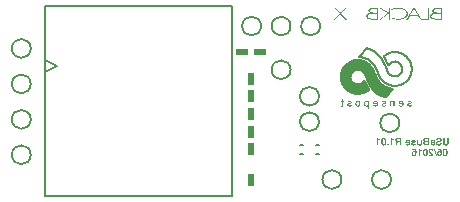
<source format=gbo>
%FSLAX24Y24*%
%MOIN*%
G70*
G01*
G75*
G04 Layer_Color=7709086*
%ADD10C,0.0060*%
%ADD11C,0.0197*%
G04:AMPARAMS|DCode=12|XSize=55.1mil|YSize=39.4mil|CornerRadius=3mil|HoleSize=0mil|Usage=FLASHONLY|Rotation=0.000|XOffset=0mil|YOffset=0mil|HoleType=Round|Shape=RoundedRectangle|*
%AMROUNDEDRECTD12*
21,1,0.0551,0.0335,0,0,0.0*
21,1,0.0492,0.0394,0,0,0.0*
1,1,0.0059,0.0246,-0.0167*
1,1,0.0059,-0.0246,-0.0167*
1,1,0.0059,-0.0246,0.0167*
1,1,0.0059,0.0246,0.0167*
%
%ADD12ROUNDEDRECTD12*%
G04:AMPARAMS|DCode=13|XSize=31.5mil|YSize=23.6mil|CornerRadius=1.2mil|HoleSize=0mil|Usage=FLASHONLY|Rotation=90.000|XOffset=0mil|YOffset=0mil|HoleType=Round|Shape=RoundedRectangle|*
%AMROUNDEDRECTD13*
21,1,0.0315,0.0213,0,0,90.0*
21,1,0.0291,0.0236,0,0,90.0*
1,1,0.0024,0.0106,0.0146*
1,1,0.0024,0.0106,-0.0146*
1,1,0.0024,-0.0106,-0.0146*
1,1,0.0024,-0.0106,0.0146*
%
%ADD13ROUNDEDRECTD13*%
G04:AMPARAMS|DCode=14|XSize=19.7mil|YSize=19.7mil|CornerRadius=1mil|HoleSize=0mil|Usage=FLASHONLY|Rotation=90.000|XOffset=0mil|YOffset=0mil|HoleType=Round|Shape=RoundedRectangle|*
%AMROUNDEDRECTD14*
21,1,0.0197,0.0177,0,0,90.0*
21,1,0.0177,0.0197,0,0,90.0*
1,1,0.0020,0.0089,0.0089*
1,1,0.0020,0.0089,-0.0089*
1,1,0.0020,-0.0089,-0.0089*
1,1,0.0020,-0.0089,0.0089*
%
%ADD14ROUNDEDRECTD14*%
G04:AMPARAMS|DCode=15|XSize=19.7mil|YSize=19.7mil|CornerRadius=1mil|HoleSize=0mil|Usage=FLASHONLY|Rotation=180.000|XOffset=0mil|YOffset=0mil|HoleType=Round|Shape=RoundedRectangle|*
%AMROUNDEDRECTD15*
21,1,0.0197,0.0177,0,0,180.0*
21,1,0.0177,0.0197,0,0,180.0*
1,1,0.0020,-0.0089,0.0089*
1,1,0.0020,0.0089,0.0089*
1,1,0.0020,0.0089,-0.0089*
1,1,0.0020,-0.0089,-0.0089*
%
%ADD15ROUNDEDRECTD15*%
G04:AMPARAMS|DCode=16|XSize=15.7mil|YSize=19.7mil|CornerRadius=0mil|HoleSize=0mil|Usage=FLASHONLY|Rotation=90.000|XOffset=0mil|YOffset=0mil|HoleType=Round|Shape=Octagon|*
%AMOCTAGOND16*
4,1,8,-0.0098,-0.0039,-0.0098,0.0039,-0.0059,0.0079,0.0059,0.0079,0.0098,0.0039,0.0098,-0.0039,0.0059,-0.0079,-0.0059,-0.0079,-0.0098,-0.0039,0.0*
%
%ADD16OCTAGOND16*%

G04:AMPARAMS|DCode=17|XSize=31.5mil|YSize=23.6mil|CornerRadius=1.2mil|HoleSize=0mil|Usage=FLASHONLY|Rotation=0.000|XOffset=0mil|YOffset=0mil|HoleType=Round|Shape=RoundedRectangle|*
%AMROUNDEDRECTD17*
21,1,0.0315,0.0213,0,0,0.0*
21,1,0.0291,0.0236,0,0,0.0*
1,1,0.0024,0.0146,-0.0106*
1,1,0.0024,-0.0146,-0.0106*
1,1,0.0024,-0.0146,0.0106*
1,1,0.0024,0.0146,0.0106*
%
%ADD17ROUNDEDRECTD17*%
G04:AMPARAMS|DCode=18|XSize=15.7mil|YSize=19.7mil|CornerRadius=0mil|HoleSize=0mil|Usage=FLASHONLY|Rotation=0.000|XOffset=0mil|YOffset=0mil|HoleType=Round|Shape=Octagon|*
%AMOCTAGOND18*
4,1,8,-0.0039,0.0098,0.0039,0.0098,0.0079,0.0059,0.0079,-0.0059,0.0039,-0.0098,-0.0039,-0.0098,-0.0079,-0.0059,-0.0079,0.0059,-0.0039,0.0098,0.0*
%
%ADD18OCTAGOND18*%

G04:AMPARAMS|DCode=19|XSize=13.8mil|YSize=33.5mil|CornerRadius=0.7mil|HoleSize=0mil|Usage=FLASHONLY|Rotation=270.000|XOffset=0mil|YOffset=0mil|HoleType=Round|Shape=RoundedRectangle|*
%AMROUNDEDRECTD19*
21,1,0.0138,0.0321,0,0,270.0*
21,1,0.0124,0.0335,0,0,270.0*
1,1,0.0014,-0.0160,-0.0062*
1,1,0.0014,-0.0160,0.0062*
1,1,0.0014,0.0160,0.0062*
1,1,0.0014,0.0160,-0.0062*
%
%ADD19ROUNDEDRECTD19*%
G04:AMPARAMS|DCode=20|XSize=25.6mil|YSize=39.4mil|CornerRadius=2.6mil|HoleSize=0mil|Usage=FLASHONLY|Rotation=90.000|XOffset=0mil|YOffset=0mil|HoleType=Round|Shape=RoundedRectangle|*
%AMROUNDEDRECTD20*
21,1,0.0256,0.0343,0,0,90.0*
21,1,0.0205,0.0394,0,0,90.0*
1,1,0.0051,0.0171,0.0102*
1,1,0.0051,0.0171,-0.0102*
1,1,0.0051,-0.0171,-0.0102*
1,1,0.0051,-0.0171,0.0102*
%
%ADD20ROUNDEDRECTD20*%
G04:AMPARAMS|DCode=21|XSize=196.9mil|YSize=196.9mil|CornerRadius=9.8mil|HoleSize=0mil|Usage=FLASHONLY|Rotation=90.000|XOffset=0mil|YOffset=0mil|HoleType=Round|Shape=RoundedRectangle|*
%AMROUNDEDRECTD21*
21,1,0.1969,0.1772,0,0,90.0*
21,1,0.1772,0.1969,0,0,90.0*
1,1,0.0197,0.0886,0.0886*
1,1,0.0197,0.0886,-0.0886*
1,1,0.0197,-0.0886,-0.0886*
1,1,0.0197,-0.0886,0.0886*
%
%ADD21ROUNDEDRECTD21*%
G04:AMPARAMS|DCode=22|XSize=47.2mil|YSize=11.8mil|CornerRadius=5.9mil|HoleSize=0mil|Usage=FLASHONLY|Rotation=90.000|XOffset=0mil|YOffset=0mil|HoleType=Round|Shape=RoundedRectangle|*
%AMROUNDEDRECTD22*
21,1,0.0472,0.0000,0,0,90.0*
21,1,0.0354,0.0118,0,0,90.0*
1,1,0.0118,0.0000,0.0177*
1,1,0.0118,0.0000,-0.0177*
1,1,0.0118,0.0000,-0.0177*
1,1,0.0118,0.0000,0.0177*
%
%ADD22ROUNDEDRECTD22*%
G04:AMPARAMS|DCode=23|XSize=47.2mil|YSize=11.8mil|CornerRadius=5.9mil|HoleSize=0mil|Usage=FLASHONLY|Rotation=0.000|XOffset=0mil|YOffset=0mil|HoleType=Round|Shape=RoundedRectangle|*
%AMROUNDEDRECTD23*
21,1,0.0472,0.0000,0,0,0.0*
21,1,0.0354,0.0118,0,0,0.0*
1,1,0.0118,0.0177,0.0000*
1,1,0.0118,-0.0177,0.0000*
1,1,0.0118,-0.0177,0.0000*
1,1,0.0118,0.0177,0.0000*
%
%ADD23ROUNDEDRECTD23*%
G04:AMPARAMS|DCode=24|XSize=39mil|YSize=11.8mil|CornerRadius=0.9mil|HoleSize=0mil|Usage=FLASHONLY|Rotation=180.000|XOffset=0mil|YOffset=0mil|HoleType=Round|Shape=RoundedRectangle|*
%AMROUNDEDRECTD24*
21,1,0.0390,0.0100,0,0,180.0*
21,1,0.0372,0.0118,0,0,180.0*
1,1,0.0018,-0.0186,0.0050*
1,1,0.0018,0.0186,0.0050*
1,1,0.0018,0.0186,-0.0050*
1,1,0.0018,-0.0186,-0.0050*
%
%ADD24ROUNDEDRECTD24*%
G04:AMPARAMS|DCode=25|XSize=31.5mil|YSize=29.5mil|CornerRadius=3mil|HoleSize=0mil|Usage=FLASHONLY|Rotation=180.000|XOffset=0mil|YOffset=0mil|HoleType=Round|Shape=RoundedRectangle|*
%AMROUNDEDRECTD25*
21,1,0.0315,0.0236,0,0,180.0*
21,1,0.0256,0.0295,0,0,180.0*
1,1,0.0059,-0.0128,0.0118*
1,1,0.0059,0.0128,0.0118*
1,1,0.0059,0.0128,-0.0118*
1,1,0.0059,-0.0128,-0.0118*
%
%ADD25ROUNDEDRECTD25*%
G04:AMPARAMS|DCode=26|XSize=31.5mil|YSize=29.5mil|CornerRadius=3mil|HoleSize=0mil|Usage=FLASHONLY|Rotation=270.000|XOffset=0mil|YOffset=0mil|HoleType=Round|Shape=RoundedRectangle|*
%AMROUNDEDRECTD26*
21,1,0.0315,0.0236,0,0,270.0*
21,1,0.0256,0.0295,0,0,270.0*
1,1,0.0059,-0.0118,-0.0128*
1,1,0.0059,-0.0118,0.0128*
1,1,0.0059,0.0118,0.0128*
1,1,0.0059,0.0118,-0.0128*
%
%ADD26ROUNDEDRECTD26*%
G04:AMPARAMS|DCode=27|XSize=31.5mil|YSize=31.5mil|CornerRadius=3.2mil|HoleSize=0mil|Usage=FLASHONLY|Rotation=180.000|XOffset=0mil|YOffset=0mil|HoleType=Round|Shape=RoundedRectangle|*
%AMROUNDEDRECTD27*
21,1,0.0315,0.0252,0,0,180.0*
21,1,0.0252,0.0315,0,0,180.0*
1,1,0.0063,-0.0126,0.0126*
1,1,0.0063,0.0126,0.0126*
1,1,0.0063,0.0126,-0.0126*
1,1,0.0063,-0.0126,-0.0126*
%
%ADD27ROUNDEDRECTD27*%
G04:AMPARAMS|DCode=28|XSize=31.5mil|YSize=31.5mil|CornerRadius=3.2mil|HoleSize=0mil|Usage=FLASHONLY|Rotation=90.000|XOffset=0mil|YOffset=0mil|HoleType=Round|Shape=RoundedRectangle|*
%AMROUNDEDRECTD28*
21,1,0.0315,0.0252,0,0,90.0*
21,1,0.0252,0.0315,0,0,90.0*
1,1,0.0063,0.0126,0.0126*
1,1,0.0063,0.0126,-0.0126*
1,1,0.0063,-0.0126,-0.0126*
1,1,0.0063,-0.0126,0.0126*
%
%ADD28ROUNDEDRECTD28*%
G04:AMPARAMS|DCode=29|XSize=47.2mil|YSize=78.7mil|CornerRadius=3.5mil|HoleSize=0mil|Usage=FLASHONLY|Rotation=90.000|XOffset=0mil|YOffset=0mil|HoleType=Round|Shape=RoundedRectangle|*
%AMROUNDEDRECTD29*
21,1,0.0472,0.0717,0,0,90.0*
21,1,0.0402,0.0787,0,0,90.0*
1,1,0.0071,0.0358,0.0201*
1,1,0.0071,0.0358,-0.0201*
1,1,0.0071,-0.0358,-0.0201*
1,1,0.0071,-0.0358,0.0201*
%
%ADD29ROUNDEDRECTD29*%
G04:AMPARAMS|DCode=30|XSize=47.2mil|YSize=78.7mil|CornerRadius=0mil|HoleSize=0mil|Usage=FLASHONLY|Rotation=90.000|XOffset=0mil|YOffset=0mil|HoleType=Round|Shape=RoundedRectangle|*
%AMROUNDEDRECTD30*
21,1,0.0472,0.0787,0,0,90.0*
21,1,0.0472,0.0787,0,0,90.0*
1,1,0.0000,0.0394,0.0236*
1,1,0.0000,0.0394,-0.0236*
1,1,0.0000,-0.0394,-0.0236*
1,1,0.0000,-0.0394,0.0236*
%
%ADD30ROUNDEDRECTD30*%
G04:AMPARAMS|DCode=31|XSize=39.4mil|YSize=59.1mil|CornerRadius=3mil|HoleSize=0mil|Usage=FLASHONLY|Rotation=0.000|XOffset=0mil|YOffset=0mil|HoleType=Round|Shape=RoundedRectangle|*
%AMROUNDEDRECTD31*
21,1,0.0394,0.0532,0,0,0.0*
21,1,0.0335,0.0591,0,0,0.0*
1,1,0.0059,0.0167,-0.0266*
1,1,0.0059,-0.0167,-0.0266*
1,1,0.0059,-0.0167,0.0266*
1,1,0.0059,0.0167,0.0266*
%
%ADD31ROUNDEDRECTD31*%
%ADD32C,0.0080*%
%ADD33C,0.0100*%
G04:AMPARAMS|DCode=34|XSize=3.9mil|YSize=3.9mil|CornerRadius=0.3mil|HoleSize=0mil|Usage=FLASHONLY|Rotation=0.000|XOffset=0mil|YOffset=0mil|HoleType=Round|Shape=RoundedRectangle|*
%AMROUNDEDRECTD34*
21,1,0.0039,0.0033,0,0,0.0*
21,1,0.0033,0.0039,0,0,0.0*
1,1,0.0006,0.0017,-0.0017*
1,1,0.0006,-0.0017,-0.0017*
1,1,0.0006,-0.0017,0.0017*
1,1,0.0006,0.0017,0.0017*
%
%ADD34ROUNDEDRECTD34*%
%ADD35C,0.0197*%
%ADD36C,0.0315*%
%ADD37C,0.0039*%
%ADD38O,0.1260X0.0512*%
%ADD39C,0.0472*%
G04:AMPARAMS|DCode=40|XSize=45.3mil|YSize=86.6mil|CornerRadius=1.1mil|HoleSize=0mil|Usage=FLASHONLY|Rotation=270.000|XOffset=0mil|YOffset=0mil|HoleType=Round|Shape=RoundedRectangle|*
%AMROUNDEDRECTD40*
21,1,0.0453,0.0843,0,0,270.0*
21,1,0.0430,0.0866,0,0,270.0*
1,1,0.0023,-0.0422,-0.0215*
1,1,0.0023,-0.0422,0.0215*
1,1,0.0023,0.0422,0.0215*
1,1,0.0023,0.0422,-0.0215*
%
%ADD40ROUNDEDRECTD40*%
G04:AMPARAMS|DCode=41|XSize=45.3mil|YSize=98.4mil|CornerRadius=1.1mil|HoleSize=0mil|Usage=FLASHONLY|Rotation=270.000|XOffset=0mil|YOffset=0mil|HoleType=Round|Shape=RoundedRectangle|*
%AMROUNDEDRECTD41*
21,1,0.0453,0.0962,0,0,270.0*
21,1,0.0430,0.0984,0,0,270.0*
1,1,0.0023,-0.0481,-0.0215*
1,1,0.0023,-0.0481,0.0215*
1,1,0.0023,0.0481,0.0215*
1,1,0.0023,0.0481,-0.0215*
%
%ADD41ROUNDEDRECTD41*%
G04:AMPARAMS|DCode=42|XSize=31.5mil|YSize=48.8mil|CornerRadius=0.8mil|HoleSize=0mil|Usage=FLASHONLY|Rotation=270.000|XOffset=0mil|YOffset=0mil|HoleType=Round|Shape=RoundedRectangle|*
%AMROUNDEDRECTD42*
21,1,0.0315,0.0472,0,0,270.0*
21,1,0.0299,0.0488,0,0,270.0*
1,1,0.0016,-0.0236,-0.0150*
1,1,0.0016,-0.0236,0.0150*
1,1,0.0016,0.0236,0.0150*
1,1,0.0016,0.0236,-0.0150*
%
%ADD42ROUNDEDRECTD42*%
G04:AMPARAMS|DCode=43|XSize=59.1mil|YSize=45.3mil|CornerRadius=1.1mil|HoleSize=0mil|Usage=FLASHONLY|Rotation=270.000|XOffset=0mil|YOffset=0mil|HoleType=Round|Shape=RoundedRectangle|*
%AMROUNDEDRECTD43*
21,1,0.0591,0.0430,0,0,270.0*
21,1,0.0568,0.0453,0,0,270.0*
1,1,0.0023,-0.0215,-0.0284*
1,1,0.0023,-0.0215,0.0284*
1,1,0.0023,0.0215,0.0284*
1,1,0.0023,0.0215,-0.0284*
%
%ADD43ROUNDEDRECTD43*%
G04:AMPARAMS|DCode=44|XSize=45.7mil|YSize=47.2mil|CornerRadius=1.1mil|HoleSize=0mil|Usage=FLASHONLY|Rotation=270.000|XOffset=0mil|YOffset=0mil|HoleType=Round|Shape=RoundedRectangle|*
%AMROUNDEDRECTD44*
21,1,0.0457,0.0450,0,0,270.0*
21,1,0.0434,0.0472,0,0,270.0*
1,1,0.0023,-0.0225,-0.0217*
1,1,0.0023,-0.0225,0.0217*
1,1,0.0023,0.0225,0.0217*
1,1,0.0023,0.0225,-0.0217*
%
%ADD44ROUNDEDRECTD44*%
%ADD45C,0.0079*%
%ADD46C,0.0070*%
%ADD47R,0.0236X0.1181*%
%ADD48R,0.0295X0.0315*%
%ADD49R,0.0157X0.0571*%
%ADD50R,0.0394X0.0236*%
%ADD51R,0.0236X0.0394*%
G04:AMPARAMS|DCode=52|XSize=192.9mil|YSize=192.9mil|CornerRadius=7.9mil|HoleSize=0mil|Usage=FLASHONLY|Rotation=90.000|XOffset=0mil|YOffset=0mil|HoleType=Round|Shape=RoundedRectangle|*
%AMROUNDEDRECTD52*
21,1,0.1929,0.1772,0,0,90.0*
21,1,0.1772,0.1929,0,0,90.0*
1,1,0.0157,0.0886,0.0886*
1,1,0.0157,0.0886,-0.0886*
1,1,0.0157,-0.0886,-0.0886*
1,1,0.0157,-0.0886,0.0886*
%
%ADD52ROUNDEDRECTD52*%
G04:AMPARAMS|DCode=53|XSize=43.3mil|YSize=7.9mil|CornerRadius=3.9mil|HoleSize=0mil|Usage=FLASHONLY|Rotation=90.000|XOffset=0mil|YOffset=0mil|HoleType=Round|Shape=RoundedRectangle|*
%AMROUNDEDRECTD53*
21,1,0.0433,0.0000,0,0,90.0*
21,1,0.0354,0.0079,0,0,90.0*
1,1,0.0079,0.0000,0.0177*
1,1,0.0079,0.0000,-0.0177*
1,1,0.0079,0.0000,-0.0177*
1,1,0.0079,0.0000,0.0177*
%
%ADD53ROUNDEDRECTD53*%
G04:AMPARAMS|DCode=54|XSize=43.3mil|YSize=7.9mil|CornerRadius=3.9mil|HoleSize=0mil|Usage=FLASHONLY|Rotation=0.000|XOffset=0mil|YOffset=0mil|HoleType=Round|Shape=RoundedRectangle|*
%AMROUNDEDRECTD54*
21,1,0.0433,0.0000,0,0,0.0*
21,1,0.0354,0.0079,0,0,0.0*
1,1,0.0079,0.0177,0.0000*
1,1,0.0079,-0.0177,0.0000*
1,1,0.0079,-0.0177,0.0000*
1,1,0.0079,0.0177,0.0000*
%
%ADD54ROUNDEDRECTD54*%
G04:AMPARAMS|DCode=55|XSize=43.3mil|YSize=74.8mil|CornerRadius=1.6mil|HoleSize=0mil|Usage=FLASHONLY|Rotation=90.000|XOffset=0mil|YOffset=0mil|HoleType=Round|Shape=RoundedRectangle|*
%AMROUNDEDRECTD55*
21,1,0.0433,0.0717,0,0,90.0*
21,1,0.0402,0.0748,0,0,90.0*
1,1,0.0032,0.0358,0.0201*
1,1,0.0032,0.0358,-0.0201*
1,1,0.0032,-0.0358,-0.0201*
1,1,0.0032,-0.0358,0.0201*
%
%ADD55ROUNDEDRECTD55*%
G04:AMPARAMS|DCode=56|XSize=43.3mil|YSize=74.8mil|CornerRadius=0mil|HoleSize=0mil|Usage=FLASHONLY|Rotation=90.000|XOffset=0mil|YOffset=0mil|HoleType=Round|Shape=RoundedRectangle|*
%AMROUNDEDRECTD56*
21,1,0.0433,0.0748,0,0,90.0*
21,1,0.0433,0.0748,0,0,90.0*
1,1,0.0000,0.0374,0.0217*
1,1,0.0000,0.0374,-0.0217*
1,1,0.0000,-0.0374,-0.0217*
1,1,0.0000,-0.0374,0.0217*
%
%ADD56ROUNDEDRECTD56*%
G04:AMPARAMS|DCode=57|XSize=35.4mil|YSize=55.1mil|CornerRadius=1mil|HoleSize=0mil|Usage=FLASHONLY|Rotation=0.000|XOffset=0mil|YOffset=0mil|HoleType=Round|Shape=RoundedRectangle|*
%AMROUNDEDRECTD57*
21,1,0.0354,0.0532,0,0,0.0*
21,1,0.0335,0.0551,0,0,0.0*
1,1,0.0020,0.0167,-0.0266*
1,1,0.0020,-0.0167,-0.0266*
1,1,0.0020,-0.0167,0.0266*
1,1,0.0020,0.0167,0.0266*
%
%ADD57ROUNDEDRECTD57*%
%ADD58C,0.0787*%
G04:AMPARAMS|DCode=59|XSize=63.1mil|YSize=47.4mil|CornerRadius=7mil|HoleSize=0mil|Usage=FLASHONLY|Rotation=0.000|XOffset=0mil|YOffset=0mil|HoleType=Round|Shape=RoundedRectangle|*
%AMROUNDEDRECTD59*
21,1,0.0631,0.0335,0,0,0.0*
21,1,0.0492,0.0474,0,0,0.0*
1,1,0.0139,0.0246,-0.0167*
1,1,0.0139,-0.0246,-0.0167*
1,1,0.0139,-0.0246,0.0167*
1,1,0.0139,0.0246,0.0167*
%
%ADD59ROUNDEDRECTD59*%
G04:AMPARAMS|DCode=60|XSize=35.4mil|YSize=27.6mil|CornerRadius=3.2mil|HoleSize=0mil|Usage=FLASHONLY|Rotation=90.000|XOffset=0mil|YOffset=0mil|HoleType=Round|Shape=RoundedRectangle|*
%AMROUNDEDRECTD60*
21,1,0.0354,0.0213,0,0,90.0*
21,1,0.0291,0.0276,0,0,90.0*
1,1,0.0063,0.0106,0.0146*
1,1,0.0063,0.0106,-0.0146*
1,1,0.0063,-0.0106,-0.0146*
1,1,0.0063,-0.0106,0.0146*
%
%ADD60ROUNDEDRECTD60*%
G04:AMPARAMS|DCode=61|XSize=23.6mil|YSize=23.6mil|CornerRadius=3mil|HoleSize=0mil|Usage=FLASHONLY|Rotation=90.000|XOffset=0mil|YOffset=0mil|HoleType=Round|Shape=RoundedRectangle|*
%AMROUNDEDRECTD61*
21,1,0.0236,0.0177,0,0,90.0*
21,1,0.0177,0.0236,0,0,90.0*
1,1,0.0059,0.0089,0.0089*
1,1,0.0059,0.0089,-0.0089*
1,1,0.0059,-0.0089,-0.0089*
1,1,0.0059,-0.0089,0.0089*
%
%ADD61ROUNDEDRECTD61*%
G04:AMPARAMS|DCode=62|XSize=23.6mil|YSize=23.6mil|CornerRadius=3mil|HoleSize=0mil|Usage=FLASHONLY|Rotation=180.000|XOffset=0mil|YOffset=0mil|HoleType=Round|Shape=RoundedRectangle|*
%AMROUNDEDRECTD62*
21,1,0.0236,0.0177,0,0,180.0*
21,1,0.0177,0.0236,0,0,180.0*
1,1,0.0059,-0.0089,0.0089*
1,1,0.0059,0.0089,0.0089*
1,1,0.0059,0.0089,-0.0089*
1,1,0.0059,-0.0089,-0.0089*
%
%ADD62ROUNDEDRECTD62*%
G04:AMPARAMS|DCode=63|XSize=19.7mil|YSize=23.6mil|CornerRadius=0mil|HoleSize=0mil|Usage=FLASHONLY|Rotation=90.000|XOffset=0mil|YOffset=0mil|HoleType=Round|Shape=Octagon|*
%AMOCTAGOND63*
4,1,8,-0.0118,-0.0049,-0.0118,0.0049,-0.0069,0.0098,0.0069,0.0098,0.0118,0.0049,0.0118,-0.0049,0.0069,-0.0098,-0.0069,-0.0098,-0.0118,-0.0049,0.0*
%
%ADD63OCTAGOND63*%

G04:AMPARAMS|DCode=64|XSize=35.4mil|YSize=27.6mil|CornerRadius=3.2mil|HoleSize=0mil|Usage=FLASHONLY|Rotation=0.000|XOffset=0mil|YOffset=0mil|HoleType=Round|Shape=RoundedRectangle|*
%AMROUNDEDRECTD64*
21,1,0.0354,0.0213,0,0,0.0*
21,1,0.0291,0.0276,0,0,0.0*
1,1,0.0063,0.0146,-0.0106*
1,1,0.0063,-0.0146,-0.0106*
1,1,0.0063,-0.0146,0.0106*
1,1,0.0063,0.0146,0.0106*
%
%ADD64ROUNDEDRECTD64*%
G04:AMPARAMS|DCode=65|XSize=19.7mil|YSize=23.6mil|CornerRadius=0mil|HoleSize=0mil|Usage=FLASHONLY|Rotation=0.000|XOffset=0mil|YOffset=0mil|HoleType=Round|Shape=Octagon|*
%AMOCTAGOND65*
4,1,8,-0.0049,0.0118,0.0049,0.0118,0.0098,0.0069,0.0098,-0.0069,0.0049,-0.0118,-0.0049,-0.0118,-0.0098,-0.0069,-0.0098,0.0069,-0.0049,0.0118,0.0*
%
%ADD65OCTAGOND65*%

G04:AMPARAMS|DCode=66|XSize=17.7mil|YSize=37.4mil|CornerRadius=2.7mil|HoleSize=0mil|Usage=FLASHONLY|Rotation=270.000|XOffset=0mil|YOffset=0mil|HoleType=Round|Shape=RoundedRectangle|*
%AMROUNDEDRECTD66*
21,1,0.0177,0.0321,0,0,270.0*
21,1,0.0124,0.0374,0,0,270.0*
1,1,0.0053,-0.0160,-0.0062*
1,1,0.0053,-0.0160,0.0062*
1,1,0.0053,0.0160,0.0062*
1,1,0.0053,0.0160,-0.0062*
%
%ADD66ROUNDEDRECTD66*%
G04:AMPARAMS|DCode=67|XSize=33.6mil|YSize=47.4mil|CornerRadius=6.6mil|HoleSize=0mil|Usage=FLASHONLY|Rotation=90.000|XOffset=0mil|YOffset=0mil|HoleType=Round|Shape=RoundedRectangle|*
%AMROUNDEDRECTD67*
21,1,0.0336,0.0343,0,0,90.0*
21,1,0.0205,0.0474,0,0,90.0*
1,1,0.0131,0.0171,0.0102*
1,1,0.0131,0.0171,-0.0102*
1,1,0.0131,-0.0171,-0.0102*
1,1,0.0131,-0.0171,0.0102*
%
%ADD67ROUNDEDRECTD67*%
G04:AMPARAMS|DCode=68|XSize=200.8mil|YSize=200.8mil|CornerRadius=11.8mil|HoleSize=0mil|Usage=FLASHONLY|Rotation=90.000|XOffset=0mil|YOffset=0mil|HoleType=Round|Shape=RoundedRectangle|*
%AMROUNDEDRECTD68*
21,1,0.2008,0.1772,0,0,90.0*
21,1,0.1772,0.2008,0,0,90.0*
1,1,0.0236,0.0886,0.0886*
1,1,0.0236,0.0886,-0.0886*
1,1,0.0236,-0.0886,-0.0886*
1,1,0.0236,-0.0886,0.0886*
%
%ADD68ROUNDEDRECTD68*%
G04:AMPARAMS|DCode=69|XSize=51.2mil|YSize=15.7mil|CornerRadius=7.9mil|HoleSize=0mil|Usage=FLASHONLY|Rotation=90.000|XOffset=0mil|YOffset=0mil|HoleType=Round|Shape=RoundedRectangle|*
%AMROUNDEDRECTD69*
21,1,0.0512,0.0000,0,0,90.0*
21,1,0.0354,0.0157,0,0,90.0*
1,1,0.0157,0.0000,0.0177*
1,1,0.0157,0.0000,-0.0177*
1,1,0.0157,0.0000,-0.0177*
1,1,0.0157,0.0000,0.0177*
%
%ADD69ROUNDEDRECTD69*%
G04:AMPARAMS|DCode=70|XSize=51.2mil|YSize=15.7mil|CornerRadius=7.9mil|HoleSize=0mil|Usage=FLASHONLY|Rotation=0.000|XOffset=0mil|YOffset=0mil|HoleType=Round|Shape=RoundedRectangle|*
%AMROUNDEDRECTD70*
21,1,0.0512,0.0000,0,0,0.0*
21,1,0.0354,0.0157,0,0,0.0*
1,1,0.0157,0.0177,0.0000*
1,1,0.0157,-0.0177,0.0000*
1,1,0.0157,-0.0177,0.0000*
1,1,0.0157,0.0177,0.0000*
%
%ADD70ROUNDEDRECTD70*%
G04:AMPARAMS|DCode=71|XSize=43.7mil|YSize=16.5mil|CornerRadius=3.2mil|HoleSize=0mil|Usage=FLASHONLY|Rotation=180.000|XOffset=0mil|YOffset=0mil|HoleType=Round|Shape=RoundedRectangle|*
%AMROUNDEDRECTD71*
21,1,0.0437,0.0100,0,0,180.0*
21,1,0.0372,0.0165,0,0,180.0*
1,1,0.0065,-0.0186,0.0050*
1,1,0.0065,0.0186,0.0050*
1,1,0.0065,0.0186,-0.0050*
1,1,0.0065,-0.0186,-0.0050*
%
%ADD71ROUNDEDRECTD71*%
G04:AMPARAMS|DCode=72|XSize=39.4mil|YSize=37.4mil|CornerRadius=6.9mil|HoleSize=0mil|Usage=FLASHONLY|Rotation=180.000|XOffset=0mil|YOffset=0mil|HoleType=Round|Shape=RoundedRectangle|*
%AMROUNDEDRECTD72*
21,1,0.0394,0.0236,0,0,180.0*
21,1,0.0256,0.0374,0,0,180.0*
1,1,0.0138,-0.0128,0.0118*
1,1,0.0138,0.0128,0.0118*
1,1,0.0138,0.0128,-0.0118*
1,1,0.0138,-0.0128,-0.0118*
%
%ADD72ROUNDEDRECTD72*%
G04:AMPARAMS|DCode=73|XSize=39.4mil|YSize=37.4mil|CornerRadius=6.9mil|HoleSize=0mil|Usage=FLASHONLY|Rotation=270.000|XOffset=0mil|YOffset=0mil|HoleType=Round|Shape=RoundedRectangle|*
%AMROUNDEDRECTD73*
21,1,0.0394,0.0236,0,0,270.0*
21,1,0.0256,0.0374,0,0,270.0*
1,1,0.0138,-0.0118,-0.0128*
1,1,0.0138,-0.0118,0.0128*
1,1,0.0138,0.0118,0.0128*
1,1,0.0138,0.0118,-0.0128*
%
%ADD73ROUNDEDRECTD73*%
G04:AMPARAMS|DCode=74|XSize=39.4mil|YSize=39.4mil|CornerRadius=7.1mil|HoleSize=0mil|Usage=FLASHONLY|Rotation=180.000|XOffset=0mil|YOffset=0mil|HoleType=Round|Shape=RoundedRectangle|*
%AMROUNDEDRECTD74*
21,1,0.0394,0.0252,0,0,180.0*
21,1,0.0252,0.0394,0,0,180.0*
1,1,0.0142,-0.0126,0.0126*
1,1,0.0142,0.0126,0.0126*
1,1,0.0142,0.0126,-0.0126*
1,1,0.0142,-0.0126,-0.0126*
%
%ADD74ROUNDEDRECTD74*%
G04:AMPARAMS|DCode=75|XSize=39.4mil|YSize=39.4mil|CornerRadius=7.1mil|HoleSize=0mil|Usage=FLASHONLY|Rotation=90.000|XOffset=0mil|YOffset=0mil|HoleType=Round|Shape=RoundedRectangle|*
%AMROUNDEDRECTD75*
21,1,0.0394,0.0252,0,0,90.0*
21,1,0.0252,0.0394,0,0,90.0*
1,1,0.0142,0.0126,0.0126*
1,1,0.0142,0.0126,-0.0126*
1,1,0.0142,-0.0126,-0.0126*
1,1,0.0142,-0.0126,0.0126*
%
%ADD75ROUNDEDRECTD75*%
G04:AMPARAMS|DCode=76|XSize=51.2mil|YSize=82.7mil|CornerRadius=5.5mil|HoleSize=0mil|Usage=FLASHONLY|Rotation=90.000|XOffset=0mil|YOffset=0mil|HoleType=Round|Shape=RoundedRectangle|*
%AMROUNDEDRECTD76*
21,1,0.0512,0.0717,0,0,90.0*
21,1,0.0402,0.0827,0,0,90.0*
1,1,0.0110,0.0358,0.0201*
1,1,0.0110,0.0358,-0.0201*
1,1,0.0110,-0.0358,-0.0201*
1,1,0.0110,-0.0358,0.0201*
%
%ADD76ROUNDEDRECTD76*%
G04:AMPARAMS|DCode=77|XSize=51.2mil|YSize=82.7mil|CornerRadius=0mil|HoleSize=0mil|Usage=FLASHONLY|Rotation=90.000|XOffset=0mil|YOffset=0mil|HoleType=Round|Shape=RoundedRectangle|*
%AMROUNDEDRECTD77*
21,1,0.0512,0.0827,0,0,90.0*
21,1,0.0512,0.0827,0,0,90.0*
1,1,0.0000,0.0413,0.0256*
1,1,0.0000,0.0413,-0.0256*
1,1,0.0000,-0.0413,-0.0256*
1,1,0.0000,-0.0413,0.0256*
%
%ADD77ROUNDEDRECTD77*%
G04:AMPARAMS|DCode=78|XSize=43.3mil|YSize=63mil|CornerRadius=4.9mil|HoleSize=0mil|Usage=FLASHONLY|Rotation=0.000|XOffset=0mil|YOffset=0mil|HoleType=Round|Shape=RoundedRectangle|*
%AMROUNDEDRECTD78*
21,1,0.0433,0.0532,0,0,0.0*
21,1,0.0335,0.0630,0,0,0.0*
1,1,0.0098,0.0167,-0.0266*
1,1,0.0098,-0.0167,-0.0266*
1,1,0.0098,-0.0167,0.0266*
1,1,0.0098,0.0167,0.0266*
%
%ADD78ROUNDEDRECTD78*%
G04:AMPARAMS|DCode=79|XSize=35.4mil|YSize=33.5mil|CornerRadius=4.9mil|HoleSize=0mil|Usage=FLASHONLY|Rotation=0.000|XOffset=0mil|YOffset=0mil|HoleType=Round|Shape=RoundedRectangle|*
%AMROUNDEDRECTD79*
21,1,0.0354,0.0236,0,0,0.0*
21,1,0.0256,0.0335,0,0,0.0*
1,1,0.0098,0.0128,-0.0118*
1,1,0.0098,-0.0128,-0.0118*
1,1,0.0098,-0.0128,0.0118*
1,1,0.0098,0.0128,0.0118*
%
%ADD79ROUNDEDRECTD79*%
G04:AMPARAMS|DCode=80|XSize=35.4mil|YSize=33.5mil|CornerRadius=4.9mil|HoleSize=0mil|Usage=FLASHONLY|Rotation=90.000|XOffset=0mil|YOffset=0mil|HoleType=Round|Shape=RoundedRectangle|*
%AMROUNDEDRECTD80*
21,1,0.0354,0.0236,0,0,90.0*
21,1,0.0256,0.0335,0,0,90.0*
1,1,0.0098,0.0118,0.0128*
1,1,0.0098,0.0118,-0.0128*
1,1,0.0098,-0.0118,-0.0128*
1,1,0.0098,-0.0118,0.0128*
%
%ADD80ROUNDEDRECTD80*%
G04:AMPARAMS|DCode=81|XSize=7.9mil|YSize=7.9mil|CornerRadius=2.3mil|HoleSize=0mil|Usage=FLASHONLY|Rotation=0.000|XOffset=0mil|YOffset=0mil|HoleType=Round|Shape=RoundedRectangle|*
%AMROUNDEDRECTD81*
21,1,0.0079,0.0033,0,0,0.0*
21,1,0.0033,0.0079,0,0,0.0*
1,1,0.0045,0.0017,-0.0017*
1,1,0.0045,-0.0017,-0.0017*
1,1,0.0045,-0.0017,0.0017*
1,1,0.0045,0.0017,0.0017*
%
%ADD81ROUNDEDRECTD81*%
%ADD82C,0.0591*%
%ADD83C,0.0079*%
%ADD84O,0.1299X0.0551*%
G04:AMPARAMS|DCode=85|XSize=23.6mil|YSize=17.7mil|CornerRadius=4.4mil|HoleSize=0mil|Usage=FLASHONLY|Rotation=180.000|XOffset=0mil|YOffset=0mil|HoleType=Round|Shape=RoundedRectangle|*
%AMROUNDEDRECTD85*
21,1,0.0236,0.0089,0,0,180.0*
21,1,0.0148,0.0177,0,0,180.0*
1,1,0.0089,-0.0074,0.0044*
1,1,0.0089,0.0074,0.0044*
1,1,0.0089,0.0074,-0.0044*
1,1,0.0089,-0.0074,-0.0044*
%
%ADD85ROUNDEDRECTD85*%
%ADD86C,0.0552*%
G04:AMPARAMS|DCode=87|XSize=49.2mil|YSize=90.6mil|CornerRadius=3.1mil|HoleSize=0mil|Usage=FLASHONLY|Rotation=270.000|XOffset=0mil|YOffset=0mil|HoleType=Round|Shape=RoundedRectangle|*
%AMROUNDEDRECTD87*
21,1,0.0492,0.0843,0,0,270.0*
21,1,0.0430,0.0906,0,0,270.0*
1,1,0.0062,-0.0422,-0.0215*
1,1,0.0062,-0.0422,0.0215*
1,1,0.0062,0.0422,0.0215*
1,1,0.0062,0.0422,-0.0215*
%
%ADD87ROUNDEDRECTD87*%
G04:AMPARAMS|DCode=88|XSize=49.2mil|YSize=102.4mil|CornerRadius=3.1mil|HoleSize=0mil|Usage=FLASHONLY|Rotation=270.000|XOffset=0mil|YOffset=0mil|HoleType=Round|Shape=RoundedRectangle|*
%AMROUNDEDRECTD88*
21,1,0.0492,0.0962,0,0,270.0*
21,1,0.0430,0.1024,0,0,270.0*
1,1,0.0062,-0.0481,-0.0215*
1,1,0.0062,-0.0481,0.0215*
1,1,0.0062,0.0481,0.0215*
1,1,0.0062,0.0481,-0.0215*
%
%ADD88ROUNDEDRECTD88*%
G04:AMPARAMS|DCode=89|XSize=35.4mil|YSize=52.8mil|CornerRadius=2.8mil|HoleSize=0mil|Usage=FLASHONLY|Rotation=270.000|XOffset=0mil|YOffset=0mil|HoleType=Round|Shape=RoundedRectangle|*
%AMROUNDEDRECTD89*
21,1,0.0354,0.0472,0,0,270.0*
21,1,0.0299,0.0528,0,0,270.0*
1,1,0.0055,-0.0236,-0.0150*
1,1,0.0055,-0.0236,0.0150*
1,1,0.0055,0.0236,0.0150*
1,1,0.0055,0.0236,-0.0150*
%
%ADD89ROUNDEDRECTD89*%
G04:AMPARAMS|DCode=90|XSize=63mil|YSize=49.2mil|CornerRadius=3.1mil|HoleSize=0mil|Usage=FLASHONLY|Rotation=270.000|XOffset=0mil|YOffset=0mil|HoleType=Round|Shape=RoundedRectangle|*
%AMROUNDEDRECTD90*
21,1,0.0630,0.0430,0,0,270.0*
21,1,0.0568,0.0492,0,0,270.0*
1,1,0.0062,-0.0215,-0.0284*
1,1,0.0062,-0.0215,0.0284*
1,1,0.0062,0.0215,0.0284*
1,1,0.0062,0.0215,-0.0284*
%
%ADD90ROUNDEDRECTD90*%
G04:AMPARAMS|DCode=91|XSize=49.6mil|YSize=51.2mil|CornerRadius=3.1mil|HoleSize=0mil|Usage=FLASHONLY|Rotation=270.000|XOffset=0mil|YOffset=0mil|HoleType=Round|Shape=RoundedRectangle|*
%AMROUNDEDRECTD91*
21,1,0.0496,0.0450,0,0,270.0*
21,1,0.0434,0.0512,0,0,270.0*
1,1,0.0062,-0.0225,-0.0217*
1,1,0.0062,-0.0225,0.0217*
1,1,0.0062,0.0225,0.0217*
1,1,0.0062,0.0225,-0.0217*
%
%ADD91ROUNDEDRECTD91*%
%ADD92C,0.0059*%
%ADD93C,0.0063*%
G36*
X14182Y1850D02*
X14068D01*
X14061Y1851D01*
X14054Y1851D01*
X14047Y1853D01*
X14041Y1854D01*
X14035Y1855D01*
X14030Y1857D01*
X14025Y1859D01*
X14021Y1862D01*
X14017Y1864D01*
X14014Y1866D01*
X14011Y1867D01*
X14009Y1869D01*
X14007Y1870D01*
X14006Y1872D01*
X14005Y1872D01*
X14005Y1873D01*
X14001Y1876D01*
X13998Y1880D01*
X13995Y1885D01*
X13993Y1889D01*
X13989Y1897D01*
X13987Y1905D01*
X13986Y1912D01*
X13985Y1914D01*
X13985Y1917D01*
X13985Y1919D01*
Y1920D01*
Y1921D01*
Y1922D01*
X13985Y1928D01*
X13986Y1935D01*
X13987Y1941D01*
X13989Y1946D01*
X13991Y1952D01*
X13994Y1957D01*
X13997Y1961D01*
X14000Y1965D01*
X14002Y1969D01*
X14005Y1972D01*
X14008Y1975D01*
X14010Y1977D01*
X14012Y1979D01*
X14013Y1981D01*
X14014Y1981D01*
X14014Y1982D01*
X14010Y1986D01*
X14007Y1991D01*
X14003Y1995D01*
X14001Y1999D01*
X13998Y2004D01*
X13997Y2008D01*
X13994Y2016D01*
X13993Y2019D01*
X13992Y2023D01*
X13991Y2025D01*
X13991Y2028D01*
X13991Y2030D01*
Y2032D01*
Y2032D01*
Y2033D01*
X13991Y2038D01*
X13992Y2043D01*
X13993Y2048D01*
X13994Y2053D01*
X13998Y2061D01*
X14003Y2067D01*
X14008Y2073D01*
X14009Y2075D01*
X14011Y2076D01*
X14013Y2078D01*
X14014Y2079D01*
X14015Y2079D01*
X14015Y2080D01*
X14020Y2083D01*
X14025Y2086D01*
X14035Y2090D01*
X14045Y2093D01*
X14054Y2095D01*
X14058Y2096D01*
X14062Y2096D01*
X14066Y2097D01*
X14069D01*
X14072Y2097D01*
X14182D01*
Y1850D01*
D02*
G37*
G36*
X13487Y2036D02*
X13494Y2036D01*
X13500Y2034D01*
X13506Y2033D01*
X13511Y2031D01*
X13516Y2028D01*
X13521Y2026D01*
X13525Y2024D01*
X13529Y2021D01*
X13532Y2019D01*
X13535Y2016D01*
X13537Y2014D01*
X13539Y2013D01*
X13540Y2011D01*
X13540Y2011D01*
X13541Y2010D01*
X13544Y2005D01*
X13548Y1999D01*
X13551Y1993D01*
X13553Y1987D01*
X13555Y1981D01*
X13557Y1975D01*
X13560Y1962D01*
X13561Y1956D01*
X13561Y1951D01*
X13562Y1946D01*
X13562Y1942D01*
X13562Y1939D01*
Y1936D01*
Y1935D01*
Y1934D01*
X13562Y1926D01*
X13561Y1918D01*
X13560Y1910D01*
X13558Y1904D01*
X13556Y1897D01*
X13554Y1892D01*
X13551Y1886D01*
X13549Y1882D01*
X13547Y1877D01*
X13544Y1874D01*
X13542Y1871D01*
X13540Y1868D01*
X13538Y1866D01*
X13537Y1865D01*
X13536Y1864D01*
X13536Y1864D01*
X13531Y1860D01*
X13527Y1857D01*
X13522Y1854D01*
X13518Y1852D01*
X13508Y1848D01*
X13500Y1846D01*
X13496Y1845D01*
X13492Y1844D01*
X13489Y1844D01*
X13486Y1843D01*
X13484Y1843D01*
X13480D01*
X13475Y1843D01*
X13470Y1844D01*
X13460Y1846D01*
X13451Y1848D01*
X13443Y1851D01*
X13440Y1853D01*
X13436Y1854D01*
X13434Y1855D01*
X13432Y1857D01*
X13430Y1858D01*
X13428Y1858D01*
X13428Y1859D01*
X13427D01*
X13419Y1866D01*
X13412Y1873D01*
X13406Y1880D01*
X13401Y1887D01*
X13398Y1893D01*
X13397Y1896D01*
X13396Y1898D01*
X13395Y1900D01*
X13394Y1901D01*
X13394Y1902D01*
Y1902D01*
X13442D01*
X13443Y1899D01*
X13445Y1897D01*
X13447Y1894D01*
X13449Y1892D01*
X13451Y1890D01*
X13452Y1889D01*
X13453Y1888D01*
X13454Y1888D01*
X13457Y1885D01*
X13461Y1884D01*
X13465Y1882D01*
X13468Y1882D01*
X13471Y1881D01*
X13474Y1881D01*
X13475D01*
X13482Y1881D01*
X13487Y1883D01*
X13492Y1885D01*
X13496Y1886D01*
X13500Y1889D01*
X13502Y1890D01*
X13504Y1892D01*
X13504Y1892D01*
X13508Y1896D01*
X13510Y1901D01*
X13512Y1906D01*
X13514Y1910D01*
X13514Y1915D01*
X13515Y1918D01*
X13515Y1920D01*
Y1921D01*
Y1921D01*
Y1924D01*
X13515Y1926D01*
Y1927D01*
Y1928D01*
X13393D01*
X13392Y1932D01*
X13392Y1937D01*
Y1939D01*
Y1940D01*
Y1941D01*
Y1942D01*
X13392Y1949D01*
X13393Y1957D01*
X13394Y1964D01*
X13395Y1971D01*
X13397Y1977D01*
X13399Y1982D01*
X13401Y1987D01*
X13404Y1992D01*
X13406Y1996D01*
X13408Y2000D01*
X13410Y2003D01*
X13412Y2006D01*
X13414Y2008D01*
X13415Y2009D01*
X13416Y2010D01*
X13416Y2011D01*
X13421Y2015D01*
X13425Y2019D01*
X13431Y2023D01*
X13436Y2026D01*
X13441Y2028D01*
X13447Y2030D01*
X13452Y2032D01*
X13457Y2033D01*
X13462Y2035D01*
X13466Y2035D01*
X13470Y2036D01*
X13473Y2036D01*
X13476Y2037D01*
X13479D01*
X13487Y2036D01*
D02*
G37*
G36*
X13261Y1850D02*
X13210D01*
Y1948D01*
X13150D01*
X13143Y1948D01*
X13138Y1946D01*
X13134Y1945D01*
X13130Y1943D01*
X13128Y1941D01*
X13126Y1939D01*
X13125Y1938D01*
X13125Y1938D01*
X13123Y1935D01*
X13122Y1932D01*
X13121Y1924D01*
X13120Y1921D01*
X13120Y1918D01*
Y1917D01*
Y1916D01*
Y1879D01*
X13120Y1874D01*
X13119Y1870D01*
X13118Y1865D01*
X13117Y1861D01*
X13116Y1857D01*
X13115Y1853D01*
X13114Y1851D01*
X13114Y1851D01*
Y1850D01*
X13059D01*
Y1860D01*
X13061Y1862D01*
X13064Y1865D01*
X13065Y1868D01*
X13067Y1871D01*
X13067Y1873D01*
X13068Y1875D01*
Y1877D01*
Y1877D01*
X13071Y1937D01*
X13071Y1941D01*
X13072Y1944D01*
X13073Y1947D01*
X13075Y1950D01*
X13079Y1955D01*
X13084Y1960D01*
X13089Y1964D01*
X13094Y1967D01*
X13095Y1968D01*
X13096Y1968D01*
X13097Y1969D01*
X13097D01*
X13091Y1973D01*
X13085Y1977D01*
X13081Y1982D01*
X13076Y1987D01*
X13073Y1992D01*
X13070Y1997D01*
X13068Y2002D01*
X13065Y2007D01*
X13064Y2011D01*
X13063Y2015D01*
X13062Y2019D01*
X13062Y2022D01*
X13061Y2025D01*
X13061Y2027D01*
Y2028D01*
Y2029D01*
X13061Y2035D01*
X13062Y2041D01*
X13063Y2046D01*
X13064Y2051D01*
X13066Y2056D01*
X13068Y2060D01*
X13069Y2064D01*
X13071Y2068D01*
X13073Y2071D01*
X13075Y2074D01*
X13077Y2076D01*
X13079Y2078D01*
X13080Y2080D01*
X13081Y2081D01*
X13081Y2081D01*
X13082Y2082D01*
X13085Y2084D01*
X13088Y2087D01*
X13095Y2091D01*
X13102Y2094D01*
X13108Y2095D01*
X13114Y2096D01*
X13116Y2097D01*
X13118D01*
X13120Y2097D01*
X13261D01*
Y1850D01*
D02*
G37*
G36*
X12833D02*
X12782D01*
Y1900D01*
X12833D01*
Y1850D01*
D02*
G37*
G36*
X12949Y2082D02*
X12953Y2075D01*
X12957Y2070D01*
X12961Y2065D01*
X12965Y2062D01*
X12968Y2059D01*
X12970Y2058D01*
X12971Y2058D01*
X12971D01*
X12974Y2056D01*
X12977Y2055D01*
X12985Y2053D01*
X12993Y2051D01*
X13001Y2050D01*
X13008Y2048D01*
X13011Y2048D01*
X13014Y2048D01*
X13016Y2047D01*
X13018Y2047D01*
X13020D01*
Y2016D01*
X12962D01*
Y1850D01*
X12915D01*
Y2090D01*
X12945D01*
X12949Y2082D01*
D02*
G37*
G36*
X14070Y1741D02*
X14078Y1740D01*
X14086Y1738D01*
X14093Y1735D01*
X14100Y1732D01*
X14105Y1729D01*
X14110Y1725D01*
X14114Y1721D01*
X14118Y1717D01*
X14122Y1713D01*
X14124Y1710D01*
X14127Y1707D01*
X14128Y1704D01*
X14129Y1702D01*
X14130Y1701D01*
X14130Y1701D01*
X14133Y1695D01*
X14135Y1689D01*
X14137Y1682D01*
X14138Y1675D01*
X14141Y1661D01*
X14142Y1647D01*
X14143Y1641D01*
X14144Y1634D01*
X14144Y1629D01*
Y1624D01*
X14144Y1620D01*
Y1617D01*
Y1615D01*
Y1615D01*
Y1605D01*
X14144Y1595D01*
X14143Y1586D01*
X14142Y1577D01*
X14141Y1570D01*
X14140Y1562D01*
X14139Y1556D01*
X14137Y1550D01*
X14136Y1545D01*
X14135Y1541D01*
X14134Y1537D01*
X14133Y1534D01*
X14132Y1532D01*
X14131Y1530D01*
X14130Y1529D01*
Y1529D01*
X14126Y1522D01*
X14122Y1515D01*
X14117Y1510D01*
X14112Y1506D01*
X14106Y1502D01*
X14100Y1498D01*
X14094Y1496D01*
X14089Y1494D01*
X14083Y1492D01*
X14078Y1491D01*
X14073Y1490D01*
X14069Y1489D01*
X14066Y1489D01*
X14064Y1488D01*
X14061D01*
X14052Y1489D01*
X14044Y1490D01*
X14036Y1492D01*
X14029Y1495D01*
X14023Y1498D01*
X14017Y1501D01*
X14012Y1505D01*
X14008Y1509D01*
X14004Y1512D01*
X14001Y1516D01*
X13998Y1519D01*
X13996Y1523D01*
X13994Y1525D01*
X13993Y1527D01*
X13993Y1528D01*
X13992Y1529D01*
X13990Y1534D01*
X13988Y1540D01*
X13986Y1547D01*
X13985Y1554D01*
X13982Y1568D01*
X13981Y1582D01*
X13980Y1589D01*
X13980Y1595D01*
X13979Y1601D01*
Y1605D01*
X13979Y1609D01*
Y1612D01*
Y1614D01*
Y1615D01*
Y1625D01*
X13980Y1635D01*
X13980Y1644D01*
X13981Y1653D01*
X13982Y1660D01*
X13983Y1668D01*
X13985Y1674D01*
X13986Y1680D01*
X13987Y1684D01*
X13988Y1689D01*
X13989Y1692D01*
X13990Y1696D01*
X13991Y1698D01*
X13991Y1699D01*
X13992Y1700D01*
Y1701D01*
X13996Y1708D01*
X14001Y1714D01*
X14006Y1720D01*
X14011Y1724D01*
X14017Y1728D01*
X14022Y1732D01*
X14028Y1734D01*
X14034Y1736D01*
X14039Y1738D01*
X14045Y1739D01*
X14049Y1740D01*
X14053Y1741D01*
X14057Y1741D01*
X14059Y1741D01*
X14061D01*
X14070Y1741D01*
D02*
G37*
G36*
X14729D02*
X14737Y1740D01*
X14745Y1738D01*
X14752Y1735D01*
X14758Y1732D01*
X14764Y1729D01*
X14769Y1725D01*
X14773Y1721D01*
X14777Y1717D01*
X14781Y1713D01*
X14783Y1710D01*
X14786Y1707D01*
X14787Y1704D01*
X14788Y1702D01*
X14789Y1701D01*
X14789Y1701D01*
X14792Y1695D01*
X14794Y1689D01*
X14796Y1682D01*
X14797Y1675D01*
X14800Y1661D01*
X14801Y1647D01*
X14802Y1641D01*
X14802Y1634D01*
X14803Y1629D01*
Y1624D01*
X14803Y1620D01*
Y1617D01*
Y1615D01*
Y1615D01*
Y1605D01*
X14802Y1595D01*
X14802Y1586D01*
X14801Y1577D01*
X14800Y1570D01*
X14799Y1562D01*
X14798Y1556D01*
X14796Y1550D01*
X14795Y1545D01*
X14794Y1541D01*
X14793Y1537D01*
X14792Y1534D01*
X14790Y1532D01*
X14790Y1530D01*
X14789Y1529D01*
Y1529D01*
X14785Y1522D01*
X14781Y1515D01*
X14776Y1510D01*
X14770Y1506D01*
X14765Y1502D01*
X14759Y1498D01*
X14753Y1496D01*
X14747Y1494D01*
X14742Y1492D01*
X14737Y1491D01*
X14732Y1490D01*
X14728Y1489D01*
X14725Y1489D01*
X14722Y1488D01*
X14720D01*
X14711Y1489D01*
X14703Y1490D01*
X14695Y1492D01*
X14688Y1495D01*
X14682Y1498D01*
X14676Y1501D01*
X14671Y1505D01*
X14667Y1509D01*
X14663Y1512D01*
X14660Y1516D01*
X14657Y1519D01*
X14655Y1523D01*
X14653Y1525D01*
X14652Y1527D01*
X14651Y1528D01*
X14651Y1529D01*
X14649Y1534D01*
X14647Y1540D01*
X14645Y1547D01*
X14643Y1554D01*
X14641Y1568D01*
X14639Y1582D01*
X14639Y1589D01*
X14639Y1595D01*
X14638Y1601D01*
Y1605D01*
X14638Y1609D01*
Y1612D01*
Y1614D01*
Y1615D01*
Y1625D01*
X14639Y1635D01*
X14639Y1644D01*
X14640Y1653D01*
X14641Y1660D01*
X14642Y1668D01*
X14643Y1674D01*
X14644Y1680D01*
X14646Y1684D01*
X14647Y1689D01*
X14648Y1692D01*
X14649Y1696D01*
X14650Y1698D01*
X14650Y1699D01*
X14651Y1700D01*
Y1701D01*
X14655Y1708D01*
X14659Y1714D01*
X14664Y1720D01*
X14670Y1724D01*
X14675Y1728D01*
X14681Y1732D01*
X14687Y1734D01*
X14692Y1736D01*
X14698Y1738D01*
X14703Y1739D01*
X14708Y1740D01*
X14712Y1741D01*
X14715Y1741D01*
X14718Y1741D01*
X14720D01*
X14729Y1741D01*
D02*
G37*
G36*
X14320Y2036D02*
X14326Y2035D01*
X14332Y2034D01*
X14337Y2033D01*
X14342Y2032D01*
X14346Y2030D01*
X14350Y2029D01*
X14353Y2027D01*
X14356Y2026D01*
X14358Y2024D01*
X14360Y2023D01*
X14362Y2022D01*
X14363Y2021D01*
X14363Y2021D01*
X14363Y2021D01*
X14367Y2017D01*
X14369Y2014D01*
X14374Y2007D01*
X14377Y1999D01*
X14380Y1991D01*
X14381Y1984D01*
X14382Y1981D01*
X14382Y1978D01*
Y1976D01*
X14383Y1974D01*
Y1973D01*
Y1973D01*
X14338D01*
X14337Y1978D01*
X14336Y1983D01*
X14334Y1987D01*
X14332Y1990D01*
X14330Y1993D01*
X14327Y1995D01*
X14324Y1997D01*
X14321Y1999D01*
X14315Y2001D01*
X14312Y2001D01*
X14310Y2002D01*
X14308D01*
X14306Y2002D01*
X14305D01*
X14299Y2002D01*
X14295Y2001D01*
X14291Y2000D01*
X14287Y1999D01*
X14285Y1998D01*
X14282Y1996D01*
X14281Y1995D01*
X14279Y1993D01*
X14277Y1989D01*
X14276Y1987D01*
X14275Y1984D01*
Y1984D01*
Y1984D01*
X14276Y1980D01*
X14277Y1977D01*
X14278Y1974D01*
X14279Y1972D01*
X14281Y1970D01*
X14282Y1969D01*
X14283Y1968D01*
X14283Y1968D01*
X14286Y1966D01*
X14289Y1965D01*
X14296Y1963D01*
X14299Y1962D01*
X14302Y1961D01*
X14303Y1961D01*
X14304D01*
X14313Y1960D01*
X14320Y1958D01*
X14326Y1958D01*
X14331Y1957D01*
X14335Y1957D01*
X14338Y1956D01*
X14339Y1956D01*
X14340D01*
X14348Y1954D01*
X14355Y1951D01*
X14361Y1948D01*
X14366Y1945D01*
X14370Y1941D01*
X14373Y1939D01*
X14374Y1937D01*
X14375Y1937D01*
Y1936D01*
X14380Y1930D01*
X14383Y1924D01*
X14385Y1917D01*
X14386Y1912D01*
X14388Y1906D01*
X14388Y1902D01*
X14388Y1901D01*
Y1900D01*
Y1899D01*
Y1898D01*
X14388Y1889D01*
X14386Y1881D01*
X14384Y1873D01*
X14381Y1867D01*
X14379Y1863D01*
X14377Y1859D01*
X14375Y1858D01*
X14374Y1857D01*
X14369Y1852D01*
X14362Y1849D01*
X14355Y1846D01*
X14349Y1844D01*
X14343Y1843D01*
X14341Y1843D01*
X14339D01*
X14337Y1842D01*
X14334D01*
X14328Y1843D01*
X14322Y1843D01*
X14317Y1845D01*
X14311Y1846D01*
X14301Y1850D01*
X14297Y1853D01*
X14293Y1855D01*
X14289Y1858D01*
X14286Y1860D01*
X14283Y1862D01*
X14280Y1864D01*
X14278Y1866D01*
X14277Y1867D01*
X14276Y1868D01*
X14276Y1868D01*
X14275Y1864D01*
X14274Y1860D01*
X14273Y1857D01*
X14273Y1854D01*
X14272Y1853D01*
X14271Y1851D01*
X14271Y1851D01*
Y1850D01*
X14220D01*
Y1856D01*
X14224Y1859D01*
X14226Y1863D01*
X14228Y1867D01*
X14229Y1870D01*
X14230Y1873D01*
X14231Y1875D01*
Y1877D01*
Y1877D01*
Y1978D01*
X14231Y1984D01*
X14231Y1988D01*
X14232Y1993D01*
X14234Y1997D01*
X14238Y2005D01*
X14243Y2012D01*
X14248Y2018D01*
X14255Y2023D01*
X14262Y2026D01*
X14268Y2029D01*
X14276Y2032D01*
X14283Y2034D01*
X14289Y2035D01*
X14295Y2036D01*
X14300Y2036D01*
X14303Y2037D01*
X14314D01*
X14320Y2036D01*
D02*
G37*
G36*
X13945Y1905D02*
X13945Y1900D01*
X13944Y1896D01*
X13942Y1887D01*
X13940Y1880D01*
X13937Y1873D01*
X13934Y1868D01*
X13932Y1864D01*
X13931Y1863D01*
X13930Y1862D01*
X13929Y1862D01*
Y1861D01*
X13926Y1858D01*
X13922Y1855D01*
X13919Y1853D01*
X13915Y1851D01*
X13907Y1847D01*
X13899Y1845D01*
X13892Y1844D01*
X13890Y1844D01*
X13887Y1843D01*
X13885Y1843D01*
X13882D01*
X13876Y1843D01*
X13870Y1844D01*
X13864Y1846D01*
X13859Y1848D01*
X13854Y1850D01*
X13850Y1852D01*
X13846Y1855D01*
X13843Y1858D01*
X13839Y1860D01*
X13836Y1863D01*
X13834Y1865D01*
X13832Y1868D01*
X13831Y1870D01*
X13830Y1871D01*
X13829Y1872D01*
X13829Y1872D01*
Y1850D01*
X13781D01*
Y2034D01*
X13829D01*
Y1914D01*
X13829Y1909D01*
X13831Y1906D01*
X13832Y1902D01*
X13834Y1899D01*
X13836Y1897D01*
X13838Y1895D01*
X13840Y1894D01*
X13840Y1893D01*
X13844Y1890D01*
X13849Y1888D01*
X13854Y1887D01*
X13858Y1886D01*
X13861Y1885D01*
X13864Y1885D01*
X13867D01*
X13872Y1885D01*
X13876Y1886D01*
X13880Y1886D01*
X13883Y1888D01*
X13886Y1889D01*
X13888Y1890D01*
X13889Y1890D01*
X13889Y1891D01*
X13892Y1893D01*
X13894Y1896D01*
X13895Y1899D01*
X13896Y1902D01*
X13897Y1905D01*
X13898Y1907D01*
Y1908D01*
Y1909D01*
Y2034D01*
X13945D01*
Y1905D01*
D02*
G37*
G36*
X14843Y1924D02*
X14842Y1918D01*
X14841Y1912D01*
X14840Y1906D01*
X14838Y1901D01*
X14834Y1892D01*
X14831Y1888D01*
X14829Y1884D01*
X14826Y1880D01*
X14824Y1877D01*
X14821Y1874D01*
X14820Y1872D01*
X14818Y1870D01*
X14816Y1868D01*
X14816Y1867D01*
X14815Y1867D01*
X14810Y1863D01*
X14805Y1859D01*
X14799Y1856D01*
X14793Y1853D01*
X14788Y1851D01*
X14782Y1849D01*
X14772Y1846D01*
X14767Y1845D01*
X14762Y1844D01*
X14758Y1843D01*
X14755Y1843D01*
X14752Y1843D01*
X14749D01*
X14740Y1843D01*
X14731Y1844D01*
X14723Y1845D01*
X14715Y1847D01*
X14708Y1849D01*
X14702Y1851D01*
X14696Y1853D01*
X14691Y1855D01*
X14686Y1858D01*
X14682Y1860D01*
X14678Y1862D01*
X14675Y1864D01*
X14673Y1866D01*
X14672Y1867D01*
X14671Y1868D01*
X14670Y1868D01*
X14666Y1873D01*
X14663Y1877D01*
X14659Y1881D01*
X14657Y1886D01*
X14654Y1890D01*
X14653Y1894D01*
X14650Y1902D01*
X14649Y1906D01*
X14648Y1909D01*
X14647Y1912D01*
X14647Y1915D01*
X14647Y1917D01*
Y1918D01*
Y1920D01*
Y1920D01*
Y2097D01*
X14698D01*
Y1923D01*
X14698Y1917D01*
X14700Y1911D01*
X14702Y1906D01*
X14705Y1902D01*
X14709Y1899D01*
X14713Y1896D01*
X14718Y1893D01*
X14722Y1892D01*
X14727Y1890D01*
X14732Y1889D01*
X14736Y1888D01*
X14740Y1888D01*
X14743Y1888D01*
X14745Y1887D01*
X14748D01*
X14754Y1888D01*
X14760Y1889D01*
X14766Y1890D01*
X14770Y1892D01*
X14774Y1894D01*
X14777Y1896D01*
X14778Y1897D01*
X14779Y1897D01*
X14783Y1901D01*
X14786Y1906D01*
X14789Y1910D01*
X14790Y1914D01*
X14791Y1917D01*
X14791Y1920D01*
X14792Y1922D01*
Y1923D01*
Y2097D01*
X14843D01*
Y1924D01*
D02*
G37*
G36*
X12478Y2082D02*
X12482Y2075D01*
X12487Y2070D01*
X12491Y2065D01*
X12495Y2062D01*
X12498Y2059D01*
X12500Y2058D01*
X12500Y2058D01*
X12501D01*
X12503Y2056D01*
X12507Y2055D01*
X12514Y2053D01*
X12522Y2051D01*
X12530Y2050D01*
X12537Y2048D01*
X12541Y2048D01*
X12543Y2048D01*
X12546Y2047D01*
X12548Y2047D01*
X12549D01*
Y2016D01*
X12491D01*
Y1850D01*
X12444D01*
Y2090D01*
X12474D01*
X12478Y2082D01*
D02*
G37*
G36*
X11252Y6245D02*
X11437Y6043D01*
X11388Y6042D01*
X11227Y6220D01*
X11060Y6043D01*
X11013D01*
X11200Y6245D01*
X11021Y6440D01*
X11069D01*
X11226Y6270D01*
X11381Y6439D01*
X11428Y6440D01*
X11252Y6245D01*
D02*
G37*
G36*
X13188Y6440D02*
X13209Y6438D01*
X13229Y6436D01*
X13249Y6432D01*
X13268Y6429D01*
X13285Y6424D01*
X13302Y6420D01*
X13316Y6415D01*
X13330Y6410D01*
X13343Y6406D01*
X13353Y6401D01*
X13362Y6397D01*
X13369Y6394D01*
X13374Y6392D01*
X13377Y6390D01*
X13378Y6389D01*
X13388Y6383D01*
X13397Y6378D01*
X13406Y6372D01*
X13413Y6366D01*
X13427Y6354D01*
X13439Y6341D01*
X13450Y6329D01*
X13459Y6316D01*
X13466Y6304D01*
X13471Y6293D01*
X13476Y6282D01*
X13478Y6272D01*
X13481Y6263D01*
X13483Y6255D01*
X13484Y6249D01*
X13484Y6244D01*
Y6241D01*
Y6240D01*
X13484Y6232D01*
X13483Y6224D01*
X13480Y6207D01*
X13474Y6193D01*
X13467Y6178D01*
X13459Y6165D01*
X13450Y6153D01*
X13441Y6141D01*
X13431Y6131D01*
X13421Y6122D01*
X13411Y6113D01*
X13402Y6106D01*
X13394Y6101D01*
X13387Y6096D01*
X13382Y6093D01*
X13378Y6091D01*
X13377Y6090D01*
X13359Y6081D01*
X13341Y6073D01*
X13322Y6066D01*
X13304Y6060D01*
X13286Y6056D01*
X13269Y6052D01*
X13252Y6048D01*
X13236Y6045D01*
X13221Y6043D01*
X13208Y6042D01*
X13196Y6041D01*
X13186Y6039D01*
X13177D01*
X13171Y6039D01*
X13166D01*
X13139Y6039D01*
X13127Y6040D01*
X13115Y6041D01*
X13104Y6041D01*
X13094Y6042D01*
X13084Y6043D01*
X13075Y6044D01*
X13067Y6045D01*
X13060Y6046D01*
X13054Y6047D01*
X13049Y6048D01*
X13045Y6048D01*
X13042Y6049D01*
X13040Y6049D01*
X13039D01*
X13021Y6053D01*
X13005Y6056D01*
X12991Y6059D01*
X12985Y6061D01*
X12979Y6063D01*
X12974Y6064D01*
X12969Y6066D01*
X12965Y6067D01*
X12961Y6068D01*
X12959Y6069D01*
X12957Y6069D01*
X12956Y6070D01*
X12955D01*
X12946Y6074D01*
X12937Y6078D01*
X12933Y6080D01*
X12930Y6081D01*
X12928Y6082D01*
X12927Y6083D01*
Y6113D01*
X12935Y6111D01*
X12942Y6109D01*
X12948Y6107D01*
X12953Y6105D01*
X12957Y6104D01*
X12960Y6102D01*
X12962Y6101D01*
X12962D01*
X12976Y6097D01*
X12990Y6092D01*
X13003Y6089D01*
X13015Y6086D01*
X13025Y6084D01*
X13030Y6083D01*
X13034Y6082D01*
X13037Y6081D01*
X13039D01*
X13041Y6080D01*
X13041D01*
X13061Y6077D01*
X13081Y6075D01*
X13101Y6073D01*
X13110Y6073D01*
X13119Y6072D01*
X13127Y6071D01*
X13141D01*
X13147Y6071D01*
X13166D01*
X13183Y6071D01*
X13201Y6073D01*
X13218Y6075D01*
X13234Y6077D01*
X13249Y6081D01*
X13264Y6084D01*
X13277Y6088D01*
X13290Y6092D01*
X13301Y6096D01*
X13312Y6099D01*
X13320Y6103D01*
X13328Y6106D01*
X13334Y6109D01*
X13339Y6111D01*
X13341Y6112D01*
X13342Y6113D01*
X13358Y6122D01*
X13372Y6132D01*
X13385Y6143D01*
X13396Y6153D01*
X13404Y6164D01*
X13412Y6174D01*
X13418Y6185D01*
X13423Y6194D01*
X13427Y6204D01*
X13430Y6212D01*
X13432Y6220D01*
X13433Y6227D01*
X13434Y6232D01*
X13435Y6236D01*
Y6239D01*
Y6239D01*
X13434Y6253D01*
X13431Y6267D01*
X13426Y6280D01*
X13420Y6292D01*
X13413Y6303D01*
X13405Y6313D01*
X13396Y6323D01*
X13387Y6331D01*
X13379Y6339D01*
X13371Y6346D01*
X13362Y6352D01*
X13355Y6357D01*
X13350Y6360D01*
X13345Y6363D01*
X13342Y6365D01*
X13341Y6365D01*
X13326Y6373D01*
X13310Y6379D01*
X13294Y6385D01*
X13279Y6390D01*
X13264Y6394D01*
X13250Y6397D01*
X13236Y6400D01*
X13222Y6402D01*
X13211Y6404D01*
X13200Y6405D01*
X13190Y6406D01*
X13182Y6407D01*
X13175Y6407D01*
X13166D01*
X13142Y6407D01*
X13119Y6406D01*
X13108Y6405D01*
X13098Y6404D01*
X13088Y6403D01*
X13078Y6402D01*
X13070Y6401D01*
X13063Y6400D01*
X13056Y6399D01*
X13051Y6398D01*
X13046Y6397D01*
X13043Y6397D01*
X13041Y6396D01*
X13040D01*
X13025Y6393D01*
X13010Y6390D01*
X12997Y6387D01*
X12986Y6385D01*
X12976Y6382D01*
X12972Y6380D01*
X12969Y6379D01*
X12967Y6379D01*
X12965Y6378D01*
X12964Y6378D01*
X12963D01*
X12958Y6376D01*
X12952Y6373D01*
X12946Y6372D01*
X12940Y6371D01*
X12935Y6369D01*
X12931Y6368D01*
X12929Y6367D01*
X12927D01*
Y6400D01*
X12933Y6402D01*
X12938Y6404D01*
X12943Y6407D01*
X12947Y6408D01*
X12950Y6410D01*
X12952Y6411D01*
X12953Y6411D01*
X12954D01*
X12967Y6416D01*
X12979Y6420D01*
X12992Y6423D01*
X13003Y6426D01*
X13013Y6428D01*
X13017Y6429D01*
X13020Y6429D01*
X13023Y6430D01*
X13025Y6431D01*
X13027D01*
X13048Y6434D01*
X13070Y6436D01*
X13092Y6438D01*
X13103Y6439D01*
X13113Y6439D01*
X13122Y6440D01*
X13130D01*
X13138Y6441D01*
X13166D01*
X13188Y6440D01*
D02*
G37*
G36*
X14626Y6043D02*
X14421D01*
X14406Y6043D01*
X14392Y6044D01*
X14378Y6045D01*
X14365Y6047D01*
X14353Y6049D01*
X14341Y6052D01*
X14330Y6054D01*
X14320Y6056D01*
X14312Y6059D01*
X14304Y6061D01*
X14297Y6063D01*
X14292Y6066D01*
X14287Y6067D01*
X14284Y6069D01*
X14282Y6070D01*
X14281D01*
X14269Y6076D01*
X14258Y6083D01*
X14249Y6090D01*
X14241Y6098D01*
X14234Y6105D01*
X14228Y6112D01*
X14224Y6120D01*
X14220Y6127D01*
X14217Y6133D01*
X14214Y6140D01*
X14213Y6146D01*
X14212Y6150D01*
X14211Y6154D01*
X14211Y6157D01*
Y6159D01*
Y6159D01*
X14211Y6168D01*
X14213Y6176D01*
X14215Y6183D01*
X14218Y6190D01*
X14225Y6203D01*
X14233Y6214D01*
X14241Y6223D01*
X14245Y6227D01*
X14248Y6230D01*
X14251Y6232D01*
X14253Y6234D01*
X14255Y6235D01*
X14255Y6235D01*
X14265Y6242D01*
X14275Y6247D01*
X14285Y6252D01*
X14295Y6256D01*
X14304Y6260D01*
X14313Y6263D01*
X14322Y6265D01*
X14330Y6267D01*
X14338Y6269D01*
X14345Y6270D01*
X14351Y6270D01*
X14356Y6271D01*
X14360Y6271D01*
X14355D01*
X14348Y6273D01*
X14343Y6274D01*
X14338Y6275D01*
X14334Y6277D01*
X14332Y6278D01*
X14330Y6278D01*
X14330Y6279D01*
X14323Y6284D01*
X14318Y6289D01*
X14312Y6294D01*
X14308Y6299D01*
X14304Y6305D01*
X14301Y6310D01*
X14297Y6319D01*
X14294Y6328D01*
X14293Y6334D01*
X14292Y6337D01*
Y6338D01*
Y6340D01*
Y6340D01*
X14293Y6349D01*
X14295Y6358D01*
X14298Y6365D01*
X14302Y6373D01*
X14308Y6380D01*
X14313Y6386D01*
X14326Y6397D01*
X14332Y6402D01*
X14339Y6406D01*
X14344Y6410D01*
X14350Y6413D01*
X14354Y6415D01*
X14357Y6417D01*
X14360Y6417D01*
X14360Y6418D01*
X14379Y6425D01*
X14398Y6431D01*
X14416Y6435D01*
X14424Y6436D01*
X14431Y6437D01*
X14438Y6438D01*
X14444Y6439D01*
X14450Y6439D01*
X14455D01*
X14458Y6440D01*
X14626D01*
Y6043D01*
D02*
G37*
G36*
X13947D02*
X13900Y6042D01*
X13830Y6159D01*
X13538D01*
X13466Y6043D01*
X13422D01*
X13683Y6452D01*
X13947Y6043D01*
D02*
G37*
G36*
X14189D02*
X13960D01*
Y6076D01*
X14139D01*
Y6440D01*
X14189D01*
Y6043D01*
D02*
G37*
G36*
X12676Y2095D02*
X12684Y2094D01*
X12692Y2092D01*
X12699Y2090D01*
X12705Y2086D01*
X12711Y2083D01*
X12716Y2079D01*
X12720Y2075D01*
X12724Y2072D01*
X12728Y2068D01*
X12730Y2064D01*
X12733Y2062D01*
X12734Y2059D01*
X12735Y2057D01*
X12736Y2055D01*
X12736Y2055D01*
X12739Y2049D01*
X12741Y2043D01*
X12743Y2036D01*
X12744Y2029D01*
X12747Y2015D01*
X12748Y2001D01*
X12749Y1995D01*
X12750Y1989D01*
X12750Y1983D01*
Y1979D01*
X12750Y1975D01*
Y1972D01*
Y1970D01*
Y1969D01*
Y1959D01*
X12750Y1949D01*
X12749Y1940D01*
X12748Y1932D01*
X12747Y1924D01*
X12746Y1917D01*
X12745Y1910D01*
X12743Y1905D01*
X12742Y1900D01*
X12741Y1895D01*
X12740Y1892D01*
X12739Y1889D01*
X12738Y1886D01*
X12737Y1885D01*
X12736Y1884D01*
Y1883D01*
X12732Y1876D01*
X12728Y1870D01*
X12723Y1865D01*
X12717Y1860D01*
X12712Y1856D01*
X12706Y1853D01*
X12700Y1850D01*
X12695Y1848D01*
X12689Y1846D01*
X12684Y1845D01*
X12679Y1844D01*
X12675Y1843D01*
X12672Y1843D01*
X12669Y1843D01*
X12667D01*
X12658Y1843D01*
X12650Y1845D01*
X12642Y1846D01*
X12635Y1849D01*
X12629Y1852D01*
X12623Y1855D01*
X12618Y1859D01*
X12614Y1863D01*
X12610Y1867D01*
X12607Y1870D01*
X12604Y1874D01*
X12602Y1877D01*
X12600Y1880D01*
X12599Y1881D01*
X12598Y1883D01*
X12598Y1883D01*
X12596Y1889D01*
X12594Y1895D01*
X12592Y1901D01*
X12590Y1908D01*
X12588Y1923D01*
X12586Y1937D01*
X12586Y1943D01*
X12586Y1949D01*
X12585Y1955D01*
Y1960D01*
X12585Y1964D01*
Y1967D01*
Y1968D01*
Y1969D01*
Y1980D01*
X12586Y1989D01*
X12586Y1999D01*
X12587Y2007D01*
X12588Y2015D01*
X12589Y2022D01*
X12590Y2028D01*
X12592Y2034D01*
X12593Y2039D01*
X12594Y2043D01*
X12595Y2047D01*
X12596Y2050D01*
X12597Y2052D01*
X12597Y2054D01*
X12598Y2055D01*
Y2055D01*
X12602Y2062D01*
X12606Y2068D01*
X12612Y2074D01*
X12617Y2079D01*
X12622Y2083D01*
X12628Y2086D01*
X12634Y2088D01*
X12640Y2091D01*
X12645Y2092D01*
X12651Y2094D01*
X12655Y2095D01*
X12659Y2095D01*
X12663Y2095D01*
X12665Y2096D01*
X12667D01*
X12676Y2095D01*
D02*
G37*
G36*
X14523Y2101D02*
X14531Y2100D01*
X14537Y2099D01*
X14544Y2098D01*
X14550Y2096D01*
X14556Y2095D01*
X14561Y2093D01*
X14566Y2091D01*
X14570Y2089D01*
X14573Y2087D01*
X14576Y2085D01*
X14579Y2084D01*
X14581Y2082D01*
X14582Y2081D01*
X14583Y2081D01*
X14583Y2080D01*
X14588Y2076D01*
X14591Y2072D01*
X14595Y2067D01*
X14598Y2063D01*
X14600Y2058D01*
X14602Y2054D01*
X14605Y2044D01*
X14606Y2040D01*
X14607Y2036D01*
X14607Y2033D01*
X14608Y2029D01*
X14608Y2027D01*
Y2025D01*
Y2024D01*
Y2024D01*
X14607Y2015D01*
X14606Y2007D01*
X14603Y2000D01*
X14600Y1995D01*
X14598Y1989D01*
X14595Y1986D01*
X14594Y1985D01*
X14594Y1984D01*
X14593Y1983D01*
Y1983D01*
X14587Y1977D01*
X14580Y1972D01*
X14573Y1968D01*
X14567Y1965D01*
X14561Y1964D01*
X14559Y1963D01*
X14556Y1962D01*
X14555Y1962D01*
X14554Y1961D01*
X14553Y1961D01*
X14552D01*
X14492Y1949D01*
X14486Y1948D01*
X14481Y1946D01*
X14476Y1944D01*
X14472Y1941D01*
X14469Y1939D01*
X14466Y1936D01*
X14464Y1933D01*
X14462Y1930D01*
X14461Y1928D01*
X14460Y1925D01*
X14458Y1920D01*
Y1918D01*
X14458Y1917D01*
Y1916D01*
Y1916D01*
X14459Y1910D01*
X14460Y1906D01*
X14462Y1902D01*
X14465Y1898D01*
X14467Y1896D01*
X14469Y1894D01*
X14471Y1893D01*
X14472Y1892D01*
X14477Y1889D01*
X14483Y1888D01*
X14489Y1886D01*
X14495Y1885D01*
X14500Y1884D01*
X14505Y1884D01*
X14508D01*
X14517Y1884D01*
X14525Y1886D01*
X14532Y1888D01*
X14538Y1890D01*
X14543Y1893D01*
X14548Y1897D01*
X14552Y1900D01*
X14555Y1904D01*
X14557Y1908D01*
X14559Y1911D01*
X14561Y1914D01*
X14562Y1917D01*
X14563Y1920D01*
X14563Y1922D01*
X14564Y1923D01*
Y1924D01*
X14612D01*
X14611Y1917D01*
X14610Y1910D01*
X14608Y1904D01*
X14606Y1898D01*
X14604Y1893D01*
X14602Y1888D01*
X14599Y1884D01*
X14596Y1880D01*
X14594Y1876D01*
X14591Y1873D01*
X14589Y1870D01*
X14587Y1868D01*
X14586Y1866D01*
X14584Y1865D01*
X14583Y1864D01*
X14583Y1864D01*
X14578Y1860D01*
X14572Y1857D01*
X14567Y1854D01*
X14561Y1852D01*
X14555Y1850D01*
X14549Y1848D01*
X14538Y1845D01*
X14533Y1845D01*
X14528Y1844D01*
X14524Y1843D01*
X14520Y1843D01*
X14517Y1843D01*
X14513D01*
X14504Y1843D01*
X14495Y1843D01*
X14487Y1845D01*
X14480Y1846D01*
X14473Y1847D01*
X14467Y1849D01*
X14461Y1851D01*
X14456Y1853D01*
X14452Y1855D01*
X14448Y1857D01*
X14444Y1859D01*
X14441Y1860D01*
X14439Y1862D01*
X14437Y1863D01*
X14437Y1863D01*
X14436Y1864D01*
X14432Y1867D01*
X14427Y1872D01*
X14424Y1877D01*
X14421Y1882D01*
X14418Y1887D01*
X14416Y1892D01*
X14414Y1897D01*
X14412Y1901D01*
X14411Y1906D01*
X14410Y1910D01*
X14410Y1914D01*
X14409Y1917D01*
X14409Y1920D01*
Y1921D01*
Y1923D01*
Y1923D01*
X14409Y1929D01*
X14410Y1934D01*
X14411Y1940D01*
X14412Y1944D01*
X14413Y1948D01*
X14415Y1952D01*
X14417Y1956D01*
X14418Y1959D01*
X14420Y1962D01*
X14422Y1964D01*
X14424Y1967D01*
X14425Y1968D01*
X14426Y1969D01*
X14428Y1971D01*
X14428Y1971D01*
X14428D01*
X14431Y1973D01*
X14435Y1976D01*
X14442Y1980D01*
X14451Y1983D01*
X14459Y1986D01*
X14467Y1988D01*
X14470Y1989D01*
X14473Y1990D01*
X14476Y1991D01*
X14477Y1991D01*
X14479Y1991D01*
X14479D01*
X14531Y2002D01*
X14536Y2004D01*
X14540Y2005D01*
X14544Y2007D01*
X14548Y2009D01*
X14551Y2011D01*
X14553Y2013D01*
X14555Y2016D01*
X14556Y2018D01*
X14559Y2022D01*
X14560Y2025D01*
Y2027D01*
X14560Y2028D01*
Y2028D01*
Y2029D01*
X14560Y2035D01*
X14558Y2039D01*
X14556Y2044D01*
X14554Y2047D01*
X14550Y2050D01*
X14547Y2053D01*
X14543Y2055D01*
X14539Y2057D01*
X14535Y2058D01*
X14531Y2059D01*
X14527Y2060D01*
X14524Y2060D01*
X14521D01*
X14519Y2061D01*
X14517D01*
X14509Y2060D01*
X14501Y2059D01*
X14495Y2058D01*
X14490Y2056D01*
X14486Y2054D01*
X14483Y2052D01*
X14481Y2051D01*
X14480Y2050D01*
X14475Y2046D01*
X14471Y2041D01*
X14469Y2037D01*
X14467Y2032D01*
X14465Y2028D01*
X14465Y2025D01*
X14464Y2023D01*
Y2022D01*
Y2022D01*
X14417D01*
X14417Y2029D01*
X14418Y2035D01*
X14419Y2041D01*
X14421Y2047D01*
X14423Y2052D01*
X14425Y2057D01*
X14427Y2062D01*
X14430Y2066D01*
X14432Y2069D01*
X14434Y2072D01*
X14437Y2075D01*
X14438Y2077D01*
X14440Y2078D01*
X14441Y2079D01*
X14442Y2080D01*
X14442Y2080D01*
X14448Y2084D01*
X14453Y2087D01*
X14459Y2090D01*
X14465Y2092D01*
X14471Y2095D01*
X14477Y2096D01*
X14489Y2099D01*
X14494Y2099D01*
X14499Y2100D01*
X14504Y2100D01*
X14508Y2101D01*
X14511Y2101D01*
X14515D01*
X14523Y2101D01*
D02*
G37*
G36*
X13678Y2036D02*
X13684Y2035D01*
X13689Y2034D01*
X13694Y2033D01*
X13698Y2032D01*
X13702Y2030D01*
X13706Y2029D01*
X13710Y2027D01*
X13713Y2026D01*
X13715Y2024D01*
X13717Y2023D01*
X13719Y2022D01*
X13720Y2021D01*
X13721Y2021D01*
X13721Y2021D01*
X13725Y2017D01*
X13728Y2014D01*
X13730Y2011D01*
X13733Y2008D01*
X13736Y2000D01*
X13739Y1994D01*
X13740Y1988D01*
X13740Y1985D01*
X13741Y1983D01*
X13741Y1981D01*
Y1980D01*
Y1979D01*
Y1979D01*
X13741Y1972D01*
X13740Y1966D01*
X13738Y1961D01*
X13736Y1956D01*
X13733Y1951D01*
X13730Y1948D01*
X13727Y1944D01*
X13723Y1941D01*
X13720Y1938D01*
X13717Y1937D01*
X13714Y1935D01*
X13711Y1933D01*
X13709Y1932D01*
X13707Y1932D01*
X13706Y1931D01*
X13706D01*
X13652Y1916D01*
X13648Y1914D01*
X13644Y1913D01*
X13641Y1912D01*
X13639Y1911D01*
X13638Y1910D01*
X13637Y1910D01*
X13636Y1909D01*
X13634Y1908D01*
X13633Y1906D01*
X13631Y1902D01*
X13631Y1900D01*
X13631Y1899D01*
Y1898D01*
Y1897D01*
X13631Y1894D01*
X13632Y1892D01*
X13633Y1889D01*
X13634Y1888D01*
X13636Y1886D01*
X13637Y1885D01*
X13638Y1884D01*
X13638Y1884D01*
X13641Y1882D01*
X13643Y1880D01*
X13646Y1880D01*
X13649Y1879D01*
X13652Y1878D01*
X13653Y1878D01*
X13655D01*
X13661Y1878D01*
X13666Y1879D01*
X13671Y1880D01*
X13676Y1881D01*
X13679Y1882D01*
X13681Y1883D01*
X13683Y1883D01*
X13684Y1884D01*
X13689Y1886D01*
X13693Y1890D01*
X13696Y1893D01*
X13698Y1897D01*
X13700Y1900D01*
X13701Y1902D01*
X13701Y1904D01*
Y1904D01*
X13748D01*
X13748Y1899D01*
X13747Y1894D01*
X13745Y1889D01*
X13744Y1885D01*
X13740Y1877D01*
X13735Y1870D01*
X13731Y1865D01*
X13727Y1861D01*
X13726Y1860D01*
X13725Y1859D01*
X13724Y1859D01*
X13724Y1858D01*
X13719Y1855D01*
X13714Y1853D01*
X13704Y1849D01*
X13693Y1846D01*
X13682Y1845D01*
X13677Y1844D01*
X13673Y1843D01*
X13669Y1843D01*
X13665D01*
X13662Y1842D01*
X13658D01*
X13652Y1843D01*
X13646Y1843D01*
X13635Y1845D01*
X13630Y1846D01*
X13626Y1848D01*
X13621Y1850D01*
X13618Y1851D01*
X13614Y1853D01*
X13611Y1854D01*
X13609Y1856D01*
X13607Y1857D01*
X13605Y1858D01*
X13604Y1859D01*
X13603Y1859D01*
X13603Y1860D01*
X13599Y1864D01*
X13596Y1867D01*
X13593Y1871D01*
X13590Y1875D01*
X13589Y1878D01*
X13587Y1882D01*
X13584Y1890D01*
X13583Y1896D01*
X13582Y1899D01*
X13582Y1901D01*
X13582Y1904D01*
Y1905D01*
Y1906D01*
Y1906D01*
X13582Y1913D01*
X13583Y1918D01*
X13585Y1924D01*
X13588Y1929D01*
X13591Y1933D01*
X13594Y1937D01*
X13598Y1940D01*
X13602Y1944D01*
X13606Y1946D01*
X13609Y1948D01*
X13613Y1950D01*
X13616Y1951D01*
X13618Y1952D01*
X13620Y1953D01*
X13622Y1953D01*
X13622D01*
X13690Y1972D01*
X13692Y1973D01*
X13693Y1975D01*
X13694Y1976D01*
X13694Y1978D01*
X13695Y1980D01*
X13695Y1981D01*
Y1983D01*
Y1983D01*
X13695Y1986D01*
X13694Y1988D01*
X13692Y1991D01*
X13690Y1992D01*
X13689Y1994D01*
X13688Y1995D01*
X13686Y1996D01*
X13686Y1996D01*
X13683Y1997D01*
X13680Y1999D01*
X13674Y2000D01*
X13672Y2000D01*
X13670Y2001D01*
X13668D01*
X13662Y2000D01*
X13656Y2000D01*
X13652Y1999D01*
X13648Y1997D01*
X13645Y1996D01*
X13642Y1995D01*
X13641Y1994D01*
X13641Y1993D01*
X13638Y1991D01*
X13635Y1987D01*
X13634Y1984D01*
X13633Y1981D01*
X13632Y1979D01*
Y1976D01*
Y1975D01*
Y1975D01*
X13587D01*
X13587Y1980D01*
X13588Y1985D01*
X13589Y1989D01*
X13590Y1993D01*
X13594Y2001D01*
X13598Y2008D01*
X13602Y2013D01*
X13605Y2017D01*
X13607Y2018D01*
X13607Y2019D01*
X13608Y2019D01*
X13609Y2020D01*
X13613Y2023D01*
X13617Y2025D01*
X13626Y2029D01*
X13636Y2033D01*
X13645Y2035D01*
X13649Y2035D01*
X13653Y2036D01*
X13656Y2036D01*
X13659D01*
X13662Y2037D01*
X13672D01*
X13678Y2036D01*
D02*
G37*
G36*
X12497Y6043D02*
X12292D01*
X12277Y6043D01*
X12263Y6044D01*
X12249Y6045D01*
X12236Y6047D01*
X12224Y6049D01*
X12212Y6052D01*
X12202Y6054D01*
X12192Y6056D01*
X12183Y6059D01*
X12175Y6061D01*
X12168Y6063D01*
X12163Y6066D01*
X12159Y6067D01*
X12156Y6069D01*
X12153Y6070D01*
X12153D01*
X12140Y6076D01*
X12129Y6083D01*
X12120Y6090D01*
X12112Y6098D01*
X12105Y6105D01*
X12100Y6112D01*
X12095Y6120D01*
X12091Y6127D01*
X12088Y6133D01*
X12086Y6140D01*
X12084Y6146D01*
X12083Y6150D01*
X12083Y6154D01*
X12082Y6157D01*
Y6159D01*
Y6159D01*
X12083Y6168D01*
X12084Y6176D01*
X12086Y6183D01*
X12089Y6190D01*
X12096Y6203D01*
X12104Y6214D01*
X12112Y6223D01*
X12116Y6227D01*
X12119Y6230D01*
X12122Y6232D01*
X12125Y6234D01*
X12126Y6235D01*
X12126Y6235D01*
X12136Y6242D01*
X12146Y6247D01*
X12156Y6252D01*
X12166Y6256D01*
X12175Y6260D01*
X12185Y6263D01*
X12194Y6265D01*
X12202Y6267D01*
X12209Y6269D01*
X12216Y6270D01*
X12222Y6270D01*
X12227Y6271D01*
X12231Y6271D01*
X12226D01*
X12220Y6273D01*
X12214Y6274D01*
X12209Y6275D01*
X12206Y6277D01*
X12203Y6278D01*
X12202Y6278D01*
X12201Y6279D01*
X12195Y6284D01*
X12189Y6289D01*
X12184Y6294D01*
X12179Y6299D01*
X12175Y6305D01*
X12173Y6310D01*
X12168Y6319D01*
X12165Y6328D01*
X12164Y6334D01*
X12163Y6337D01*
Y6338D01*
Y6340D01*
Y6340D01*
X12164Y6349D01*
X12166Y6358D01*
X12170Y6365D01*
X12174Y6373D01*
X12179Y6380D01*
X12185Y6386D01*
X12197Y6397D01*
X12203Y6402D01*
X12210Y6406D01*
X12216Y6410D01*
X12221Y6413D01*
X12225Y6415D01*
X12228Y6417D01*
X12231Y6417D01*
X12231Y6418D01*
X12251Y6425D01*
X12269Y6431D01*
X12287Y6435D01*
X12295Y6436D01*
X12302Y6437D01*
X12309Y6438D01*
X12315Y6439D01*
X12321Y6439D01*
X12326D01*
X12329Y6440D01*
X12497D01*
Y6043D01*
D02*
G37*
G36*
X12894D02*
X12844D01*
Y6239D01*
X12834Y6246D01*
X12563Y6043D01*
X12512Y6042D01*
X12803Y6264D01*
X12527Y6440D01*
X12577Y6439D01*
X12844Y6273D01*
Y6440D01*
X12894D01*
Y6043D01*
D02*
G37*
G36*
X14436Y1491D02*
X14415D01*
X14344Y1738D01*
X14365D01*
X14436Y1491D01*
D02*
G37*
G36*
X11542Y3341D02*
X11550Y3340D01*
X11557Y3338D01*
X11563Y3337D01*
X11568Y3335D01*
X11572Y3333D01*
X11574Y3333D01*
X11575Y3332D01*
X11585Y3325D01*
X11592Y3318D01*
X11598Y3310D01*
X11602Y3302D01*
X11604Y3295D01*
X11605Y3289D01*
X11605Y3284D01*
Y3284D01*
Y3283D01*
X11605Y3272D01*
X11603Y3268D01*
X11603Y3264D01*
X11601Y3261D01*
X11600Y3259D01*
X11600Y3257D01*
Y3257D01*
X11597Y3253D01*
X11595Y3250D01*
X11587Y3244D01*
X11578Y3239D01*
X11569Y3235D01*
X11560Y3232D01*
X11553Y3230D01*
X11550Y3228D01*
X11548D01*
X11547Y3228D01*
X11546D01*
X11519Y3221D01*
X11511Y3218D01*
X11505Y3216D01*
X11501Y3213D01*
X11498Y3209D01*
X11496Y3206D01*
X11495Y3204D01*
X11494Y3201D01*
Y3200D01*
Y3199D01*
X11495Y3195D01*
X11495Y3192D01*
X11496Y3190D01*
X11497Y3189D01*
X11501Y3184D01*
X11506Y3180D01*
X11512Y3178D01*
X11518Y3177D01*
X11524Y3175D01*
X11528Y3174D01*
X11533D01*
X11541Y3175D01*
X11547Y3176D01*
X11553Y3177D01*
X11557Y3180D01*
X11561Y3182D01*
X11563Y3183D01*
X11565Y3184D01*
X11565Y3185D01*
X11568Y3188D01*
X11569Y3191D01*
X11571Y3199D01*
X11573Y3204D01*
Y3206D01*
X11573Y3209D01*
Y3209D01*
X11610D01*
Y3205D01*
Y3202D01*
Y3201D01*
Y3200D01*
X11608Y3190D01*
X11605Y3181D01*
X11601Y3173D01*
X11596Y3166D01*
X11590Y3161D01*
X11584Y3156D01*
X11577Y3152D01*
X11570Y3149D01*
X11557Y3144D01*
X11551Y3143D01*
X11546Y3142D01*
X11541D01*
X11538Y3142D01*
X11535D01*
X11525Y3142D01*
X11517Y3143D01*
X11509Y3144D01*
X11503Y3146D01*
X11498Y3147D01*
X11493Y3149D01*
X11491Y3150D01*
X11490D01*
X11484Y3153D01*
X11479Y3157D01*
X11471Y3165D01*
X11465Y3174D01*
X11461Y3182D01*
X11458Y3190D01*
X11458Y3196D01*
X11457Y3201D01*
Y3201D01*
Y3202D01*
X11458Y3209D01*
X11458Y3214D01*
X11459Y3217D01*
X11460Y3219D01*
X11462Y3224D01*
X11464Y3228D01*
X11471Y3236D01*
X11479Y3241D01*
X11488Y3247D01*
X11497Y3250D01*
X11504Y3252D01*
X11506Y3254D01*
X11509D01*
X11510Y3255D01*
X11511D01*
X11538Y3261D01*
X11543Y3263D01*
X11546Y3263D01*
X11548Y3264D01*
X11549D01*
X11555Y3267D01*
X11560Y3270D01*
X11563Y3274D01*
X11566Y3276D01*
X11568Y3280D01*
X11568Y3282D01*
Y3284D01*
Y3284D01*
Y3288D01*
X11568Y3291D01*
X11567Y3293D01*
Y3294D01*
X11563Y3299D01*
X11559Y3303D01*
X11554Y3305D01*
X11548Y3307D01*
X11543Y3308D01*
X11538Y3309D01*
X11534D01*
X11524Y3307D01*
X11516Y3304D01*
X11510Y3299D01*
X11506Y3294D01*
X11503Y3289D01*
X11502Y3284D01*
X11501Y3281D01*
Y3279D01*
X11464D01*
X11465Y3290D01*
X11466Y3298D01*
X11466Y3301D01*
X11467Y3303D01*
X11468Y3303D01*
Y3304D01*
X11471Y3311D01*
X11474Y3317D01*
X11479Y3322D01*
X11484Y3326D01*
X11494Y3333D01*
X11506Y3337D01*
X11516Y3339D01*
X11525Y3341D01*
X11528Y3341D01*
X11533D01*
X11542Y3341D01*
D02*
G37*
G36*
X11821D02*
X11830Y3339D01*
X11838Y3337D01*
X11845Y3335D01*
X11850Y3332D01*
X11855Y3330D01*
X11858Y3328D01*
X11858Y3327D01*
X11865Y3322D01*
X11871Y3317D01*
X11876Y3311D01*
X11880Y3303D01*
X11887Y3290D01*
X11891Y3275D01*
X11893Y3262D01*
X11894Y3257D01*
X11895Y3252D01*
X11896Y3247D01*
Y3244D01*
Y3242D01*
Y3241D01*
X11895Y3229D01*
X11893Y3218D01*
X11892Y3209D01*
X11890Y3200D01*
X11888Y3193D01*
X11885Y3188D01*
X11885Y3185D01*
X11884Y3184D01*
X11880Y3177D01*
X11874Y3170D01*
X11869Y3164D01*
X11864Y3160D01*
X11858Y3155D01*
X11852Y3152D01*
X11839Y3147D01*
X11829Y3144D01*
X11823Y3143D01*
X11820Y3142D01*
X11816Y3142D01*
X11811D01*
X11801Y3142D01*
X11791Y3144D01*
X11783Y3146D01*
X11776Y3149D01*
X11770Y3151D01*
X11766Y3153D01*
X11763Y3155D01*
X11762Y3155D01*
X11756Y3161D01*
X11750Y3166D01*
X11745Y3173D01*
X11740Y3180D01*
X11734Y3193D01*
X11729Y3207D01*
X11727Y3220D01*
X11726Y3225D01*
X11726Y3231D01*
X11725Y3234D01*
Y3237D01*
Y3239D01*
Y3240D01*
X11726Y3252D01*
X11726Y3263D01*
X11729Y3272D01*
X11731Y3281D01*
X11733Y3288D01*
X11735Y3293D01*
X11736Y3296D01*
X11737Y3298D01*
X11741Y3306D01*
X11745Y3312D01*
X11751Y3318D01*
X11756Y3323D01*
X11763Y3327D01*
X11769Y3330D01*
X11781Y3336D01*
X11793Y3339D01*
X11798Y3340D01*
X11802Y3341D01*
X11806Y3341D01*
X11811D01*
X11821Y3341D01*
D02*
G37*
G36*
X12109Y3340D02*
X12120Y3336D01*
X12130Y3331D01*
X12137Y3325D01*
X12142Y3319D01*
X12146Y3314D01*
X12148Y3311D01*
X12149Y3310D01*
Y3336D01*
X12183D01*
Y3075D01*
X12146D01*
Y3168D01*
X12140Y3159D01*
X12132Y3153D01*
X12123Y3148D01*
X12114Y3145D01*
X12107Y3143D01*
X12100Y3142D01*
X12096Y3142D01*
X12095D01*
X12089Y3142D01*
X12084Y3143D01*
X12081Y3144D01*
X12079D01*
X12066Y3147D01*
X12060Y3150D01*
X12056Y3153D01*
X12052Y3155D01*
X12049Y3157D01*
X12047Y3158D01*
X12047Y3158D01*
X12041Y3163D01*
X12036Y3169D01*
X12028Y3182D01*
X12022Y3196D01*
X12018Y3209D01*
X12015Y3221D01*
X12014Y3227D01*
Y3231D01*
X12014Y3235D01*
Y3238D01*
Y3239D01*
Y3240D01*
X12014Y3253D01*
X12016Y3265D01*
X12018Y3275D01*
X12020Y3284D01*
X12023Y3291D01*
X12025Y3297D01*
X12027Y3300D01*
X12028Y3301D01*
X12032Y3309D01*
X12037Y3314D01*
X12042Y3320D01*
X12047Y3325D01*
X12059Y3332D01*
X12070Y3336D01*
X12079Y3339D01*
X12088Y3341D01*
X12091Y3341D01*
X12103D01*
X12109Y3340D01*
D02*
G37*
G36*
X14535Y1741D02*
X14542Y1740D01*
X14548Y1738D01*
X14555Y1736D01*
X14560Y1734D01*
X14565Y1731D01*
X14570Y1728D01*
X14575Y1725D01*
X14579Y1722D01*
X14582Y1719D01*
X14585Y1716D01*
X14587Y1713D01*
X14589Y1711D01*
X14591Y1710D01*
X14591Y1709D01*
X14592Y1708D01*
X14596Y1702D01*
X14599Y1696D01*
X14602Y1690D01*
X14604Y1683D01*
X14607Y1677D01*
X14608Y1670D01*
X14611Y1658D01*
X14612Y1652D01*
X14613Y1646D01*
X14613Y1642D01*
X14614Y1638D01*
X14614Y1634D01*
Y1632D01*
Y1630D01*
Y1630D01*
Y1618D01*
X14614Y1608D01*
X14613Y1598D01*
X14612Y1589D01*
X14611Y1580D01*
X14610Y1573D01*
X14609Y1566D01*
X14608Y1559D01*
X14607Y1554D01*
X14605Y1549D01*
X14605Y1545D01*
X14604Y1542D01*
X14603Y1539D01*
X14602Y1537D01*
X14602Y1536D01*
Y1536D01*
X14598Y1527D01*
X14593Y1520D01*
X14588Y1514D01*
X14583Y1508D01*
X14577Y1504D01*
X14571Y1500D01*
X14565Y1496D01*
X14560Y1494D01*
X14554Y1492D01*
X14549Y1491D01*
X14544Y1490D01*
X14540Y1489D01*
X14536Y1488D01*
X14534Y1488D01*
X14532D01*
X14525Y1488D01*
X14518Y1489D01*
X14512Y1490D01*
X14506Y1492D01*
X14501Y1494D01*
X14496Y1496D01*
X14491Y1498D01*
X14487Y1500D01*
X14484Y1503D01*
X14480Y1505D01*
X14478Y1507D01*
X14475Y1509D01*
X14473Y1511D01*
X14472Y1512D01*
X14472Y1512D01*
X14471Y1513D01*
X14467Y1518D01*
X14464Y1523D01*
X14461Y1528D01*
X14458Y1533D01*
X14456Y1538D01*
X14455Y1543D01*
X14452Y1553D01*
X14451Y1558D01*
X14450Y1562D01*
X14450Y1566D01*
X14450Y1569D01*
X14449Y1572D01*
Y1574D01*
Y1575D01*
Y1575D01*
X14450Y1582D01*
X14450Y1589D01*
X14451Y1595D01*
X14453Y1601D01*
X14454Y1606D01*
X14456Y1611D01*
X14458Y1616D01*
X14460Y1620D01*
X14461Y1623D01*
X14463Y1626D01*
X14465Y1629D01*
X14466Y1631D01*
X14468Y1633D01*
X14469Y1634D01*
X14469Y1634D01*
X14470Y1635D01*
X14474Y1638D01*
X14478Y1642D01*
X14482Y1644D01*
X14487Y1646D01*
X14496Y1650D01*
X14505Y1653D01*
X14509Y1653D01*
X14513Y1654D01*
X14516Y1654D01*
X14519Y1655D01*
X14522Y1655D01*
X14525D01*
X14529Y1655D01*
X14533Y1654D01*
X14540Y1652D01*
X14547Y1649D01*
X14553Y1646D01*
X14559Y1642D01*
X14561Y1641D01*
X14563Y1639D01*
X14565Y1638D01*
X14566Y1637D01*
X14567Y1637D01*
X14567Y1636D01*
X14568Y1642D01*
Y1645D01*
X14568Y1648D01*
Y1650D01*
Y1651D01*
Y1652D01*
Y1653D01*
X14568Y1661D01*
X14566Y1668D01*
X14565Y1674D01*
X14563Y1680D01*
X14561Y1684D01*
X14559Y1687D01*
X14558Y1689D01*
X14557Y1689D01*
X14553Y1694D01*
X14549Y1698D01*
X14544Y1700D01*
X14540Y1702D01*
X14536Y1703D01*
X14532Y1703D01*
X14530Y1704D01*
X14529D01*
X14525Y1703D01*
X14521Y1702D01*
X14517Y1701D01*
X14514Y1700D01*
X14509Y1697D01*
X14504Y1693D01*
X14501Y1688D01*
X14499Y1685D01*
X14498Y1684D01*
X14498Y1682D01*
X14497Y1682D01*
Y1681D01*
X14454D01*
X14454Y1686D01*
X14455Y1691D01*
X14458Y1700D01*
X14461Y1707D01*
X14465Y1714D01*
X14469Y1718D01*
X14472Y1722D01*
X14475Y1724D01*
X14475Y1725D01*
X14476D01*
X14480Y1728D01*
X14484Y1730D01*
X14492Y1734D01*
X14501Y1737D01*
X14509Y1739D01*
X14516Y1741D01*
X14519Y1741D01*
X14522D01*
X14524Y1741D01*
X14527D01*
X14535Y1741D01*
D02*
G37*
G36*
X14258D02*
X14264Y1740D01*
X14270Y1739D01*
X14275Y1738D01*
X14280Y1736D01*
X14285Y1734D01*
X14290Y1733D01*
X14293Y1730D01*
X14297Y1728D01*
X14300Y1726D01*
X14302Y1725D01*
X14304Y1723D01*
X14306Y1722D01*
X14307Y1721D01*
X14308Y1720D01*
X14308Y1720D01*
X14312Y1715D01*
X14315Y1710D01*
X14318Y1705D01*
X14320Y1700D01*
X14323Y1694D01*
X14324Y1688D01*
X14326Y1678D01*
X14327Y1673D01*
X14328Y1668D01*
X14328Y1664D01*
X14328Y1660D01*
Y1657D01*
Y1655D01*
Y1653D01*
Y1653D01*
X14283D01*
Y1662D01*
X14282Y1669D01*
X14281Y1676D01*
X14279Y1682D01*
X14276Y1686D01*
X14274Y1690D01*
X14270Y1694D01*
X14267Y1696D01*
X14264Y1698D01*
X14261Y1700D01*
X14258Y1701D01*
X14256Y1702D01*
X14254Y1702D01*
X14252Y1702D01*
X14250D01*
X14245Y1702D01*
X14240Y1701D01*
X14236Y1699D01*
X14233Y1697D01*
X14230Y1695D01*
X14228Y1693D01*
X14227Y1692D01*
X14226Y1692D01*
X14223Y1688D01*
X14220Y1683D01*
X14219Y1678D01*
X14217Y1674D01*
X14217Y1670D01*
X14216Y1668D01*
Y1665D01*
Y1665D01*
Y1665D01*
X14217Y1660D01*
X14218Y1654D01*
X14220Y1649D01*
X14221Y1644D01*
X14224Y1639D01*
X14227Y1635D01*
X14233Y1627D01*
X14236Y1623D01*
X14240Y1620D01*
X14242Y1618D01*
X14245Y1615D01*
X14247Y1613D01*
X14249Y1612D01*
X14250Y1611D01*
X14250Y1611D01*
X14303Y1570D01*
X14308Y1566D01*
X14312Y1561D01*
X14316Y1555D01*
X14319Y1550D01*
X14322Y1544D01*
X14324Y1538D01*
X14327Y1526D01*
X14329Y1520D01*
X14330Y1514D01*
X14331Y1509D01*
X14331Y1505D01*
X14332Y1501D01*
Y1498D01*
X14332Y1497D01*
Y1496D01*
X14168D01*
Y1538D01*
X14270D01*
X14268Y1543D01*
X14264Y1548D01*
X14261Y1552D01*
X14257Y1556D01*
X14254Y1559D01*
X14251Y1561D01*
X14250Y1563D01*
X14249Y1563D01*
X14237Y1572D01*
X14232Y1576D01*
X14227Y1580D01*
X14223Y1583D01*
X14220Y1585D01*
X14217Y1587D01*
X14217Y1587D01*
X14211Y1592D01*
X14205Y1597D01*
X14201Y1601D01*
X14196Y1605D01*
X14193Y1609D01*
X14191Y1611D01*
X14189Y1613D01*
X14188Y1614D01*
X14184Y1619D01*
X14181Y1623D01*
X14178Y1627D01*
X14176Y1630D01*
X14175Y1633D01*
X14173Y1634D01*
X14173Y1635D01*
Y1636D01*
X14171Y1641D01*
X14170Y1646D01*
X14169Y1651D01*
X14169Y1657D01*
Y1661D01*
X14168Y1665D01*
Y1667D01*
Y1668D01*
Y1669D01*
Y1669D01*
X14169Y1675D01*
X14169Y1680D01*
X14171Y1686D01*
X14172Y1691D01*
X14176Y1700D01*
X14178Y1704D01*
X14180Y1707D01*
X14182Y1710D01*
X14184Y1713D01*
X14186Y1716D01*
X14188Y1717D01*
X14189Y1719D01*
X14190Y1720D01*
X14191Y1721D01*
X14191Y1721D01*
X14196Y1725D01*
X14200Y1728D01*
X14205Y1730D01*
X14210Y1733D01*
X14220Y1736D01*
X14229Y1739D01*
X14234Y1740D01*
X14238Y1740D01*
X14241Y1741D01*
X14244Y1741D01*
X14247Y1741D01*
X14251D01*
X14258Y1741D01*
D02*
G37*
G36*
X12689Y3341D02*
X12697Y3340D01*
X12704Y3338D01*
X12710Y3337D01*
X12715Y3335D01*
X12719Y3333D01*
X12721Y3333D01*
X12722Y3332D01*
X12732Y3325D01*
X12739Y3318D01*
X12745Y3310D01*
X12749Y3302D01*
X12751Y3295D01*
X12751Y3289D01*
X12752Y3284D01*
Y3284D01*
Y3283D01*
X12751Y3272D01*
X12750Y3268D01*
X12749Y3264D01*
X12748Y3261D01*
X12747Y3259D01*
X12746Y3257D01*
Y3257D01*
X12744Y3253D01*
X12741Y3250D01*
X12733Y3244D01*
X12724Y3239D01*
X12716Y3235D01*
X12707Y3232D01*
X12700Y3230D01*
X12697Y3228D01*
X12695D01*
X12694Y3228D01*
X12693D01*
X12665Y3221D01*
X12657Y3218D01*
X12652Y3216D01*
X12648Y3213D01*
X12645Y3209D01*
X12643Y3206D01*
X12641Y3204D01*
X12641Y3201D01*
Y3200D01*
Y3199D01*
X12641Y3195D01*
X12642Y3192D01*
X12643Y3190D01*
X12644Y3189D01*
X12648Y3184D01*
X12653Y3180D01*
X12659Y3178D01*
X12665Y3177D01*
X12671Y3175D01*
X12675Y3174D01*
X12679D01*
X12687Y3175D01*
X12694Y3176D01*
X12700Y3177D01*
X12704Y3180D01*
X12708Y3182D01*
X12710Y3183D01*
X12711Y3184D01*
X12712Y3185D01*
X12714Y3188D01*
X12716Y3191D01*
X12718Y3199D01*
X12719Y3204D01*
Y3206D01*
X12720Y3209D01*
Y3209D01*
X12757D01*
Y3205D01*
Y3202D01*
Y3201D01*
Y3200D01*
X12755Y3190D01*
X12752Y3181D01*
X12748Y3173D01*
X12743Y3166D01*
X12737Y3161D01*
X12730Y3156D01*
X12724Y3152D01*
X12717Y3149D01*
X12704Y3144D01*
X12698Y3143D01*
X12692Y3142D01*
X12688D01*
X12684Y3142D01*
X12681D01*
X12672Y3142D01*
X12663Y3143D01*
X12656Y3144D01*
X12649Y3146D01*
X12644Y3147D01*
X12640Y3149D01*
X12638Y3150D01*
X12637D01*
X12631Y3153D01*
X12626Y3157D01*
X12617Y3165D01*
X12612Y3174D01*
X12608Y3182D01*
X12605Y3190D01*
X12604Y3196D01*
X12603Y3201D01*
Y3201D01*
Y3202D01*
X12604Y3209D01*
X12605Y3214D01*
X12606Y3217D01*
X12606Y3219D01*
X12609Y3224D01*
X12611Y3228D01*
X12618Y3236D01*
X12626Y3241D01*
X12635Y3247D01*
X12644Y3250D01*
X12651Y3252D01*
X12653Y3254D01*
X12655D01*
X12657Y3255D01*
X12657D01*
X12685Y3261D01*
X12690Y3263D01*
X12692Y3263D01*
X12695Y3264D01*
X12695D01*
X12702Y3267D01*
X12707Y3270D01*
X12710Y3274D01*
X12713Y3276D01*
X12714Y3280D01*
X12715Y3282D01*
Y3284D01*
Y3284D01*
Y3288D01*
X12714Y3291D01*
X12714Y3293D01*
Y3294D01*
X12710Y3299D01*
X12706Y3303D01*
X12700Y3305D01*
X12695Y3307D01*
X12690Y3308D01*
X12685Y3309D01*
X12681D01*
X12671Y3307D01*
X12663Y3304D01*
X12657Y3299D01*
X12652Y3294D01*
X12650Y3289D01*
X12649Y3284D01*
X12648Y3281D01*
Y3279D01*
X12611D01*
X12612Y3290D01*
X12612Y3298D01*
X12613Y3301D01*
X12614Y3303D01*
X12614Y3303D01*
Y3304D01*
X12617Y3311D01*
X12621Y3317D01*
X12625Y3322D01*
X12630Y3326D01*
X12641Y3333D01*
X12652Y3337D01*
X12663Y3339D01*
X12671Y3341D01*
X12675Y3341D01*
X12680D01*
X12689Y3341D01*
D02*
G37*
G36*
X12405D02*
X12415Y3338D01*
X12425Y3336D01*
X12432Y3333D01*
X12439Y3330D01*
X12443Y3327D01*
X12446Y3325D01*
X12447Y3324D01*
X12453Y3318D01*
X12458Y3312D01*
X12466Y3299D01*
X12472Y3285D01*
X12476Y3272D01*
X12479Y3260D01*
X12480Y3255D01*
Y3250D01*
X12480Y3246D01*
Y3243D01*
Y3241D01*
Y3241D01*
X12480Y3228D01*
X12478Y3217D01*
X12476Y3206D01*
X12473Y3198D01*
X12471Y3190D01*
X12469Y3185D01*
X12467Y3182D01*
X12466Y3181D01*
X12462Y3174D01*
X12457Y3168D01*
X12451Y3163D01*
X12446Y3158D01*
X12434Y3151D01*
X12422Y3147D01*
X12412Y3144D01*
X12403Y3142D01*
X12399Y3142D01*
X12395D01*
X12381Y3142D01*
X12375Y3144D01*
X12370Y3145D01*
X12366Y3146D01*
X12363Y3147D01*
X12361Y3148D01*
X12360D01*
X12353Y3151D01*
X12348Y3155D01*
X12337Y3164D01*
X12329Y3174D01*
X12323Y3185D01*
X12318Y3195D01*
X12316Y3204D01*
X12315Y3206D01*
Y3209D01*
X12314Y3210D01*
Y3211D01*
X12350D01*
X12352Y3204D01*
X12355Y3199D01*
X12359Y3194D01*
X12362Y3190D01*
X12369Y3183D01*
X12377Y3179D01*
X12383Y3177D01*
X12389Y3175D01*
X12393Y3174D01*
X12394D01*
X12404Y3175D01*
X12412Y3177D01*
X12418Y3181D01*
X12423Y3185D01*
X12428Y3188D01*
X12431Y3192D01*
X12433Y3194D01*
X12434Y3195D01*
X12437Y3201D01*
X12439Y3206D01*
X12442Y3217D01*
X12443Y3223D01*
X12444Y3226D01*
Y3229D01*
Y3230D01*
X12310D01*
Y3244D01*
X12312Y3257D01*
X12313Y3268D01*
X12314Y3276D01*
X12316Y3283D01*
X12317Y3288D01*
X12318Y3291D01*
X12318Y3292D01*
X12322Y3300D01*
X12326Y3306D01*
X12329Y3310D01*
X12330Y3311D01*
Y3311D01*
X12340Y3322D01*
X12350Y3329D01*
X12361Y3334D01*
X12371Y3338D01*
X12380Y3340D01*
X12388Y3341D01*
X12391Y3341D01*
X12394D01*
X12405Y3341D01*
D02*
G37*
G36*
X13259D02*
X13269Y3338D01*
X13279Y3336D01*
X13286Y3333D01*
X13292Y3330D01*
X13297Y3327D01*
X13300Y3325D01*
X13300Y3324D01*
X13306Y3318D01*
X13311Y3312D01*
X13320Y3299D01*
X13326Y3285D01*
X13330Y3272D01*
X13332Y3260D01*
X13333Y3255D01*
Y3250D01*
X13334Y3246D01*
Y3243D01*
Y3241D01*
Y3241D01*
X13333Y3228D01*
X13332Y3217D01*
X13330Y3206D01*
X13327Y3198D01*
X13324Y3190D01*
X13322Y3185D01*
X13321Y3182D01*
X13320Y3181D01*
X13316Y3174D01*
X13311Y3168D01*
X13305Y3163D01*
X13300Y3158D01*
X13287Y3151D01*
X13276Y3147D01*
X13265Y3144D01*
X13257Y3142D01*
X13253Y3142D01*
X13249D01*
X13235Y3142D01*
X13229Y3144D01*
X13224Y3145D01*
X13219Y3146D01*
X13217Y3147D01*
X13214Y3148D01*
X13214D01*
X13207Y3151D01*
X13201Y3155D01*
X13191Y3164D01*
X13183Y3174D01*
X13176Y3185D01*
X13172Y3195D01*
X13170Y3204D01*
X13168Y3206D01*
Y3209D01*
X13168Y3210D01*
Y3211D01*
X13203D01*
X13206Y3204D01*
X13209Y3199D01*
X13212Y3194D01*
X13216Y3190D01*
X13223Y3183D01*
X13230Y3179D01*
X13237Y3177D01*
X13243Y3175D01*
X13246Y3174D01*
X13248D01*
X13257Y3175D01*
X13265Y3177D01*
X13272Y3181D01*
X13277Y3185D01*
X13281Y3188D01*
X13285Y3192D01*
X13287Y3194D01*
X13287Y3195D01*
X13290Y3201D01*
X13293Y3206D01*
X13296Y3217D01*
X13297Y3223D01*
X13297Y3226D01*
Y3229D01*
Y3230D01*
X13164D01*
Y3244D01*
X13166Y3257D01*
X13166Y3268D01*
X13168Y3276D01*
X13169Y3283D01*
X13171Y3288D01*
X13171Y3291D01*
X13172Y3292D01*
X13176Y3300D01*
X13179Y3306D01*
X13182Y3310D01*
X13184Y3311D01*
Y3311D01*
X13193Y3322D01*
X13203Y3329D01*
X13214Y3334D01*
X13225Y3338D01*
X13234Y3340D01*
X13241Y3341D01*
X13244Y3341D01*
X13248D01*
X13259Y3341D01*
D02*
G37*
G36*
X11318Y3336D02*
X11342D01*
Y3306D01*
X11318D01*
Y3174D01*
Y3169D01*
Y3168D01*
Y3167D01*
X11315Y3158D01*
X11310Y3153D01*
X11304Y3148D01*
X11298Y3144D01*
X11291Y3143D01*
X11285Y3142D01*
X11282Y3142D01*
X11280D01*
X11272Y3142D01*
X11263Y3144D01*
X11258D01*
X11256Y3144D01*
X11253Y3145D01*
X11253D01*
Y3175D01*
X11259Y3174D01*
X11265Y3173D01*
X11269Y3172D01*
X11273D01*
X11276Y3173D01*
X11277Y3174D01*
X11277D01*
X11279Y3174D01*
X11280Y3177D01*
X11282Y3180D01*
X11283Y3185D01*
Y3185D01*
Y3186D01*
Y3306D01*
X11253D01*
Y3336D01*
X11283D01*
Y3386D01*
X11318D01*
Y3336D01*
D02*
G37*
G36*
X13542Y3341D02*
X13550Y3340D01*
X13558Y3338D01*
X13564Y3337D01*
X13569Y3335D01*
X13572Y3333D01*
X13575Y3333D01*
X13575Y3332D01*
X13585Y3325D01*
X13593Y3318D01*
X13599Y3310D01*
X13602Y3302D01*
X13604Y3295D01*
X13605Y3289D01*
X13606Y3284D01*
Y3284D01*
Y3283D01*
X13605Y3272D01*
X13604Y3268D01*
X13603Y3264D01*
X13601Y3261D01*
X13601Y3259D01*
X13600Y3257D01*
Y3257D01*
X13598Y3253D01*
X13595Y3250D01*
X13587Y3244D01*
X13578Y3239D01*
X13569Y3235D01*
X13561Y3232D01*
X13553Y3230D01*
X13550Y3228D01*
X13548D01*
X13548Y3228D01*
X13547D01*
X13519Y3221D01*
X13511Y3218D01*
X13505Y3216D01*
X13502Y3213D01*
X13499Y3209D01*
X13497Y3206D01*
X13495Y3204D01*
X13494Y3201D01*
Y3200D01*
Y3199D01*
X13495Y3195D01*
X13496Y3192D01*
X13497Y3190D01*
X13497Y3189D01*
X13502Y3184D01*
X13507Y3180D01*
X13513Y3178D01*
X13518Y3177D01*
X13524Y3175D01*
X13529Y3174D01*
X13533D01*
X13541Y3175D01*
X13548Y3176D01*
X13553Y3177D01*
X13558Y3180D01*
X13561Y3182D01*
X13564Y3183D01*
X13565Y3184D01*
X13566Y3185D01*
X13568Y3188D01*
X13569Y3191D01*
X13572Y3199D01*
X13573Y3204D01*
Y3206D01*
X13574Y3209D01*
Y3209D01*
X13610D01*
Y3205D01*
Y3202D01*
Y3201D01*
Y3200D01*
X13609Y3190D01*
X13606Y3181D01*
X13601Y3173D01*
X13596Y3166D01*
X13591Y3161D01*
X13584Y3156D01*
X13577Y3152D01*
X13571Y3149D01*
X13558Y3144D01*
X13551Y3143D01*
X13546Y3142D01*
X13542D01*
X13538Y3142D01*
X13535D01*
X13526Y3142D01*
X13517Y3143D01*
X13510Y3144D01*
X13503Y3146D01*
X13498Y3147D01*
X13494Y3149D01*
X13491Y3150D01*
X13491D01*
X13485Y3153D01*
X13480Y3157D01*
X13471Y3165D01*
X13465Y3174D01*
X13462Y3182D01*
X13459Y3190D01*
X13458Y3196D01*
X13457Y3201D01*
Y3201D01*
Y3202D01*
X13458Y3209D01*
X13459Y3214D01*
X13459Y3217D01*
X13460Y3219D01*
X13462Y3224D01*
X13464Y3228D01*
X13472Y3236D01*
X13480Y3241D01*
X13488Y3247D01*
X13497Y3250D01*
X13505Y3252D01*
X13507Y3254D01*
X13509D01*
X13510Y3255D01*
X13511D01*
X13539Y3261D01*
X13543Y3263D01*
X13546Y3263D01*
X13548Y3264D01*
X13549D01*
X13556Y3267D01*
X13561Y3270D01*
X13564Y3274D01*
X13566Y3276D01*
X13568Y3280D01*
X13569Y3282D01*
Y3284D01*
Y3284D01*
Y3288D01*
X13568Y3291D01*
X13567Y3293D01*
Y3294D01*
X13564Y3299D01*
X13559Y3303D01*
X13554Y3305D01*
X13548Y3307D01*
X13543Y3308D01*
X13539Y3309D01*
X13534D01*
X13524Y3307D01*
X13516Y3304D01*
X13510Y3299D01*
X13506Y3294D01*
X13504Y3289D01*
X13502Y3284D01*
X13502Y3281D01*
Y3279D01*
X13464D01*
X13465Y3290D01*
X13466Y3298D01*
X13467Y3301D01*
X13467Y3303D01*
X13468Y3303D01*
Y3304D01*
X13471Y3311D01*
X13475Y3317D01*
X13479Y3322D01*
X13484Y3326D01*
X13494Y3333D01*
X13506Y3337D01*
X13516Y3339D01*
X13525Y3341D01*
X13529Y3341D01*
X13534D01*
X13542Y3341D01*
D02*
G37*
G36*
X12952D02*
X12955Y3340D01*
X12956D01*
X12967Y3337D01*
X12975Y3333D01*
X12982Y3327D01*
X12987Y3321D01*
X12991Y3316D01*
X12994Y3311D01*
X12996Y3308D01*
X12996Y3306D01*
Y3336D01*
X13031D01*
Y3150D01*
X12994D01*
Y3252D01*
Y3259D01*
X12994Y3265D01*
X12992Y3271D01*
X12991Y3275D01*
X12990Y3279D01*
X12989Y3281D01*
X12988Y3282D01*
Y3283D01*
X12983Y3292D01*
X12977Y3298D01*
X12970Y3303D01*
X12964Y3306D01*
X12959Y3308D01*
X12953Y3309D01*
X12950Y3309D01*
X12949D01*
X12943Y3309D01*
X12938Y3308D01*
X12935Y3307D01*
X12934Y3306D01*
X12928Y3303D01*
X12924Y3299D01*
X12920Y3294D01*
X12918Y3289D01*
X12916Y3284D01*
X12916Y3281D01*
Y3278D01*
Y3277D01*
Y3150D01*
X12880D01*
Y3289D01*
X12881Y3299D01*
X12883Y3308D01*
X12885Y3311D01*
X12886Y3314D01*
X12887Y3315D01*
Y3316D01*
X12894Y3325D01*
X12902Y3330D01*
X12911Y3335D01*
X12920Y3338D01*
X12928Y3340D01*
X12934Y3341D01*
X12940Y3341D01*
X12947D01*
X12952Y3341D01*
D02*
G37*
G36*
X13687Y1741D02*
X13695Y1740D01*
X13701Y1738D01*
X13708Y1736D01*
X13713Y1734D01*
X13718Y1731D01*
X13723Y1728D01*
X13728Y1725D01*
X13732Y1722D01*
X13735Y1719D01*
X13738Y1716D01*
X13740Y1713D01*
X13742Y1711D01*
X13744Y1710D01*
X13744Y1709D01*
X13745Y1708D01*
X13749Y1702D01*
X13752Y1696D01*
X13755Y1690D01*
X13757Y1683D01*
X13760Y1677D01*
X13761Y1670D01*
X13764Y1658D01*
X13765Y1652D01*
X13766Y1646D01*
X13766Y1642D01*
X13766Y1638D01*
X13767Y1634D01*
Y1632D01*
Y1630D01*
Y1630D01*
Y1618D01*
X13766Y1608D01*
X13766Y1598D01*
X13765Y1589D01*
X13764Y1580D01*
X13763Y1573D01*
X13762Y1566D01*
X13761Y1559D01*
X13760Y1554D01*
X13758Y1549D01*
X13758Y1545D01*
X13757Y1542D01*
X13756Y1539D01*
X13755Y1537D01*
X13755Y1536D01*
Y1536D01*
X13751Y1527D01*
X13746Y1520D01*
X13741Y1514D01*
X13736Y1508D01*
X13730Y1504D01*
X13724Y1500D01*
X13718Y1496D01*
X13713Y1494D01*
X13707Y1492D01*
X13702Y1491D01*
X13697Y1490D01*
X13693Y1489D01*
X13689Y1488D01*
X13687Y1488D01*
X13685D01*
X13678Y1488D01*
X13671Y1489D01*
X13665Y1490D01*
X13659Y1492D01*
X13654Y1494D01*
X13649Y1496D01*
X13644Y1498D01*
X13640Y1500D01*
X13637Y1503D01*
X13633Y1505D01*
X13631Y1507D01*
X13628Y1509D01*
X13626Y1511D01*
X13625Y1512D01*
X13625Y1512D01*
X13624Y1513D01*
X13620Y1518D01*
X13617Y1523D01*
X13614Y1528D01*
X13611Y1533D01*
X13609Y1538D01*
X13608Y1543D01*
X13605Y1553D01*
X13604Y1558D01*
X13603Y1562D01*
X13603Y1566D01*
X13603Y1569D01*
X13602Y1572D01*
Y1574D01*
Y1575D01*
Y1575D01*
X13603Y1582D01*
X13603Y1589D01*
X13604Y1595D01*
X13606Y1601D01*
X13607Y1606D01*
X13609Y1611D01*
X13611Y1616D01*
X13613Y1620D01*
X13614Y1623D01*
X13616Y1626D01*
X13618Y1629D01*
X13619Y1631D01*
X13621Y1633D01*
X13622Y1634D01*
X13622Y1634D01*
X13623Y1635D01*
X13627Y1638D01*
X13631Y1642D01*
X13635Y1644D01*
X13640Y1646D01*
X13649Y1650D01*
X13658Y1653D01*
X13662Y1653D01*
X13666Y1654D01*
X13669Y1654D01*
X13672Y1655D01*
X13675Y1655D01*
X13678D01*
X13682Y1655D01*
X13686Y1654D01*
X13693Y1652D01*
X13700Y1649D01*
X13706Y1646D01*
X13712Y1642D01*
X13714Y1641D01*
X13716Y1639D01*
X13718Y1638D01*
X13719Y1637D01*
X13720Y1637D01*
X13720Y1636D01*
X13721Y1642D01*
Y1645D01*
X13721Y1648D01*
Y1650D01*
Y1651D01*
Y1652D01*
Y1653D01*
X13721Y1661D01*
X13719Y1668D01*
X13718Y1674D01*
X13716Y1680D01*
X13714Y1684D01*
X13712Y1687D01*
X13711Y1689D01*
X13710Y1689D01*
X13706Y1694D01*
X13702Y1698D01*
X13697Y1700D01*
X13693Y1702D01*
X13689Y1703D01*
X13685Y1703D01*
X13683Y1704D01*
X13682D01*
X13678Y1703D01*
X13674Y1702D01*
X13670Y1701D01*
X13667Y1700D01*
X13662Y1697D01*
X13657Y1693D01*
X13654Y1688D01*
X13652Y1685D01*
X13651Y1684D01*
X13651Y1682D01*
X13650Y1682D01*
Y1681D01*
X13607D01*
X13607Y1686D01*
X13608Y1691D01*
X13611Y1700D01*
X13614Y1707D01*
X13618Y1714D01*
X13622Y1718D01*
X13625Y1722D01*
X13628Y1724D01*
X13628Y1725D01*
X13629D01*
X13633Y1728D01*
X13637Y1730D01*
X13645Y1734D01*
X13654Y1737D01*
X13662Y1739D01*
X13669Y1741D01*
X13672Y1741D01*
X13675D01*
X13677Y1741D01*
X13680D01*
X13687Y1741D01*
D02*
G37*
G36*
X13872Y1728D02*
X13876Y1721D01*
X13881Y1715D01*
X13885Y1711D01*
X13889Y1707D01*
X13892Y1705D01*
X13894Y1704D01*
X13894Y1703D01*
X13895D01*
X13898Y1702D01*
X13901Y1701D01*
X13908Y1698D01*
X13916Y1697D01*
X13924Y1695D01*
X13931Y1694D01*
X13935Y1694D01*
X13938Y1693D01*
X13940Y1693D01*
X13942Y1693D01*
X13943D01*
Y1662D01*
X13886D01*
Y1496D01*
X13838D01*
Y1736D01*
X13868D01*
X13872Y1728D01*
D02*
G37*
%LPC*%
G36*
X14576Y6407D02*
X14460D01*
X14445Y6406D01*
X14430Y6404D01*
X14416Y6400D01*
X14404Y6397D01*
X14399Y6395D01*
X14395Y6393D01*
X14390Y6392D01*
X14386Y6390D01*
X14384Y6389D01*
X14382Y6387D01*
X14381Y6387D01*
X14380D01*
X14373Y6383D01*
X14367Y6379D01*
X14362Y6375D01*
X14358Y6371D01*
X14354Y6367D01*
X14351Y6364D01*
X14346Y6356D01*
X14343Y6350D01*
X14342Y6345D01*
X14341Y6341D01*
Y6341D01*
Y6340D01*
X14342Y6336D01*
X14343Y6331D01*
X14345Y6327D01*
X14347Y6323D01*
X14354Y6316D01*
X14361Y6309D01*
X14368Y6303D01*
X14374Y6299D01*
X14376Y6298D01*
X14378Y6297D01*
X14379Y6296D01*
X14380D01*
X14394Y6290D01*
X14407Y6285D01*
X14420Y6282D01*
X14432Y6280D01*
X14441Y6278D01*
X14446Y6278D01*
X14449D01*
X14452Y6277D01*
X14576D01*
Y6407D01*
D02*
G37*
G36*
X13683Y1618D02*
X13682D01*
X13676Y1618D01*
X13671Y1617D01*
X13667Y1615D01*
X13663Y1613D01*
X13660Y1611D01*
X13658Y1609D01*
X13657Y1608D01*
X13657Y1607D01*
X13653Y1603D01*
X13651Y1598D01*
X13649Y1593D01*
X13648Y1588D01*
X13647Y1584D01*
X13647Y1580D01*
Y1579D01*
Y1578D01*
Y1577D01*
Y1577D01*
X13647Y1569D01*
X13649Y1562D01*
X13650Y1556D01*
X13652Y1551D01*
X13654Y1547D01*
X13656Y1544D01*
X13657Y1542D01*
X13658Y1542D01*
X13662Y1537D01*
X13666Y1534D01*
X13671Y1531D01*
X13675Y1530D01*
X13679Y1529D01*
X13683Y1528D01*
X13685Y1528D01*
X13686D01*
X13691Y1528D01*
X13696Y1530D01*
X13700Y1532D01*
X13704Y1534D01*
X13707Y1536D01*
X13709Y1538D01*
X13710Y1540D01*
X13711Y1540D01*
X13714Y1545D01*
X13717Y1550D01*
X13718Y1555D01*
X13720Y1560D01*
X13720Y1564D01*
X13721Y1568D01*
Y1570D01*
Y1570D01*
Y1571D01*
X13721Y1578D01*
X13719Y1585D01*
X13717Y1591D01*
X13716Y1596D01*
X13713Y1600D01*
X13712Y1603D01*
X13710Y1605D01*
X13710Y1605D01*
X13706Y1610D01*
X13701Y1613D01*
X13696Y1615D01*
X13692Y1617D01*
X13688Y1618D01*
X13685Y1618D01*
X13683Y1618D01*
D02*
G37*
G36*
X12448Y6243D02*
X12290D01*
X12272Y6242D01*
X12255Y6240D01*
X12239Y6236D01*
X12224Y6233D01*
X12217Y6231D01*
X12212Y6229D01*
X12206Y6228D01*
X12202Y6226D01*
X12198Y6225D01*
X12196Y6224D01*
X12194Y6223D01*
X12194D01*
X12182Y6218D01*
X12173Y6213D01*
X12165Y6208D01*
X12158Y6203D01*
X12152Y6197D01*
X12147Y6192D01*
X12143Y6186D01*
X12139Y6181D01*
X12137Y6176D01*
X12135Y6172D01*
X12133Y6168D01*
X12133Y6165D01*
X12132Y6162D01*
X12132Y6160D01*
Y6159D01*
Y6158D01*
X12132Y6151D01*
X12134Y6144D01*
X12137Y6137D01*
X12140Y6131D01*
X12145Y6125D01*
X12149Y6120D01*
X12160Y6111D01*
X12170Y6104D01*
X12175Y6101D01*
X12179Y6098D01*
X12182Y6097D01*
X12185Y6095D01*
X12187Y6094D01*
X12188D01*
X12205Y6088D01*
X12222Y6084D01*
X12240Y6081D01*
X12255Y6078D01*
X12262Y6078D01*
X12269Y6077D01*
X12275Y6077D01*
X12280D01*
X12284Y6076D01*
X12448D01*
Y6243D01*
D02*
G37*
G36*
X11813Y3309D02*
X11811D01*
X11802Y3308D01*
X11795Y3306D01*
X11792Y3305D01*
X11790Y3303D01*
X11789Y3303D01*
X11788D01*
X11784Y3300D01*
X11780Y3296D01*
X11773Y3287D01*
X11769Y3276D01*
X11765Y3266D01*
X11764Y3257D01*
X11763Y3249D01*
X11762Y3245D01*
Y3243D01*
Y3241D01*
Y3241D01*
Y3233D01*
X11764Y3225D01*
X11764Y3219D01*
X11766Y3213D01*
X11767Y3209D01*
X11768Y3206D01*
X11770Y3204D01*
Y3203D01*
X11775Y3193D01*
X11781Y3186D01*
X11788Y3182D01*
X11795Y3178D01*
X11801Y3176D01*
X11806Y3175D01*
X11810Y3174D01*
X11811D01*
X11820Y3175D01*
X11827Y3177D01*
X11830Y3179D01*
X11832Y3180D01*
X11833Y3180D01*
X11834D01*
X11842Y3188D01*
X11848Y3196D01*
X11853Y3206D01*
X11856Y3217D01*
X11857Y3226D01*
X11858Y3234D01*
X11858Y3237D01*
Y3239D01*
Y3241D01*
Y3241D01*
Y3249D01*
X11858Y3256D01*
X11856Y3263D01*
X11856Y3268D01*
X11854Y3272D01*
X11853Y3275D01*
X11853Y3277D01*
Y3278D01*
X11848Y3288D01*
X11841Y3295D01*
X11834Y3301D01*
X11827Y3305D01*
X11821Y3307D01*
X11815Y3308D01*
X11813Y3309D01*
D02*
G37*
G36*
X12399D02*
X12395D01*
X12389Y3308D01*
X12384Y3307D01*
X12376Y3304D01*
X12372Y3302D01*
X12370Y3301D01*
X12369Y3300D01*
X12368Y3299D01*
X12361Y3293D01*
X12357Y3287D01*
X12353Y3280D01*
X12351Y3274D01*
X12350Y3268D01*
X12349Y3263D01*
Y3260D01*
Y3260D01*
X12442D01*
X12441Y3269D01*
X12439Y3276D01*
X12437Y3280D01*
X12436Y3282D01*
X12435Y3284D01*
Y3284D01*
X12429Y3292D01*
X12423Y3298D01*
X12417Y3303D01*
X12410Y3306D01*
X12404Y3307D01*
X12399Y3309D01*
D02*
G37*
G36*
X13253D02*
X13249D01*
X13243Y3308D01*
X13238Y3307D01*
X13230Y3304D01*
X13226Y3302D01*
X13224Y3301D01*
X13222Y3300D01*
X13222Y3299D01*
X13215Y3293D01*
X13211Y3287D01*
X13207Y3280D01*
X13205Y3274D01*
X13203Y3268D01*
X13203Y3263D01*
Y3260D01*
Y3260D01*
X13296D01*
X13295Y3269D01*
X13292Y3276D01*
X13291Y3280D01*
X13289Y3282D01*
X13289Y3284D01*
Y3284D01*
X13283Y3292D01*
X13277Y3298D01*
X13271Y3303D01*
X13264Y3306D01*
X13258Y3307D01*
X13253Y3309D01*
D02*
G37*
G36*
X12101Y3308D02*
X12095D01*
X12090Y3306D01*
X12082Y3303D01*
X12079Y3302D01*
X12076Y3301D01*
X12075Y3300D01*
X12074Y3299D01*
X12066Y3292D01*
X12060Y3283D01*
X12057Y3274D01*
X12054Y3263D01*
X12052Y3255D01*
X12051Y3247D01*
Y3244D01*
Y3243D01*
Y3241D01*
Y3241D01*
Y3232D01*
X12052Y3225D01*
X12054Y3218D01*
X12055Y3212D01*
X12057Y3207D01*
X12058Y3204D01*
X12059Y3201D01*
X12060Y3201D01*
X12065Y3192D01*
X12072Y3186D01*
X12079Y3182D01*
X12085Y3178D01*
X12091Y3177D01*
X12095Y3176D01*
X12098Y3175D01*
X12100D01*
X12105Y3176D01*
X12109Y3177D01*
X12117Y3180D01*
X12120Y3181D01*
X12122Y3182D01*
X12124Y3183D01*
X12125D01*
X12132Y3190D01*
X12137Y3199D01*
X12141Y3209D01*
X12143Y3219D01*
X12145Y3228D01*
X12146Y3235D01*
X12146Y3238D01*
Y3240D01*
Y3241D01*
Y3241D01*
Y3249D01*
X12145Y3257D01*
X12144Y3264D01*
X12143Y3270D01*
X12141Y3274D01*
X12141Y3278D01*
X12139Y3280D01*
Y3281D01*
X12134Y3290D01*
X12127Y3296D01*
X12121Y3301D01*
X12115Y3304D01*
X12109Y3306D01*
X12104Y3307D01*
X12101Y3308D01*
D02*
G37*
G36*
X13684Y6381D02*
X13557Y6193D01*
X13812D01*
X13684Y6381D01*
D02*
G37*
G36*
X14576Y6243D02*
X14418D01*
X14401Y6242D01*
X14383Y6240D01*
X14368Y6236D01*
X14353Y6233D01*
X14346Y6231D01*
X14340Y6229D01*
X14335Y6228D01*
X14330Y6226D01*
X14327Y6225D01*
X14325Y6224D01*
X14323Y6223D01*
X14322D01*
X14311Y6218D01*
X14302Y6213D01*
X14294Y6208D01*
X14287Y6203D01*
X14280Y6197D01*
X14276Y6192D01*
X14272Y6186D01*
X14268Y6181D01*
X14266Y6176D01*
X14264Y6172D01*
X14262Y6168D01*
X14262Y6165D01*
X14261Y6162D01*
X14260Y6160D01*
Y6159D01*
Y6158D01*
X14261Y6151D01*
X14263Y6144D01*
X14266Y6137D01*
X14269Y6131D01*
X14273Y6125D01*
X14278Y6120D01*
X14288Y6111D01*
X14299Y6104D01*
X14304Y6101D01*
X14308Y6098D01*
X14311Y6097D01*
X14314Y6095D01*
X14316Y6094D01*
X14316D01*
X14333Y6088D01*
X14351Y6084D01*
X14368Y6081D01*
X14384Y6078D01*
X14391Y6078D01*
X14398Y6077D01*
X14404Y6077D01*
X14409D01*
X14413Y6076D01*
X14576D01*
Y6243D01*
D02*
G37*
G36*
X14064Y1698D02*
X14061D01*
X14057Y1698D01*
X14053Y1697D01*
X14050Y1696D01*
X14047Y1695D01*
X14041Y1692D01*
X14037Y1688D01*
X14034Y1684D01*
X14033Y1681D01*
X14032Y1679D01*
X14031Y1678D01*
X14031Y1678D01*
Y1677D01*
X14030Y1674D01*
X14030Y1670D01*
X14029Y1666D01*
X14028Y1661D01*
X14027Y1651D01*
X14027Y1641D01*
X14027Y1635D01*
Y1631D01*
X14026Y1626D01*
Y1622D01*
Y1619D01*
Y1617D01*
Y1615D01*
Y1615D01*
Y1606D01*
X14027Y1598D01*
Y1591D01*
X14027Y1585D01*
X14027Y1579D01*
X14028Y1574D01*
X14028Y1569D01*
X14029Y1566D01*
X14029Y1562D01*
X14030Y1559D01*
X14030Y1557D01*
X14030Y1555D01*
X14031Y1554D01*
Y1553D01*
X14031Y1552D01*
Y1552D01*
X14033Y1548D01*
X14034Y1546D01*
X14036Y1543D01*
X14039Y1540D01*
X14043Y1537D01*
X14049Y1534D01*
X14053Y1533D01*
X14058Y1532D01*
X14059Y1532D01*
X14061D01*
X14066Y1532D01*
X14069Y1532D01*
X14076Y1535D01*
X14081Y1538D01*
X14085Y1542D01*
X14089Y1546D01*
X14090Y1549D01*
X14092Y1551D01*
X14092Y1552D01*
Y1552D01*
X14093Y1555D01*
X14094Y1559D01*
X14094Y1564D01*
X14095Y1568D01*
X14096Y1579D01*
X14096Y1589D01*
X14097Y1594D01*
Y1599D01*
X14097Y1603D01*
Y1607D01*
Y1610D01*
Y1613D01*
Y1614D01*
Y1615D01*
Y1623D01*
X14097Y1631D01*
Y1638D01*
X14096Y1645D01*
X14096Y1650D01*
X14096Y1655D01*
X14095Y1660D01*
X14094Y1664D01*
X14094Y1667D01*
X14094Y1670D01*
X14093Y1672D01*
X14093Y1674D01*
X14093Y1676D01*
Y1677D01*
X14092Y1677D01*
X14091Y1681D01*
X14089Y1684D01*
X14087Y1687D01*
X14084Y1689D01*
X14082Y1692D01*
X14079Y1693D01*
X14074Y1696D01*
X14069Y1697D01*
X14065Y1698D01*
X14064Y1698D01*
D02*
G37*
G36*
X14131Y1957D02*
X14066D01*
X14060Y1956D01*
X14055Y1956D01*
X14050Y1954D01*
X14047Y1952D01*
X14044Y1950D01*
X14041Y1947D01*
X14038Y1945D01*
X14037Y1942D01*
X14036Y1939D01*
X14034Y1937D01*
X14033Y1932D01*
Y1930D01*
X14033Y1929D01*
Y1928D01*
Y1927D01*
X14033Y1921D01*
X14034Y1916D01*
X14036Y1911D01*
X14038Y1907D01*
X14040Y1904D01*
X14043Y1901D01*
X14046Y1899D01*
X14049Y1897D01*
X14053Y1896D01*
X14056Y1894D01*
X14058Y1894D01*
X14061Y1893D01*
X14063Y1893D01*
X14065Y1893D01*
X14131D01*
Y1957D01*
D02*
G37*
G36*
X12669Y2052D02*
X12667D01*
X12663Y2052D01*
X12659Y2052D01*
X12656Y2051D01*
X12653Y2049D01*
X12647Y2046D01*
X12643Y2042D01*
X12640Y2038D01*
X12638Y2035D01*
X12638Y2033D01*
X12637Y2032D01*
X12637Y2032D01*
Y2032D01*
X12636Y2029D01*
X12636Y2025D01*
X12635Y2020D01*
X12634Y2016D01*
X12633Y2005D01*
X12633Y1995D01*
X12633Y1990D01*
Y1985D01*
X12632Y1981D01*
Y1977D01*
Y1973D01*
Y1971D01*
Y1970D01*
Y1969D01*
Y1960D01*
X12633Y1953D01*
Y1945D01*
X12633Y1939D01*
X12633Y1933D01*
X12634Y1928D01*
X12634Y1924D01*
X12635Y1920D01*
X12635Y1916D01*
X12636Y1914D01*
X12636Y1911D01*
X12636Y1909D01*
X12637Y1908D01*
Y1907D01*
X12637Y1907D01*
Y1906D01*
X12638Y1903D01*
X12640Y1900D01*
X12642Y1897D01*
X12645Y1895D01*
X12649Y1891D01*
X12655Y1889D01*
X12659Y1887D01*
X12664Y1886D01*
X12665Y1886D01*
X12667D01*
X12672Y1886D01*
X12675Y1887D01*
X12682Y1889D01*
X12687Y1893D01*
X12691Y1896D01*
X12695Y1900D01*
X12696Y1903D01*
X12697Y1906D01*
X12698Y1906D01*
Y1906D01*
X12699Y1910D01*
X12700Y1913D01*
X12700Y1918D01*
X12701Y1923D01*
X12702Y1933D01*
X12702Y1944D01*
X12703Y1949D01*
Y1953D01*
X12703Y1958D01*
Y1961D01*
Y1965D01*
Y1967D01*
Y1969D01*
Y1969D01*
Y1977D01*
X12703Y1985D01*
Y1992D01*
X12702Y1999D01*
X12702Y2005D01*
X12701Y2010D01*
X12701Y2014D01*
X12700Y2018D01*
X12700Y2021D01*
X12700Y2024D01*
X12699Y2027D01*
X12699Y2028D01*
X12699Y2030D01*
Y2031D01*
X12698Y2032D01*
X12697Y2035D01*
X12695Y2039D01*
X12693Y2041D01*
X12690Y2044D01*
X12688Y2046D01*
X12685Y2047D01*
X12680Y2050D01*
X12675Y2051D01*
X12671Y2052D01*
X12669Y2052D01*
D02*
G37*
G36*
X14275Y1937D02*
Y1930D01*
X14276Y1922D01*
X14277Y1914D01*
X14279Y1908D01*
X14282Y1902D01*
X14285Y1897D01*
X14288Y1894D01*
X14292Y1890D01*
X14295Y1888D01*
X14299Y1886D01*
X14303Y1884D01*
X14306Y1883D01*
X14309Y1882D01*
X14312Y1882D01*
X14314Y1882D01*
X14315D01*
X14320Y1882D01*
X14324Y1882D01*
X14327Y1884D01*
X14330Y1885D01*
X14333Y1886D01*
X14335Y1888D01*
X14337Y1890D01*
X14338Y1892D01*
X14340Y1896D01*
X14341Y1899D01*
X14341Y1901D01*
Y1902D01*
Y1902D01*
Y1902D01*
X14341Y1908D01*
X14339Y1912D01*
X14338Y1915D01*
X14335Y1918D01*
X14333Y1920D01*
X14331Y1922D01*
X14330Y1922D01*
X14330Y1923D01*
X14328Y1924D01*
X14326Y1924D01*
X14321Y1926D01*
X14315Y1927D01*
X14310Y1928D01*
X14305Y1929D01*
X14300Y1930D01*
X14298D01*
X14297Y1930D01*
X14296D01*
X14292Y1931D01*
X14289Y1932D01*
X14285Y1933D01*
X14282Y1934D01*
X14279Y1936D01*
X14277Y1936D01*
X14276Y1937D01*
X14275Y1937D01*
D02*
G37*
G36*
X14722Y1698D02*
X14720D01*
X14716Y1698D01*
X14712Y1697D01*
X14709Y1696D01*
X14706Y1695D01*
X14700Y1692D01*
X14696Y1688D01*
X14693Y1684D01*
X14691Y1681D01*
X14691Y1679D01*
X14690Y1678D01*
X14690Y1678D01*
Y1677D01*
X14689Y1674D01*
X14688Y1670D01*
X14688Y1666D01*
X14687Y1661D01*
X14686Y1651D01*
X14686Y1641D01*
X14686Y1635D01*
Y1631D01*
X14685Y1626D01*
Y1622D01*
Y1619D01*
Y1617D01*
Y1615D01*
Y1615D01*
Y1606D01*
X14686Y1598D01*
Y1591D01*
X14686Y1585D01*
X14686Y1579D01*
X14687Y1574D01*
X14687Y1569D01*
X14687Y1566D01*
X14688Y1562D01*
X14688Y1559D01*
X14689Y1557D01*
X14689Y1555D01*
X14690Y1554D01*
Y1553D01*
X14690Y1552D01*
Y1552D01*
X14691Y1548D01*
X14693Y1546D01*
X14695Y1543D01*
X14698Y1540D01*
X14702Y1537D01*
X14707Y1534D01*
X14712Y1533D01*
X14717Y1532D01*
X14718Y1532D01*
X14720D01*
X14725Y1532D01*
X14728Y1532D01*
X14735Y1535D01*
X14740Y1538D01*
X14744Y1542D01*
X14747Y1546D01*
X14749Y1549D01*
X14750Y1551D01*
X14751Y1552D01*
Y1552D01*
X14751Y1555D01*
X14753Y1559D01*
X14753Y1564D01*
X14754Y1568D01*
X14755Y1579D01*
X14755Y1589D01*
X14755Y1594D01*
Y1599D01*
X14756Y1603D01*
Y1607D01*
Y1610D01*
Y1613D01*
Y1614D01*
Y1615D01*
Y1623D01*
X14755Y1631D01*
Y1638D01*
X14755Y1645D01*
X14755Y1650D01*
X14754Y1655D01*
X14754Y1660D01*
X14753Y1664D01*
X14753Y1667D01*
X14753Y1670D01*
X14752Y1672D01*
X14752Y1674D01*
X14751Y1676D01*
Y1677D01*
X14751Y1677D01*
X14750Y1681D01*
X14748Y1684D01*
X14746Y1687D01*
X14743Y1689D01*
X14741Y1692D01*
X14738Y1693D01*
X14733Y1696D01*
X14728Y1697D01*
X14724Y1698D01*
X14722Y1698D01*
D02*
G37*
G36*
X12448Y6407D02*
X12331D01*
X12316Y6406D01*
X12301Y6404D01*
X12287Y6400D01*
X12276Y6397D01*
X12270Y6395D01*
X12266Y6393D01*
X12261Y6392D01*
X12258Y6390D01*
X12255Y6389D01*
X12253Y6387D01*
X12252Y6387D01*
X12251D01*
X12244Y6383D01*
X12238Y6379D01*
X12233Y6375D01*
X12229Y6371D01*
X12225Y6367D01*
X12222Y6364D01*
X12217Y6356D01*
X12215Y6350D01*
X12213Y6345D01*
X12213Y6341D01*
Y6341D01*
Y6340D01*
X12213Y6336D01*
X12215Y6331D01*
X12216Y6327D01*
X12219Y6323D01*
X12225Y6316D01*
X12232Y6309D01*
X12239Y6303D01*
X12245Y6299D01*
X12248Y6298D01*
X12249Y6297D01*
X12251Y6296D01*
X12251D01*
X12265Y6290D01*
X12279Y6285D01*
X12291Y6282D01*
X12303Y6280D01*
X12312Y6278D01*
X12317Y6278D01*
X12321D01*
X12323Y6277D01*
X12448D01*
Y6407D01*
D02*
G37*
G36*
X14131Y2055D02*
X14070D01*
X14065Y2054D01*
X14060Y2054D01*
X14056Y2052D01*
X14052Y2050D01*
X14049Y2048D01*
X14046Y2046D01*
X14044Y2044D01*
X14043Y2041D01*
X14041Y2039D01*
X14041Y2036D01*
X14039Y2032D01*
Y2030D01*
X14039Y2028D01*
Y2028D01*
Y2027D01*
X14039Y2022D01*
X14040Y2018D01*
X14042Y2014D01*
X14044Y2011D01*
X14046Y2008D01*
X14049Y2005D01*
X14052Y2004D01*
X14055Y2002D01*
X14061Y2000D01*
X14064Y1999D01*
X14067Y1999D01*
X14069D01*
X14070Y1999D01*
X14131D01*
Y2055D01*
D02*
G37*
G36*
X13210Y2055D02*
X13139D01*
X13134Y2055D01*
X13129Y2054D01*
X13125Y2052D01*
X13122Y2050D01*
X13119Y2048D01*
X13116Y2045D01*
X13114Y2043D01*
X13113Y2040D01*
X13111Y2035D01*
X13110Y2030D01*
Y2028D01*
X13109Y2027D01*
Y2026D01*
Y2025D01*
X13110Y2021D01*
X13111Y2016D01*
X13112Y2012D01*
X13114Y2008D01*
X13116Y2005D01*
X13117Y2003D01*
X13118Y2001D01*
X13119Y2001D01*
X13122Y1997D01*
X13126Y1995D01*
X13129Y1993D01*
X13132Y1992D01*
X13135Y1991D01*
X13138Y1991D01*
X13139Y1990D01*
X13210D01*
Y2055D01*
D02*
G37*
G36*
X13479Y1997D02*
X13478D01*
X13472Y1997D01*
X13466Y1996D01*
X13462Y1993D01*
X13458Y1991D01*
X13454Y1988D01*
X13452Y1985D01*
X13449Y1982D01*
X13447Y1978D01*
X13445Y1975D01*
X13444Y1971D01*
X13443Y1968D01*
X13443Y1965D01*
X13442Y1963D01*
X13442Y1961D01*
Y1960D01*
Y1959D01*
X13515D01*
X13514Y1966D01*
X13512Y1972D01*
X13510Y1977D01*
X13508Y1981D01*
X13505Y1985D01*
X13502Y1988D01*
X13498Y1991D01*
X13495Y1992D01*
X13492Y1994D01*
X13488Y1995D01*
X13486Y1996D01*
X13483Y1996D01*
X13481Y1997D01*
X13479Y1997D01*
D02*
G37*
G36*
X14530Y1618D02*
X14529D01*
X14523Y1618D01*
X14518Y1617D01*
X14514Y1615D01*
X14510Y1613D01*
X14507Y1611D01*
X14505Y1609D01*
X14504Y1608D01*
X14504Y1607D01*
X14500Y1603D01*
X14498Y1598D01*
X14496Y1593D01*
X14495Y1588D01*
X14494Y1584D01*
X14494Y1580D01*
Y1579D01*
Y1578D01*
Y1577D01*
Y1577D01*
X14494Y1569D01*
X14496Y1562D01*
X14497Y1556D01*
X14499Y1551D01*
X14501Y1547D01*
X14503Y1544D01*
X14504Y1542D01*
X14505Y1542D01*
X14509Y1537D01*
X14513Y1534D01*
X14518Y1531D01*
X14523Y1530D01*
X14527Y1529D01*
X14530Y1528D01*
X14532Y1528D01*
X14533D01*
X14538Y1528D01*
X14543Y1530D01*
X14547Y1532D01*
X14551Y1534D01*
X14554Y1536D01*
X14556Y1538D01*
X14557Y1540D01*
X14558Y1540D01*
X14561Y1545D01*
X14564Y1550D01*
X14565Y1555D01*
X14567Y1560D01*
X14567Y1564D01*
X14568Y1568D01*
Y1570D01*
Y1570D01*
Y1571D01*
X14568Y1578D01*
X14566Y1585D01*
X14564Y1591D01*
X14563Y1596D01*
X14560Y1600D01*
X14559Y1603D01*
X14557Y1605D01*
X14557Y1605D01*
X14553Y1610D01*
X14548Y1613D01*
X14543Y1615D01*
X14539Y1617D01*
X14535Y1618D01*
X14532Y1618D01*
X14530Y1618D01*
D02*
G37*
%LPD*%
D10*
X10512Y3484D02*
G03*
X10512Y3484I-315J0D01*
G01*
X9567Y4370D02*
G03*
X9567Y4370I-315J0D01*
G01*
X10551Y5827D02*
G03*
X10551Y5827I-315J0D01*
G01*
X10512Y2638D02*
G03*
X10512Y2638I-315J0D01*
G01*
X906Y3898D02*
G03*
X906Y3898I-315J0D01*
G01*
Y2717D02*
G03*
X906Y2717I-315J0D01*
G01*
X9567Y5827D02*
G03*
X9567Y5827I-315J0D01*
G01*
X8583D02*
G03*
X8583Y5827I-315J0D01*
G01*
X906Y5079D02*
G03*
X906Y5079I-315J0D01*
G01*
Y1535D02*
G03*
X906Y1535I-315J0D01*
G01*
X13189Y2598D02*
G03*
X13189Y2598I-315J0D01*
G01*
X12913Y709D02*
G03*
X12913Y709I-315J0D01*
G01*
X11260D02*
G03*
X11260Y709I-315J0D01*
G01*
D45*
X9882Y1874D02*
X9976D01*
X10417Y1874D02*
X10512Y1874D01*
X10417Y1551D02*
X10512D01*
X9882D02*
X9976D01*
D46*
X1378Y4685D02*
X1772Y4488D01*
X1378Y4291D02*
X1772Y4488D01*
X1378Y157D02*
Y6496D01*
Y157D02*
X7598D01*
Y6496D01*
X1378D02*
X7598D01*
D50*
X7953Y4970D02*
D03*
X8563Y4970D02*
D03*
D51*
X8258Y2303D02*
D03*
Y2894D02*
D03*
X8258Y4075D02*
D03*
X8258Y1713D02*
D03*
Y689D02*
D03*
X8258Y3484D02*
D03*
D92*
X11983Y3965D02*
X12145Y3684D01*
X11962Y3945D02*
X12145Y3684D01*
X11962Y3945D02*
X12119Y3666D01*
X11938Y3928D02*
X12119Y3666D01*
X11938Y3928D02*
X12092Y3649D01*
X11921Y3918D02*
X12092Y3649D01*
X11921Y3918D02*
X12049Y3627D01*
X11903Y3910D02*
X12049Y3627D01*
X11903Y3910D02*
X12020Y3613D01*
X11876Y3900D02*
X12020Y3613D01*
X11876Y3900D02*
X11959Y3593D01*
X11856Y3896D02*
X11959Y3593D01*
X11856Y3896D02*
X11911Y3581D01*
X11847Y3894D02*
X11911Y3581D01*
X11847Y3894D02*
X11863Y3575D01*
X11808Y3890D02*
X11863Y3575D01*
X11808Y3890D02*
X11814Y3572D01*
X11789Y3891D02*
X11814Y3572D01*
X11763Y3573D02*
X11789Y3891D01*
X11763Y3573D02*
X11778Y3893D01*
X11713Y3579D02*
X11778Y3893D01*
X11713Y3579D02*
X11768Y3894D01*
X11668Y3589D02*
X11768Y3894D01*
X11668Y3589D02*
X11759Y3896D01*
X11614Y3606D02*
X11759Y3896D01*
X11614Y3606D02*
X11747Y3899D01*
X11575Y3622D02*
X11747Y3899D01*
X11575Y3622D02*
X11735Y3902D01*
X11525Y3647D02*
X11735Y3902D01*
X11525Y3647D02*
X11735Y3902D01*
X11490Y3669D02*
X11735Y3902D01*
X11490Y3669D02*
X11712Y3910D01*
X11447Y3702D02*
X11712Y3910D01*
X11447Y3702D02*
X11690Y3920D01*
X11417Y3730D02*
X11690Y3920D01*
X11417Y3730D02*
X11660Y3940D01*
X11379Y3769D02*
X11660Y3940D01*
X11379Y3769D02*
X11650Y3947D01*
X11354Y3801D02*
X11650Y3947D01*
X11354Y3801D02*
X11633Y3963D01*
X11324Y3846D02*
X11633Y3963D01*
X11324Y3846D02*
X11617Y3981D01*
X11305Y3882D02*
X11617Y3981D01*
X11305Y3882D02*
X11603Y4000D01*
X11283Y3931D02*
X11603Y4000D01*
X11283Y3931D02*
X11591Y4020D01*
X11265Y3983D02*
X11591Y4020D01*
X11265Y3983D02*
X11581Y4041D01*
X11253Y4036D02*
X11581Y4041D01*
X11253Y4036D02*
X11570Y4074D01*
X11247Y4077D02*
X11570Y4074D01*
X11247Y4077D02*
X11565Y4098D01*
X11244Y4118D02*
X11565Y4098D01*
X11244Y4118D02*
X11562Y4122D01*
X11244Y4161D02*
X11562Y4122D01*
X11244Y4161D02*
X11562Y4134D01*
X11250Y4217D02*
X11562Y4134D01*
X11250Y4217D02*
X11565Y4171D01*
X11262Y4278D02*
X11565Y4171D01*
X11262Y4278D02*
X11573Y4205D01*
X11281Y4339D02*
X11573Y4205D01*
X11281Y4339D02*
X11585Y4237D01*
X11307Y4395D02*
X11585Y4237D01*
X11307Y4395D02*
X11600Y4266D01*
X11336Y4447D02*
X11600Y4266D01*
X11336Y4447D02*
X11607Y4275D01*
X11362Y4482D02*
X11607Y4275D01*
X11362Y4482D02*
X11620Y4293D01*
X11389Y4514D02*
X11620Y4293D01*
X11389Y4514D02*
X11643Y4316D01*
X11429Y4554D02*
X11643Y4316D01*
X11429Y4554D02*
X11651Y4324D01*
X11472Y4588D02*
X11651Y4324D01*
X11472Y4588D02*
X11660Y4330D01*
X11505Y4611D02*
X11660Y4330D01*
X11505Y4611D02*
X11687Y4348D01*
X11552Y4637D02*
X11687Y4348D01*
X11552Y4637D02*
X11696Y4354D01*
X11600Y4659D02*
X11696Y4354D01*
X11600Y4659D02*
X11716Y4362D01*
X11661Y4680D02*
X11716Y4362D01*
X11661Y4680D02*
X11736Y4369D01*
X11710Y4691D02*
X11736Y4369D01*
X11710Y4691D02*
X11747Y4372D01*
X11759Y4698D01*
X11768Y4377D01*
X11806Y4700D01*
X11780Y4378D02*
X11806Y4700D01*
X11780Y4378D02*
X11852Y4698D01*
X11791Y4380D02*
X11852Y4698D01*
X11791Y4380D02*
X11918Y4688D01*
X11834Y4379D02*
X11918Y4688D01*
X11834Y4379D02*
X11957Y4677D01*
X11853Y4376D02*
X11957Y4677D01*
X11853Y4376D02*
X11995Y4665D01*
X11863Y4374D02*
X11995Y4665D01*
X11863Y4374D02*
X12047Y4645D01*
X11897Y4363D02*
X12047Y4645D01*
X11897Y4363D02*
X12093Y4622D01*
X11921Y4352D02*
X12093Y4622D01*
X11921Y4352D02*
X12134Y4596D01*
X11943Y4339D02*
X12134Y4596D01*
X11943Y4339D02*
X12171Y4567D01*
X11970Y4319D02*
X12171Y4567D01*
X11970Y4319D02*
X12204Y4537D01*
X11988Y4301D02*
X12204Y4537D01*
X11988Y4301D02*
X12244Y4492D01*
X12005Y4281D02*
X12244Y4492D01*
X12005Y4281D02*
X12270Y4456D01*
X12027Y4252D02*
X12270Y4456D01*
X12027Y4252D02*
X12294Y4419D01*
X12046Y4220D02*
X12294Y4419D01*
X12046Y4220D02*
X12320Y4369D01*
X12060Y4193D02*
X12320Y4369D01*
X12060Y4193D02*
X12345Y4320D01*
X12088Y4135D02*
X12345Y4320D01*
X12088Y4135D02*
X12356Y4295D01*
X12114Y4074D02*
X12356Y4295D01*
X12114Y4074D02*
X12378Y4244D01*
X12128Y4042D02*
X12378Y4244D01*
X12128Y4042D02*
X12401Y4193D01*
X12141Y4010D02*
X12401Y4193D01*
X12141Y4010D02*
X12413Y4168D01*
X12156Y3976D02*
X12413Y4168D01*
X12156Y3976D02*
X12424Y4143D01*
X12171Y3943D02*
X12424Y4143D01*
X12171Y3943D02*
X12449Y4093D01*
X12187Y3909D02*
X12449Y4093D01*
X12187Y3909D02*
X12462Y4068D01*
X12214Y3858D02*
X12462Y4068D01*
X12214Y3858D02*
X12491Y4020D01*
X12243Y3808D02*
X12491Y4020D01*
X12243Y3808D02*
X12508Y3996D01*
X12276Y3758D02*
X12508Y3996D01*
X12276Y3758D02*
X12525Y3974D01*
X12301Y3726D02*
X12525Y3974D01*
X12301Y3726D02*
X12534Y3962D01*
X12332Y3690D02*
X12534Y3962D01*
X12332Y3690D02*
X12552Y3940D01*
X12360Y3660D02*
X12552Y3940D01*
X12360Y3660D02*
X12572Y3919D01*
X12401Y3622D02*
X12572Y3919D01*
X12401Y3622D02*
X12595Y3898D01*
X12448Y3587D02*
X12595Y3898D01*
X12448Y3587D02*
X12630Y3869D01*
X12485Y3561D02*
X12630Y3869D01*
X12485Y3561D02*
X12670Y3841D01*
X12540Y3529D02*
X12670Y3841D01*
X12540Y3529D02*
X12714Y3815D01*
X12584Y3508D02*
X12714Y3815D01*
X12584Y3508D02*
X12762Y3792D01*
X12633Y3488D02*
X12762Y3792D01*
X12633Y3488D02*
X12816Y3772D01*
X12666Y3475D02*
X12816Y3772D01*
X12666Y3475D02*
X12874Y3754D01*
X12702Y3464D02*
X12874Y3754D01*
X12702Y3464D02*
X12917Y3744D01*
X12739Y3453D02*
X12917Y3744D01*
D93*
X11863Y4806D02*
X11865Y4815D01*
X12105Y5085D01*
X12128Y5079D01*
X12150Y5073D01*
X12172Y5065D01*
X12193Y5059D01*
X12214Y5050D01*
X12234Y5043D01*
X12253Y5035D01*
X12273Y5026D01*
X12291Y5017D01*
X12309Y5008D01*
X12326Y4998D01*
X12343Y4989D01*
X12359Y4979D01*
X12375Y4969D01*
X12390Y4959D01*
X12405Y4948D01*
X12420Y4937D01*
X12434Y4926D01*
X12448Y4915D01*
X12460Y4904D01*
X12474Y4893D01*
X12485Y4881D01*
X12497Y4869D01*
X12509Y4857D01*
X12520Y4844D01*
X12531Y4832D01*
X12541Y4820D01*
X12552Y4807D01*
X12561Y4794D01*
X12571Y4782D01*
X12580Y4769D01*
X12589Y4756D01*
X12601Y4737D01*
X12613Y4718D01*
X12625Y4698D01*
X12636Y4679D01*
X12646Y4660D01*
X12657Y4640D01*
X12666Y4621D01*
X12675Y4601D01*
X12684Y4582D01*
X12693Y4563D01*
X12709Y4525D01*
X12741Y4451D01*
X12756Y4415D01*
X12771Y4382D01*
X12779Y4365D01*
X12787Y4349D01*
X12795Y4333D01*
X12803Y4319D01*
X12812Y4304D01*
X12821Y4289D01*
X12830Y4276D01*
X12839Y4263D01*
X12849Y4251D01*
X12854Y4245D01*
X12860Y4239D01*
X12865Y4233D01*
X12870Y4228D01*
X12881Y4217D01*
X12889Y4211D01*
X12895Y4205D01*
X12903Y4199D01*
X12911Y4194D01*
X12919Y4190D01*
X12927Y4185D01*
X12936Y4180D01*
X12945Y4176D01*
X12954Y4173D01*
X12963Y4170D01*
X12973Y4167D01*
X12983Y4164D01*
X12993Y4161D01*
X13004Y4159D01*
X13015Y4158D01*
X13026Y4157D01*
X13037Y4156D01*
X13048D01*
X13060Y4157D01*
X13071Y4158D01*
X13081Y4159D01*
X13092Y4161D01*
X13103Y4164D01*
X13114Y4167D01*
X13124Y4170D01*
X13134Y4174D01*
X13144Y4179D01*
X13154Y4183D01*
X13164Y4188D01*
X13173Y4193D01*
X13182Y4199D01*
X13191Y4206D01*
X13199Y4213D01*
X13207Y4220D01*
X13215Y4227D01*
X13223Y4235D01*
X13230Y4243D01*
X13237Y4252D01*
X13243Y4260D01*
X13249Y4269D01*
X13255Y4279D01*
X13260Y4289D01*
X13266Y4299D01*
X13270Y4310D01*
X13274Y4320D01*
X13278Y4330D01*
X13281Y4342D01*
X13283Y4354D01*
X13285Y4365D01*
X13286Y4378D01*
X13287Y4390D01*
X13288Y4403D01*
X13287Y4415D02*
X13288Y4403D01*
X13286Y4426D02*
X13287Y4415D01*
X13285Y4438D02*
X13286Y4426D01*
X13283Y4450D02*
X13285Y4438D01*
X13280Y4461D02*
X13283Y4450D01*
X13277Y4473D02*
X13280Y4461D01*
X13273Y4485D02*
X13277Y4473D01*
X13269Y4496D02*
X13273Y4485D01*
X13264Y4506D02*
X13269Y4496D01*
X13259Y4517D02*
X13264Y4506D01*
X13253Y4527D02*
X13259Y4517D01*
X13246Y4537D02*
X13253Y4527D01*
X13243Y4542D02*
X13246Y4537D01*
X13240Y4546D02*
X13243Y4542D01*
X13233Y4556D02*
X13240Y4546D01*
X13225Y4565D02*
X13233Y4556D01*
X13217Y4573D02*
X13225Y4565D01*
X13208Y4581D02*
X13217Y4573D01*
X13199Y4590D02*
X13208Y4581D01*
X13191Y4597D02*
X13199Y4590D01*
X13181Y4604D02*
X13191Y4597D01*
X13170Y4610D02*
X13181Y4604D01*
X13160Y4616D02*
X13170Y4610D01*
X13155Y4619D02*
X13160Y4616D01*
X13150Y4622D02*
X13155Y4619D01*
X13138Y4627D02*
X13150Y4622D01*
X13127Y4631D02*
X13138Y4627D01*
X13115Y4635D02*
X13127Y4631D01*
X13104Y4639D02*
X13115Y4635D01*
X13091Y4642D02*
X13104Y4639D01*
X13081Y4643D02*
X13091Y4642D01*
X13072Y4645D02*
X13081Y4643D01*
X13062Y4645D02*
X13072Y4645D01*
X13052Y4646D02*
X13062Y4645D01*
X13042Y4646D02*
X13052D01*
X13032D02*
X13042D01*
X13013Y4644D02*
X13032Y4646D01*
X13003Y4643D02*
X13013Y4644D01*
X12993Y4641D02*
X13003Y4643D01*
X12984Y4639D02*
X12993Y4641D01*
X12974Y4636D02*
X12984Y4639D01*
X12965Y4633D02*
X12974Y4636D01*
X12955Y4630D02*
X12965Y4633D01*
X12947Y4627D02*
X12955Y4630D01*
X12938Y4623D02*
X12947Y4627D01*
X12929Y4619D02*
X12938Y4623D01*
X12921Y4613D02*
X12929Y4619D01*
X12912Y4609D02*
X12921Y4613D01*
X12903Y4604D02*
X12912Y4609D01*
X12895Y4598D02*
X12903Y4604D01*
X12888Y4592D02*
X12895Y4598D01*
X12880Y4585D02*
X12888Y4592D01*
X12873Y4578D02*
X12880Y4585D01*
X12866Y4572D02*
X12873Y4578D01*
X12860Y4564D02*
X12866Y4572D01*
X12853Y4556D02*
X12860Y4564D01*
X12847Y4548D02*
X12853Y4556D01*
X12842Y4540D02*
X12847Y4548D01*
X12837Y4531D02*
X12842Y4540D01*
X12834Y4526D02*
X12837Y4531D01*
X12831Y4522D02*
X12834Y4526D01*
X12827Y4513D02*
X12831Y4522D01*
X12801Y4570D02*
X12827Y4513D01*
X12782Y4610D02*
X12801Y4570D01*
X12761Y4655D02*
X12782Y4610D01*
X12750Y4678D02*
X12761Y4655D01*
X12738Y4701D02*
X12750Y4678D01*
X12726Y4724D02*
X12738Y4701D01*
X12715Y4747D02*
X12726Y4724D01*
X12703Y4767D02*
X12715Y4747D01*
X12691Y4788D02*
X12703Y4767D01*
X12679Y4806D02*
X12691Y4788D01*
X12668Y4823D02*
X12679Y4806D01*
X12668Y4823D02*
X12680Y4833D01*
X12691Y4843D01*
X12705Y4852D01*
X12717Y4862D01*
X12731Y4871D01*
X12744Y4879D01*
X12758Y4887D01*
X12772Y4896D01*
X12786Y4903D01*
X12801Y4910D01*
X12815Y4917D01*
X12830Y4923D01*
X12845Y4929D01*
X12860Y4934D01*
X12876Y4939D01*
X12891Y4944D01*
X12907Y4948D01*
X12923Y4952D01*
X12938Y4955D01*
X12955Y4958D01*
X12971Y4960D01*
X12987Y4962D01*
X13004Y4963D01*
X13020Y4965D01*
X13037D01*
X13053D01*
X13070Y4964D01*
X13086Y4963D01*
X13104Y4962D01*
X13120Y4960D01*
X13137Y4957D01*
X13153Y4954D01*
X13167Y4951D01*
X13182Y4948D01*
X13196Y4944D01*
X13209Y4940D01*
X13223Y4936D01*
X13236Y4931D01*
X13249Y4926D01*
X13263Y4921D01*
X13275Y4915D01*
X13288Y4909D01*
X13300Y4903D01*
X13313Y4896D01*
X13324Y4890D01*
X13336Y4882D01*
X13348Y4875D01*
X13359Y4867D01*
X13371Y4860D01*
X13382Y4852D01*
X13392Y4843D01*
X13403Y4834D01*
X13423Y4817D01*
X13433Y4807D01*
X13443Y4797D01*
X13452Y4788D01*
X13461Y4778D01*
X13470Y4767D01*
X13479Y4757D01*
X13495Y4735D01*
X13504Y4725D01*
X13511Y4714D01*
X13519Y4702D01*
X13526Y4691D01*
X13533Y4679D01*
X13539Y4667D01*
X13545Y4655D01*
X13551Y4643D01*
X13557Y4630D01*
X13562Y4619D01*
X13568Y4606D01*
X13572Y4593D01*
X13577Y4580D01*
X13581Y4567D01*
X13585Y4554D01*
X13588Y4541D01*
X13591Y4528D01*
X13594Y4514D01*
X13597Y4501D01*
X13600Y4487D01*
X13602Y4473D01*
X13603Y4460D01*
X13606Y4432D01*
X13606Y4418D01*
Y4404D02*
Y4418D01*
X13606Y4376D02*
X13606Y4404D01*
X13605Y4362D02*
X13606Y4376D01*
X13603Y4348D02*
X13605Y4362D01*
X13602Y4333D02*
X13603Y4348D01*
X13600Y4319D02*
X13602Y4333D01*
X13595Y4290D02*
X13600Y4319D01*
X13592Y4276D02*
X13595Y4290D01*
X13589Y4262D02*
X13592Y4276D01*
X13585Y4249D02*
X13589Y4262D01*
X13581Y4234D02*
X13585Y4249D01*
X13577Y4222D02*
X13581Y4234D01*
X13573Y4208D02*
X13577Y4222D01*
X13568Y4196D02*
X13573Y4208D01*
X13563Y4183D02*
X13568Y4196D01*
X13558Y4170D02*
X13563Y4183D01*
X13552Y4158D02*
X13558Y4170D01*
X13546Y4146D02*
X13552Y4158D01*
X13540Y4135D02*
X13546Y4146D01*
X13534Y4123D02*
X13540Y4135D01*
X13527Y4112D02*
X13534Y4123D01*
X13521Y4100D02*
X13527Y4112D01*
X13514Y4090D02*
X13521Y4100D01*
X13507Y4080D02*
X13514Y4090D01*
X13500Y4069D02*
X13507Y4080D01*
X13484Y4049D02*
X13500Y4069D01*
X13476Y4039D02*
X13484Y4049D01*
X13469Y4030D02*
X13476Y4039D01*
X13460Y4021D02*
X13469Y4030D01*
X13452Y4012D02*
X13460Y4021D01*
X13443Y4003D02*
X13452Y4012D01*
X13434Y3995D02*
X13443Y4003D01*
X13426Y3986D02*
X13434Y3995D01*
X13417Y3978D02*
X13426Y3986D01*
X13407Y3970D02*
X13417Y3978D01*
X13398Y3963D02*
X13407Y3970D01*
X13388Y3955D02*
X13398Y3963D01*
X13379Y3948D02*
X13388Y3955D01*
X13359Y3935D02*
X13379Y3948D01*
X13339Y3922D02*
X13359Y3935D01*
X13330Y3916D02*
X13339Y3922D01*
X13319Y3911D02*
X13330Y3916D01*
X13309Y3905D02*
X13319Y3911D01*
X13298Y3899D02*
X13309Y3905D01*
X13288Y3894D02*
X13298Y3899D01*
X13278Y3889D02*
X13288Y3894D01*
X13257Y3880D02*
X13278Y3889D01*
X13235Y3872D02*
X13257Y3880D01*
X13225Y3868D02*
X13235Y3872D01*
X13214Y3864D02*
X13225Y3868D01*
X13192Y3858D02*
X13214Y3864D01*
X13170Y3852D02*
X13192Y3858D01*
X13160Y3849D02*
X13170Y3852D01*
X13149Y3847D02*
X13160Y3849D01*
X13128Y3844D02*
X13149Y3847D01*
X13106Y3841D02*
X13128Y3844D01*
X13085Y3838D02*
X13106Y3841D01*
X13064Y3837D02*
X13085Y3838D01*
X13043Y3836D02*
X13064Y3837D01*
X13023D02*
X13043Y3836D01*
X13004Y3838D02*
X13023Y3837D01*
X12984Y3839D02*
X13004Y3838D01*
X12964Y3842D02*
X12984Y3839D01*
X12955Y3844D02*
X12964Y3842D01*
X12946Y3845D02*
X12955Y3844D01*
X12926Y3849D02*
X12946Y3845D01*
X12908Y3853D02*
X12926Y3849D01*
X12898Y3855D02*
X12908Y3853D01*
X12889Y3858D02*
X12898Y3855D01*
X12871Y3864D02*
X12889Y3858D01*
X12853Y3870D02*
X12871Y3864D01*
X12835Y3877D02*
X12853Y3870D01*
X12818Y3884D02*
X12835Y3877D01*
X12801Y3893D02*
X12818Y3884D01*
X12784Y3901D02*
X12801Y3893D01*
X12767Y3911D02*
X12784Y3901D01*
X12751Y3920D02*
X12767Y3911D01*
X12735Y3931D02*
X12751Y3920D01*
X12719Y3941D02*
X12735Y3931D01*
X12704Y3953D02*
X12719Y3941D01*
X12689Y3965D02*
X12704Y3953D01*
X12674Y3977D02*
X12689Y3965D01*
X12667Y3983D02*
X12674Y3977D01*
X12660Y3990D02*
X12667Y3983D01*
X12647Y4003D02*
X12660Y3990D01*
X12633Y4017D02*
X12647Y4003D01*
X12620Y4031D02*
X12633Y4017D01*
X12607Y4046D02*
X12620Y4031D01*
X12601Y4053D02*
X12607Y4046D01*
X12596Y4061D02*
X12601Y4053D01*
X12584Y4077D02*
X12596Y4061D01*
X12572Y4093D02*
X12584Y4077D01*
X12562Y4109D02*
X12572Y4093D01*
X12552Y4126D02*
X12562Y4109D01*
X12542Y4143D02*
X12552Y4126D01*
X12529Y4167D02*
X12542Y4143D01*
X12517Y4192D02*
X12529Y4167D01*
X12505Y4217D02*
X12517Y4192D01*
X12494Y4242D02*
X12505Y4217D01*
X12471Y4292D02*
X12494Y4242D01*
X12448Y4343D02*
X12471Y4292D01*
X12437Y4368D02*
X12448Y4343D01*
X12425Y4394D02*
X12437Y4368D01*
X12413Y4419D02*
X12425Y4394D01*
X12401Y4444D02*
X12413Y4419D01*
X12394Y4456D02*
X12401Y4444D01*
X12387Y4469D02*
X12394Y4456D01*
X12373Y4493D02*
X12387Y4469D01*
X12366Y4505D02*
X12373Y4493D01*
X12358Y4517D02*
X12366Y4505D01*
X12342Y4540D02*
X12358Y4517D01*
X12325Y4563D02*
X12342Y4540D01*
X12316Y4575D02*
X12325Y4563D01*
X12307Y4586D02*
X12316Y4575D01*
X12297Y4597D02*
X12307Y4586D01*
X12287Y4607D02*
X12297Y4597D01*
X12276Y4619D02*
X12287Y4607D01*
X12266Y4629D02*
X12276Y4619D01*
X12255Y4639D02*
X12266Y4629D01*
X12244Y4649D02*
X12255Y4639D01*
X12232Y4659D02*
X12244Y4649D01*
X12219Y4668D02*
X12232Y4659D01*
X12207Y4678D02*
X12219Y4668D01*
X12193Y4687D02*
X12207Y4678D01*
X12180Y4696D02*
X12193Y4687D01*
X12166Y4705D02*
X12180Y4696D01*
X12151Y4713D02*
X12166Y4705D01*
X12136Y4721D02*
X12151Y4713D01*
X12120Y4729D02*
X12136Y4721D01*
X12104Y4737D02*
X12120Y4729D01*
X12088Y4744D02*
X12104Y4737D01*
X12070Y4752D02*
X12088Y4744D01*
X12052Y4759D02*
X12070Y4752D01*
X12034Y4765D02*
X12052Y4759D01*
X12015Y4771D02*
X12034Y4765D01*
X11995Y4777D02*
X12015Y4771D01*
X11974Y4783D02*
X11995Y4777D01*
X11954Y4788D02*
X11974Y4783D01*
X11932Y4794D02*
X11954Y4788D01*
X11910Y4798D02*
X11932Y4794D01*
X11887Y4802D02*
X11910Y4798D01*
X11863Y4806D02*
X11887Y4802D01*
X12739Y3453D02*
X12985Y3731D01*
X12720Y3458D02*
X12739Y3453D01*
X12702Y3464D02*
X12720Y3458D01*
X12666Y3475D02*
X12702Y3464D01*
X12633Y3488D02*
X12666Y3475D01*
X12600Y3501D02*
X12633Y3488D01*
X12584Y3508D02*
X12600Y3501D01*
X12569Y3514D02*
X12584Y3508D01*
X12554Y3522D02*
X12569Y3514D01*
X12540Y3529D02*
X12554Y3522D01*
X12526Y3538D02*
X12540Y3529D01*
X12511Y3545D02*
X12526Y3538D01*
X12498Y3553D02*
X12511Y3545D01*
X12485Y3561D02*
X12498Y3553D01*
X12472Y3570D02*
X12485Y3561D01*
X12459Y3578D02*
X12472Y3570D01*
X12448Y3587D02*
X12459Y3578D01*
X12436Y3596D02*
X12448Y3587D01*
X12424Y3605D02*
X12436Y3596D01*
X12413Y3613D02*
X12424Y3605D01*
X12401Y3622D02*
X12413Y3613D01*
X12391Y3632D02*
X12401Y3622D01*
X12370Y3651D02*
X12391Y3632D01*
X12360Y3660D02*
X12370Y3651D01*
X12350Y3670D02*
X12360Y3660D01*
X12341Y3680D02*
X12350Y3670D01*
X12332Y3690D02*
X12341Y3680D01*
X12314Y3710D02*
X12332Y3690D01*
X12301Y3726D02*
X12314Y3710D01*
X12288Y3742D02*
X12301Y3726D01*
X12276Y3758D02*
X12288Y3742D01*
X12265Y3775D02*
X12276Y3758D01*
X12254Y3791D02*
X12265Y3775D01*
X12243Y3808D02*
X12254Y3791D01*
X12223Y3841D02*
X12243Y3808D01*
X12214Y3858D02*
X12223Y3841D01*
X12204Y3875D02*
X12214Y3858D01*
X12187Y3909D02*
X12204Y3875D01*
X12171Y3943D02*
X12187Y3909D01*
X12156Y3976D02*
X12171Y3943D01*
X12141Y4010D02*
X12156Y3976D01*
X12128Y4042D02*
X12141Y4010D01*
X12114Y4074D02*
X12128Y4042D01*
X12101Y4106D02*
X12114Y4074D01*
X12088Y4135D02*
X12101Y4106D01*
X12081Y4150D02*
X12088Y4135D01*
X12074Y4164D02*
X12081Y4150D01*
X12060Y4193D02*
X12074Y4164D01*
X12053Y4206D02*
X12060Y4193D01*
X12046Y4220D02*
X12053Y4206D01*
X12041Y4228D02*
X12046Y4220D01*
X12036Y4236D02*
X12041Y4228D01*
X12027Y4252D02*
X12036Y4236D01*
X12016Y4266D02*
X12027Y4252D01*
X12005Y4281D02*
X12016Y4266D01*
X12000Y4287D02*
X12005Y4281D01*
X11994Y4294D02*
X12000Y4287D01*
X11988Y4301D02*
X11994Y4294D01*
X11982Y4307D02*
X11988Y4301D01*
X11976Y4313D02*
X11982Y4307D01*
X11970Y4319D02*
X11976Y4313D01*
X11957Y4329D02*
X11970Y4319D01*
X11943Y4339D02*
X11957Y4329D01*
X11936Y4344D02*
X11943Y4339D01*
X11928Y4348D02*
X11936Y4344D01*
X11921Y4352D02*
X11928Y4348D01*
X11913Y4356D02*
X11921Y4352D01*
X11897Y4363D02*
X11913Y4356D01*
X11889Y4366D02*
X11897Y4363D01*
X11881Y4369D02*
X11889Y4366D01*
X11872Y4371D02*
X11881Y4369D01*
X11863Y4374D02*
X11872Y4371D01*
X11853Y4376D02*
X11863Y4374D01*
X11844Y4377D02*
X11853Y4376D01*
X11834Y4379D02*
X11844Y4377D01*
X11824Y4380D02*
X11834Y4379D01*
X11813Y4380D02*
X11824D01*
X11802D02*
X11813D01*
X11791D02*
X11802D01*
X11780Y4378D02*
X11791Y4380D01*
X11768Y4377D02*
X11780Y4378D01*
X11758Y4375D02*
X11768Y4377D01*
X11747Y4372D02*
X11758Y4375D01*
X11736Y4369D02*
X11747Y4372D01*
X11726Y4366D02*
X11736Y4369D01*
X11716Y4362D02*
X11726Y4366D01*
X11706Y4358D02*
X11716Y4362D01*
X11696Y4354D02*
X11706Y4358D01*
X11687Y4348D02*
X11696Y4354D01*
X11678Y4342D02*
X11687Y4348D01*
X11668Y4336D02*
X11678Y4342D01*
X11660Y4330D02*
X11668Y4336D01*
X11651Y4324D02*
X11660Y4330D01*
X11643Y4316D02*
X11651Y4324D01*
X11635Y4309D02*
X11643Y4316D01*
X11627Y4301D02*
X11635Y4309D01*
X11620Y4293D02*
X11627Y4301D01*
X11613Y4284D02*
X11620Y4293D01*
X11607Y4275D02*
X11613Y4284D01*
X11600Y4266D02*
X11607Y4275D01*
X11595Y4257D02*
X11600Y4266D01*
X11590Y4247D02*
X11595Y4257D01*
X11585Y4237D02*
X11590Y4247D01*
X11580Y4227D02*
X11585Y4237D01*
X11577Y4217D02*
X11580Y4227D01*
X11573Y4205D02*
X11577Y4217D01*
X11570Y4195D02*
X11573Y4205D01*
X11567Y4183D02*
X11570Y4195D01*
X11565Y4171D02*
X11567Y4183D01*
X11563Y4158D02*
X11565Y4171D01*
X11562Y4147D02*
X11563Y4158D01*
X11562Y4134D02*
Y4147D01*
Y4122D02*
Y4134D01*
Y4122D02*
X11564Y4110D01*
X11565Y4098D01*
X11568Y4086D01*
X11570Y4074D01*
X11574Y4063D01*
X11577Y4052D01*
X11581Y4041D01*
X11586Y4030D01*
X11591Y4020D01*
X11597Y4010D01*
X11603Y4000D01*
X11607Y3995D01*
X11610Y3990D01*
X11617Y3981D01*
X11625Y3972D01*
X11633Y3963D01*
X11642Y3955D01*
X11650Y3947D01*
X11660Y3940D01*
X11670Y3933D01*
X11679Y3926D01*
X11690Y3920D01*
X11696Y3918D01*
X11701Y3915D01*
X11712Y3910D01*
X11717Y3908D01*
X11723Y3905D01*
X11735Y3902D01*
X11741Y3900D01*
X11747Y3899D01*
X11759Y3896D01*
X11768Y3894D01*
X11778Y3893D01*
X11789Y3891D01*
X11798D01*
X11808Y3890D01*
X11818Y3891D01*
X11837Y3893D01*
X11847Y3894D01*
X11852Y3895D01*
X11856Y3896D01*
X11866Y3898D01*
X11876Y3900D01*
X11884Y3903D01*
X11894Y3907D01*
X11903Y3910D01*
X11912Y3914D01*
X11921Y3918D01*
X11930Y3923D01*
X11938Y3928D01*
X11946Y3934D01*
X11954Y3939D01*
X11962Y3945D01*
X11969Y3951D01*
X11977Y3958D01*
X11983Y3965D01*
X11990Y3972D01*
X11997Y3981D01*
X12003Y3988D01*
X12009Y3997D01*
X12014Y4005D01*
X12019Y4014D01*
X12024Y4024D01*
X12049Y3966D01*
X12067Y3926D01*
X12088Y3882D01*
X12099Y3858D01*
X12111Y3835D01*
X12123Y3812D01*
X12135Y3790D01*
X12147Y3769D01*
X12159Y3749D01*
X12171Y3730D01*
X12177Y3722D01*
X12182Y3714D01*
X12170Y3704D02*
X12182Y3714D01*
X12157Y3694D02*
X12170Y3704D01*
X12145Y3684D02*
X12157Y3694D01*
X12132Y3675D02*
X12145Y3684D01*
X12119Y3666D02*
X12132Y3675D01*
X12105Y3657D02*
X12119Y3666D01*
X12092Y3649D02*
X12105Y3657D01*
X12078Y3641D02*
X12092Y3649D01*
X12064Y3634D02*
X12078Y3641D01*
X12049Y3627D02*
X12064Y3634D01*
X12035Y3620D02*
X12049Y3627D01*
X12020Y3613D02*
X12035Y3620D01*
X12005Y3608D02*
X12020Y3613D01*
X11989Y3602D02*
X12005Y3608D01*
X11974Y3597D02*
X11989Y3602D01*
X11959Y3593D02*
X11974Y3597D01*
X11943Y3589D02*
X11959Y3593D01*
X11928Y3585D02*
X11943Y3589D01*
X11911Y3581D02*
X11928Y3585D01*
X11896Y3578D02*
X11911Y3581D01*
X11879Y3576D02*
X11896Y3578D01*
X11863Y3575D02*
X11879Y3576D01*
X11847Y3573D02*
X11863Y3575D01*
X11830Y3573D02*
X11847Y3573D01*
X11814Y3572D02*
X11830Y3573D01*
X11797Y3572D02*
X11814D01*
X11780Y3573D02*
X11797Y3572D01*
X11763Y3573D02*
X11780Y3573D01*
X11747Y3575D02*
X11763Y3573D01*
X11730Y3577D02*
X11747Y3575D01*
X11713Y3579D02*
X11730Y3577D01*
X11696Y3582D02*
X11713Y3579D01*
X11682Y3586D02*
X11696Y3582D01*
X11668Y3589D02*
X11682Y3586D01*
X11655Y3593D02*
X11668Y3589D01*
X11641Y3597D02*
X11655Y3593D01*
X11627Y3601D02*
X11641Y3597D01*
X11614Y3606D02*
X11627Y3601D01*
X11600Y3611D02*
X11614Y3606D01*
X11588Y3616D02*
X11600Y3611D01*
X11575Y3622D02*
X11588Y3616D01*
X11562Y3628D02*
X11575Y3622D01*
X11550Y3634D02*
X11562Y3628D01*
X11538Y3640D02*
X11550Y3634D01*
X11525Y3647D02*
X11538Y3640D01*
X11513Y3654D02*
X11525Y3647D01*
X11502Y3662D02*
X11513Y3654D01*
X11490Y3669D02*
X11502Y3662D01*
X11479Y3677D02*
X11490Y3669D01*
X11469Y3685D02*
X11479Y3677D01*
X11458Y3694D02*
X11469Y3685D01*
X11447Y3702D02*
X11458Y3694D01*
X11426Y3720D02*
X11447Y3702D01*
X11417Y3730D02*
X11426Y3720D01*
X11407Y3739D02*
X11417Y3730D01*
X11397Y3749D02*
X11407Y3739D01*
X11388Y3759D02*
X11397Y3749D01*
X11379Y3769D02*
X11388Y3759D01*
X11371Y3780D02*
X11379Y3769D01*
X11354Y3801D02*
X11371Y3780D01*
X11347Y3812D02*
X11354Y3801D01*
X11339Y3823D02*
X11347Y3812D01*
X11331Y3835D02*
X11339Y3823D01*
X11324Y3846D02*
X11331Y3835D01*
X11318Y3858D02*
X11324Y3846D01*
X11311Y3870D02*
X11318Y3858D01*
X11305Y3882D02*
X11311Y3870D01*
X11298Y3893D02*
X11305Y3882D01*
X11293Y3906D02*
X11298Y3893D01*
X11288Y3918D02*
X11293Y3906D01*
X11283Y3931D02*
X11288Y3918D01*
X11278Y3943D02*
X11283Y3931D01*
X11273Y3957D02*
X11278Y3943D01*
X11269Y3969D02*
X11273Y3957D01*
X11265Y3983D02*
X11269Y3969D01*
X11262Y3995D02*
X11265Y3983D01*
X11258Y4009D02*
X11262Y3995D01*
X11255Y4022D02*
X11258Y4009D01*
X11253Y4036D02*
X11255Y4022D01*
X11251Y4049D02*
X11253Y4036D01*
X11249Y4063D02*
X11251Y4049D01*
X11247Y4077D02*
X11249Y4063D01*
X11245Y4104D02*
X11247Y4077D01*
X11244Y4118D02*
X11245Y4104D01*
X11244Y4118D02*
Y4132D01*
Y4161D01*
X11246Y4175D01*
X11246Y4189D01*
X11248Y4203D01*
X11250Y4217D01*
X11255Y4246D01*
X11258Y4262D01*
X11262Y4278D01*
X11266Y4294D01*
X11271Y4309D01*
X11276Y4324D01*
X11281Y4339D01*
X11287Y4354D01*
X11293Y4368D01*
X11300Y4382D01*
X11307Y4395D01*
X11313Y4409D01*
X11321Y4421D01*
X11328Y4434D01*
X11336Y4447D01*
X11344Y4458D01*
X11353Y4470D01*
X11362Y4482D01*
X11371Y4493D01*
X11379Y4504D01*
X11389Y4514D01*
X11399Y4525D01*
X11408Y4534D01*
X11418Y4544D01*
X11429Y4554D01*
X11439Y4563D01*
X11449Y4572D01*
X11472Y4588D01*
X11483Y4596D01*
X11494Y4604D01*
X11505Y4611D01*
X11516Y4618D01*
X11528Y4625D01*
X11540Y4631D01*
X11552Y4637D01*
X11564Y4643D01*
X11576Y4649D01*
X11588Y4654D01*
X11600Y4659D01*
X11612Y4664D01*
X11624Y4668D01*
X11636Y4672D01*
X11649Y4676D01*
X11661Y4680D01*
X11673Y4683D01*
X11685Y4686D01*
X11698Y4689D01*
X11710Y4691D01*
X11722Y4693D01*
X11734Y4695D01*
X11747Y4697D01*
X11759Y4698D01*
X11783Y4700D01*
X11794Y4700D01*
X11806D01*
X11818D01*
X11829Y4700D01*
X11841Y4699D01*
X11852Y4698D01*
X11864Y4697D01*
X11875Y4696D01*
X11886Y4694D01*
X11896Y4692D01*
X11918Y4688D01*
X11938Y4683D01*
X11957Y4677D01*
X11977Y4671D01*
X11995Y4665D01*
X12013Y4660D01*
X12030Y4653D01*
X12047Y4645D01*
X12062Y4638D01*
X12078Y4630D01*
X12093Y4622D01*
X12107Y4614D01*
X12121Y4605D01*
X12134Y4596D01*
X12147Y4587D01*
X12159Y4578D01*
X12171Y4567D01*
X12183Y4558D01*
X12194Y4547D01*
X12204Y4537D01*
X12215Y4525D01*
X12224Y4514D01*
X12230Y4509D01*
X12234Y4503D01*
X12244Y4492D01*
X12253Y4480D01*
X12261Y4468D01*
X12270Y4456D01*
X12278Y4444D01*
X12294Y4419D01*
X12308Y4394D01*
X12314Y4382D01*
X12320Y4369D01*
X12333Y4345D01*
X12345Y4320D01*
X12356Y4295D01*
X12378Y4244D01*
X12401Y4193D01*
X12413Y4168D01*
X12424Y4143D01*
X12436Y4117D01*
X12449Y4093D01*
X12462Y4068D01*
X12477Y4044D01*
X12484Y4032D01*
X12491Y4020D01*
X12508Y3996D01*
X12525Y3974D01*
X12534Y3962D01*
X12543Y3951D01*
X12552Y3940D01*
X12563Y3929D01*
X12572Y3919D01*
X12584Y3908D01*
X12595Y3898D01*
X12606Y3888D01*
X12618Y3879D01*
X12630Y3869D01*
X12643Y3859D01*
X12656Y3850D01*
X12670Y3841D01*
X12684Y3832D01*
X12698Y3823D01*
X12714Y3815D01*
X12729Y3808D01*
X12745Y3800D01*
X12762Y3792D01*
X12779Y3785D01*
X12797Y3779D01*
X12816Y3772D01*
X12834Y3765D01*
X12854Y3759D01*
X12874Y3754D01*
X12895Y3749D01*
X12917Y3744D01*
X12939Y3739D01*
X12962Y3735D01*
X12985Y3731D01*
M02*

</source>
